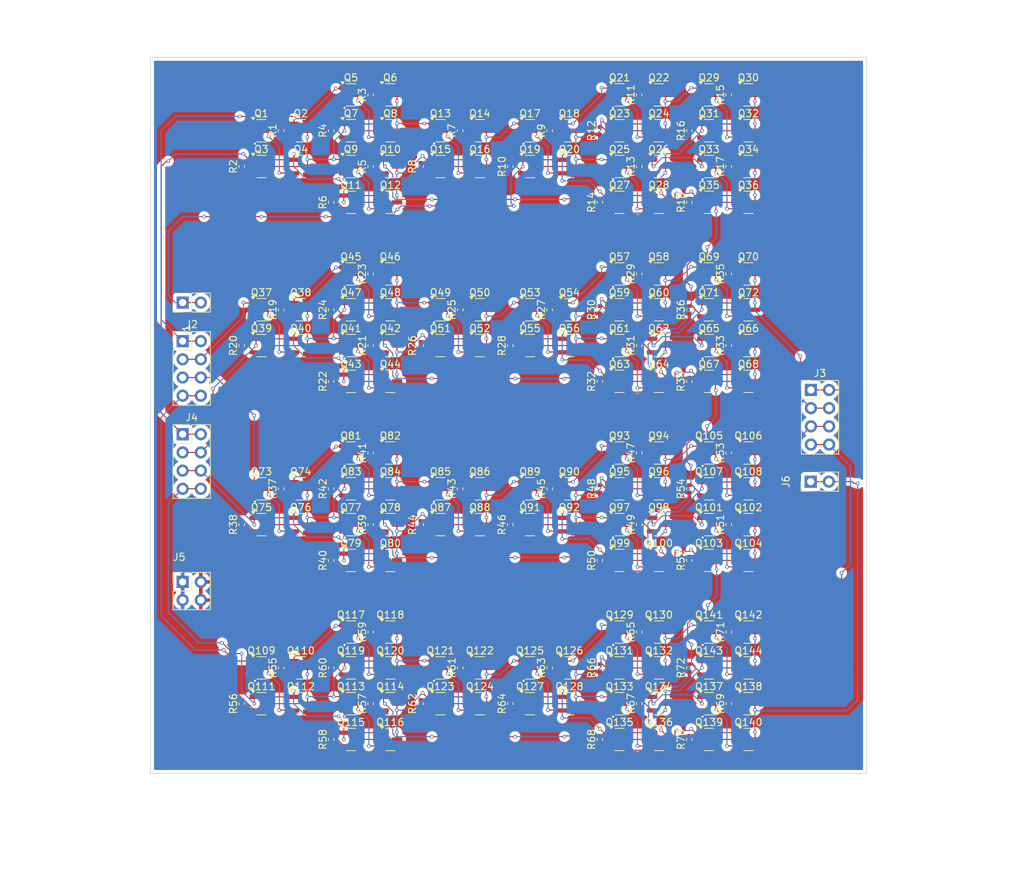
<source format=kicad_pcb>
(kicad_pcb (version 20240108) (generator "pcbnew") (generator_version "8.0")
  (layers (0 "F.Cu" signal) (31 "B.Cu" signal) (34 "B.Paste" user) (35 "F.Paste" user) (36 "B.SilkS" user "B.Silkscreen") (37 "F.SilkS" user "F.Silkscreen") (38 "B.Mask" user) (39 "F.Mask" user) (44 "Edge.Cuts" user))
  (net 0 "")
  (net 1 "VCC")
  (net 2 "GND")
  (net 3 "/CARRY_IN")
  (net 4 "/A2")
  (net 5 "/A3")
  (net 6 "/A1")
  (net 7 "/A0")
  (net 8 "/B0")
  (net 9 "/B2")
  (net 10 "/B1")
  (net 11 "/B3")
  (net 12 "/OVERFLOW")
  (net 13 "Net-(Q1-D)")
  (net 14 "/Full Adder/NAND1/OUT")
  (net 15 "Net-(Q2-S)")
  (net 16 "Net-(Q3-S)")
  (net 17 "Net-(Q5-D)")
  (net 18 "/Full Adder/NAND2/OUT")
  (net 19 "Net-(Q6-S)")
  (net 20 "Net-(Q7-S)")
  (net 21 "Net-(Q12-S)")
  (net 22 "Net-(Q10-S)")
  (net 23 "/Full Adder/NAND3/OUT")
  (net 24 "Net-(Q11-S)")
  (net 25 "Net-(Q13-D)")
  (net 26 "Net-(Q14-S)")
  (net 27 "/Full Adder/NAND4/OUT")
  (net 28 "Net-(Q15-S)")
  (net 29 "Net-(Q17-D)")
  (net 30 "Net-(Q18-S)")
  (net 31 "/Full Adder/NAND5/OUT")
  (net 32 "Net-(Q19-S)")
  (net 33 "Net-(Q21-D)")
  (net 34 "/Full Adder/NAND6/OUT")
  (net 35 "Net-(Q22-S)")
  (net 36 "Net-(Q23-S)")
  (net 37 "Net-(Q25-D)")
  (net 38 "Net-(Q26-S)")
  (net 39 "/Full Adder/NAND7/OUT")
  (net 40 "Net-(Q27-S)")
  (net 41 "Net-(Q29-D)")
  (net 42 "Net-(Q30-S)")
  (net 43 "Net-(Q31-S)")
  (net 44 "Net-(Q33-D)")
  (net 45 "Net-(Q34-S)")
  (net 46 "/Full Adder/Cout")
  (net 47 "Net-(Q35-S)")
  (net 48 "Net-(Q37-D)")
  (net 49 "Net-(Q38-S)")
  (net 50 "/Full Adder1/NAND1/OUT")
  (net 51 "Net-(Q39-S)")
  (net 52 "Net-(Q41-D)")
  (net 53 "Net-(Q42-S)")
  (net 54 "/Full Adder1/NAND3/OUT")
  (net 55 "Net-(Q43-S)")
  (net 56 "Net-(Q45-D)")
  (net 57 "Net-(Q46-S)")
  (net 58 "/Full Adder1/NAND2/OUT")
  (net 59 "Net-(Q47-S)")
  (net 60 "Net-(Q49-D)")
  (net 61 "Net-(Q50-S)")
  (net 62 "/Full Adder1/NAND4/OUT")
  (net 63 "Net-(Q51-S)")
  (net 64 "Net-(Q53-D)")
  (net 65 "Net-(Q54-S)")
  (net 66 "/Full Adder1/NAND5/OUT")
  (net 67 "Net-(Q55-S)")
  (net 68 "Net-(Q57-D)")
  (net 69 "/Full Adder1/NAND6/OUT")
  (net 70 "Net-(Q58-S)")
  (net 71 "Net-(Q59-S)")
  (net 72 "Net-(Q61-D)")
  (net 73 "/Full Adder1/NAND7/OUT")
  (net 74 "Net-(Q62-S)")
  (net 75 "Net-(Q63-S)")
  (net 76 "Net-(Q65-D)")
  (net 77 "/Full Adder1/Cout")
  (net 78 "Net-(Q66-S)")
  (net 79 "Net-(Q67-S)")
  (net 80 "Net-(Q69-D)")
  (net 81 "Net-(Q70-S)")
  (net 82 "Net-(Q71-S)")
  (net 83 "Net-(Q73-D)")
  (net 84 "Net-(Q74-S)")
  (net 85 "/Full Adder2/NAND1/OUT")
  (net 86 "Net-(Q75-S)")
  (net 87 "Net-(Q77-D)")
  (net 88 "Net-(Q78-S)")
  (net 89 "/Full Adder2/NAND3/OUT")
  (net 90 "/output0")
  (net 91 "/output1")
  (net 92 "/output2")
  (net 93 "/output3")
  (net 94 "Net-(Q79-S)")
  (net 95 "Net-(Q81-D)")
  (net 96 "/Full Adder2/NAND2/OUT")
  (net 97 "Net-(Q82-S)")
  (net 98 "Net-(Q83-S)")
  (net 99 "Net-(Q85-D)")
  (net 100 "/Full Adder2/NAND4/OUT")
  (net 101 "Net-(Q86-S)")
  (net 102 "Net-(Q87-S)")
  (net 103 "Net-(Q89-D)")
  (net 104 "Net-(Q90-S)")
  (net 105 "/Full Adder2/NAND5/OUT")
  (net 106 "Net-(Q91-S)")
  (net 107 "Net-(Q93-D)")
  (net 108 "Net-(Q94-S)")
  (net 109 "/Full Adder2/NAND6/OUT")
  (net 110 "Net-(Q95-S)")
  (net 111 "Net-(Q100-S)")
  (net 112 "Net-(Q98-S)")
  (net 113 "/Full Adder2/NAND7/OUT")
  (net 114 "Net-(Q99-S)")
  (net 115 "Net-(Q101-D)")
  (net 116 "Net-(Q102-S)")
  (net 117 "/Full Adder2/Cout")
  (net 118 "Net-(Q103-S)")
  (net 119 "Net-(Q105-D)")
  (net 120 "Net-(Q106-S)")
  (net 121 "Net-(Q107-S)")
  (net 122 "Net-(Q109-D)")
  (net 123 "Net-(Q110-S)")
  (net 124 "/Full Adder3/NAND1/OUT")
  (net 125 "Net-(Q111-S)")
  (net 126 "Net-(Q113-D)")
  (net 127 "Net-(Q114-S)")
  (net 128 "/Full Adder3/NAND3/OUT")
  (net 129 "Net-(Q115-S)")
  (net 130 "Net-(Q117-D)")
  (net 131 "Net-(Q118-S)")
  (net 132 "/Full Adder3/NAND2/OUT")
  (net 133 "Net-(Q119-S)")
  (net 134 "Net-(Q121-D)")
  (net 135 "/Full Adder3/NAND4/OUT")
  (net 136 "Net-(Q122-S)")
  (net 137 "Net-(Q123-S)")
  (net 138 "Net-(Q125-D)")
  (net 139 "Net-(Q126-S)")
  (net 140 "/Full Adder3/NAND5/OUT")
  (net 141 "Net-(Q127-S)")
  (net 142 "Net-(Q129-D)")
  (net 143 "/Full Adder3/NAND6/OUT")
  (net 144 "Net-(Q130-S)")
  (net 145 "Net-(Q131-S)")
  (net 146 "Net-(Q133-D)")
  (net 147 "/Full Adder3/NAND7/OUT")
  (net 148 "Net-(Q134-S)")
  (net 149 "Net-(Q135-S)")
  (net 150 "Net-(Q137-D)")
  (net 151 "Net-(Q138-S)")
  (net 152 "Net-(Q139-S)")
  (net 153 "Net-(Q141-D)")
  (net 154 "Net-(Q142-S)")
  (net 155 "Net-(Q143-S)")
  (footprint "Resistor_SMD:R_0402_1005Metric" (layer "F.Cu") (at 63.75 93.25 90)
    (property "Reference" "R38")
    (property "Value" "1k")
  )
  (footprint "Package_TO_SOT_SMD:SOT-23" (layer "F.Cu") (at 116.505242 113.25)
    (property "Reference" "Q131")
    (property "Value" "Q_PMOS_GSD")
  )
  (footprint "Package_TO_SOT_SMD:SOT-23" (layer "F.Cu") (at 109.5 43.25)
    (property "Reference" "Q20")
    (property "Value" "Q_NMOS_GSD")
  )
  (footprint "Package_TO_SOT_SMD:SOT-23" (layer "F.Cu") (at 122 48.25)
    (property "Reference" "Q28")
    (property "Value" "Q_NMOS_GSD")
  )
  (footprint "Package_TO_SOT_SMD:SOT-23" (layer "F.Cu") (at 134.4875 43.25)
    (property "Reference" "Q34")
    (property "Value" "Q_PMOS_GSD")
  )
  (footprint "Package_TO_SOT_SMD:SOT-23" (layer "F.Cu") (at 129 73.25)
    (property "Reference" "Q67")
    (property "Value" "Q_PMOS_GSD")
  )
  (footprint "Package_TO_SOT_SMD:SOT-23" (layer "F.Cu") (at 79 38.25)
    (property "Reference" "Q7")
    (property "Value" "Q_PMOS_GSD")
  )
  (footprint "Package_TO_SOT_SMD:SOT-23" (layer "F.Cu") (at 116.5 48.25)
    (property "Reference" "Q27")
    (property "Value" "Q_PMOS_GSD")
  )
  (footprint "Package_TO_SOT_SMD:SOT-23" (layer "F.Cu") (at 116.5 68.25)
    (property "Reference" "Q61")
    (property "Value" "Q_NMOS_GSD")
  )
  (footprint "Package_TO_SOT_SMD:SOT-23" (layer "F.Cu") (at 121.9875 68.25)
    (property "Reference" "Q62")
    (property "Value" "Q_PMOS_GSD")
  )
  (footprint "Package_TO_SOT_SMD:SOT-23" (layer "F.Cu") (at 116.5 93.25)
    (property "Reference" "Q97")
    (property "Value" "Q_NMOS_GSD")
  )
  (footprint "Package_TO_SOT_SMD:SOT-23" (layer "F.Cu") (at 84.505242 123.25)
    (property "Reference" "Q116")
    (property "Value" "Q_NMOS_GSD")
  )
  (footprint "Package_TO_SOT_SMD:SOT-23" (layer "F.Cu") (at 122 88.25)
    (property "Reference" "Q96")
    (property "Value" "Q_NMOS_GSD")
  )
  (footprint "Package_TO_SOT_SMD:SOT-23" (layer "F.Cu") (at 79 98.25)
    (property "Reference" "Q79")
    (property "Value" "Q_PMOS_GSD")
  )
  (footprint "Resistor_SMD:R_0402_1005Metric" (layer "F.Cu") (at 76.25 88.25 90)
    (property "Reference" "R42")
    (property "Value" "1k")
  )
  (footprint "Package_TO_SOT_SMD:SOT-23" (layer "F.Cu") (at 84.4875 83.25)
    (property "Reference" "Q82")
    (property "Value" "Q_PMOS_GSD")
  )
  (footprint "Package_TO_SOT_SMD:SOT-23" (layer "F.Cu") (at 116.505242 123.25)
    (property "Reference" "Q135")
    (property "Value" "Q_PMOS_GSD")
  )
  (footprint "Package_TO_SOT_SMD:SOT-23" (layer "F.Cu") (at 122 63.25)
    (property "Reference" "Q60")
    (property "Value" "Q_NMOS_GSD")
  )
  (footprint "Resistor_SMD:R_0402_1005Metric" (layer "F.Cu") (at 94.25 88.25 90)
    (property "Reference" "R43")
    (property "Value" "1k")
  )
  (footprint "Package_TO_SOT_SMD:SOT-23" (layer "F.Cu") (at 84.492742 118.25)
    (property "Reference" "Q114")
    (property "Value" "Q_PMOS_GSD")
  )
  (footprint "Package_TO_SOT_SMD:SOT-23" (layer "F.Cu") (at 134.4875 83.25)
    (property "Reference" "Q106")
    (property "Value" "Q_PMOS_GSD")
  )
  (footprint "Resistor_SMD:R_0402_1005Metric" (layer "F.Cu") (at 76.255242 123.25 90)
    (property "Reference" "R58")
    (property "Value" "1k")
  )
  (footprint "Package_TO_SOT_SMD:SOT-23" (layer "F.Cu") (at 72 43.25)
    (property "Reference" "Q4")
    (property "Value" "Q_NMOS_GSD")
  )
  (footprint "Package_TO_SOT_SMD:SOT-23" (layer "F.Cu") (at 79 83.25)
    (property "Reference" "Q81")
    (property "Value" "Q_NMOS_GSD")
  )
  (footprint "Resistor_SMD:R_0402_1005Metric" (layer "F.Cu") (at 76.255242 113.25 90)
    (property "Reference" "R60")
    (property "Value" "1k")
  )
  (footprint "Resistor_SMD:R_0402_1005Metric" (layer "F.Cu") (at 101.25 68.25 90)
    (property "Reference" "R28")
    (property "Value" "1k")
  )
  (footprint "Package_TO_SOT_SMD:SOT-23" (layer "F.Cu") (at 129 43.25)
    (property "Reference" "Q33")
    (property "Value" "Q_NMOS_GSD")
  )
  (footprint "Package_TO_SOT_SMD:SOT-23" (layer "F.Cu") (at 91.505242 113.25)
    (property "Reference" "Q121")
    (property "Value" "Q_NMOS_GSD")
  )
  (footprint "Resistor_SMD:R_0402_1005Metric" (layer "F.Cu") (at 81.75 43.25 90)
    (property "Reference" "R5")
    (property "Value" "1k")
  )
  (footprint "Connector_PinHeader_2.54mm:PinHeader_2x04_P2.54mm_Vertical" (layer "F.Cu") (at 55.5 80.63)
    (property "Reference" "J4")
    (property "Value" "Conn_02x04_Top_Bottom")
  )
  (footprint "Package_TO_SOT_SMD:SOT-23" (layer "F.Cu") (at 79.005242 118.25)
    (property "Reference" "Q113")
    (property "Value" "Q_NMOS_GSD")
  )
  (footprint "Resistor_SMD:R_0402_1005Metric" (layer "F.Cu") (at 131.755242 118.25 90)
    (property "Reference" "R69")
    (property "Value" "1k")
  )
  (footprint "Package_TO_SOT_SMD:SOT-23" (layer "F.Cu") (at 116.5 38.25)
    (property "Reference" "Q23")
    (property "Value" "Q_PMOS_GSD")
  )
  (footprint "Resistor_SMD:R_0402_1005Metric" (layer "F.Cu") (at 69.25 63.25 90)
    (property "Reference" "R19")
    (property "Value" "1k")
  )
  (footprint "Package_TO_SOT_SMD:SOT-23" (layer "F.Cu") (at 96.9875 88.25)
    (property "Reference" "Q86")
    (property "Value" "Q_PMOS_GSD")
  )
  (footprint "Resistor_SMD:R_0402_1005Metric" (layer "F.Cu") (at 113.755242 123.25 90)
    (property "Reference" "R68")
    (property "Value" "1k")
  )
  (footprint "Package_TO_SOT_SMD:SOT-23" (layer "F.Cu") (at 104.005242 118.25)
    (property "Reference" "Q127")
    (property "Value" "Q_PMOS_GSD")
  )
  (footprint "Package_TO_SOT_SMD:SOT-23" (layer "F.Cu") (at 79 88.25)
    (property "Reference" "Q83")
    (property "Value" "Q_PMOS_GSD")
  )
  (footprint "Resistor_SMD:R_0402_1005Metric" (layer "F.Cu") (at 88.75 93.25 90)
    (property "Reference" "R44")
    (property "Value" "1k")
  )
  (footprint "Package_TO_SOT_SMD:SOT-23" (layer "F.Cu") (at 84.5 38.25)
    (property "Reference" "Q8")
    (property "Value" "Q_NMOS_GSD")
  )
  (footprint "Package_TO_SOT_SMD:SOT-23" (layer "F.Cu") (at 96.992742 113.25)
    (property "Reference" "Q122")
    (property "Value" "Q_PMOS_GSD")
  )
  (footprint "Package_TO_SOT_SMD:SOT-23" (layer "F.Cu") (at 91.5 43.25)
    (property "Reference" "Q15")
    (property "Value" "Q_PMOS_GSD")
  )
  (footprint "Resistor_SMD:R_0402_1005Metric" (layer "F.Cu") (at 113.755242 113.25 90)
    (property "Reference" "R66")
    (property "Value" "1k")
  )
  (footprint "Resistor_SMD:R_0402_1005Metric" (layer "F.Cu") (at 126.25 98.25 90)
    (property "Reference" "R52")
    (property "Value" "1k")
  )
  (footprint "Package_TO_SOT_SMD:SOT-23" (layer "F.Cu") (at 109.5 93.25)
    (property "Reference" "Q92")
    (property "Value" "Q_NMOS_GSD")
  )
  (footprint "Connector_PinHeader_2.54mm:PinHeader_2x04_P2.54mm_Vertical" (layer "F.Cu") (at 55.5 67.63)
    (property "Reference" "J2")
    (property "Value" "Conn_02x04_Top_Bottom")
  )
  (footprint "Package_TO_SOT_SMD:SOT-23" (layer "F.Cu") (at 66.5 93.25)
    (property "Reference" "Q75")
    (property "Value" "Q_PMOS_GSD")
  )
  (footprint "Package_TO_SOT_SMD:SOT-23" (layer "F.Cu") (at 84.5 98.25)
    (property "Reference" "Q80")
    (property "Value" "Q_NMOS_GSD")
  )
  (footprint "Package_TO_SOT_SMD:SOT-23" (layer "F.Cu") (at 84.5 73.25)
    (property "Reference" "Q44")
    (property "Value" "Q_NMOS_GSD")
  )
  (footprint "Resistor_SMD:R_0402_1005Metric" (layer "F.Cu") (at 126.25 88.25 90)
    (property "Reference" "R54")
    (property "Value" "1k")
  )
  (footprint "Package_TO_SOT_SMD:SOT-23" (layer "F.Cu") (at 84.5 88.25)
    (property "Reference" "Q84")
    (property "Value" "Q_NMOS_GSD")
  )
  (footprint "Resistor_SMD:R_0402_1005Metric" (layer "F.Cu") (at 69.25 88.25 90)
    (property "Reference" "R37")
    (property "Value" "1k")
  )
  (footprint "Package_TO_SOT_SMD:SOT-23" (layer "F.Cu") (at 129 68.25)
    (property "Reference" "Q65")
    (property "Value" "Q_NMOS_GSD")
  )
  (footprint "Connector_PinHeader_2.54mm:PinHeader_2x02_P2.54mm_Vertical" (layer "F.Cu") (at 55.5 101.25)
    (property "Reference" "J5")
    (property "Value" "Conn_02x02_Top_Bottom")
  )
  (footprint "Resistor_SMD:R_0402_1005Metric" (layer "F.Cu") (at 131.75 58.25 90)
    (property "Reference" "R35")
    (property "Value" "1k")
  )
  (footprint "Resistor_SMD:R_0402_1005Metric" (layer "F.Cu") (at 126.255242 123.25 90)
    (property "Reference" "R70")
    (property "Value" "1k")
  )
  (footprint "Resistor_SMD:R_0402_1005Metric" (layer "F.Cu") (at 106.75 38.25 90)
    (property "Reference" "R9")
    (property "Value" "1k")
  )
  (footprint "Resistor_SMD:R_0402_1005Metric" (layer "F.Cu") (at 113.75 73.25 90)
    (property "Reference" "R32")
    (property "Value" "1k")
  )
  (footprint "Package_TO_SOT_SMD:SOT-23" (layer "F.Cu") (at 134.492742 118.25)
    (property "Reference" "Q138")
    (property "Value" "Q_PMOS_GSD")
  )
  (footprint "Package_TO_SOT_SMD:SOT-23" (layer "F.Cu") (at 79.005242 113.25)
    (property "Reference" "Q119")
    (property "Value" "Q_PMOS_GSD")
  )
  (footprint "Package_TO_SOT_SMD:SOT-23" (layer "F.Cu") (at 66.5 63.25)
    (property "Reference" "Q37")
    (property "Value" "Q_NMOS_GSD")
  )
  (footprint "Resistor_SMD:R_0402_1005Metric" (layer "F.Cu") (at 88.75 68.25 90)
    (property "Reference" "R26")
    (property "Value" "1k")
  )
  (footprint "Package_TO_SOT_SMD:SOT-23" (layer "F.Cu") (at 129.005242 123.25)
    (property "Reference" "Q139")
    (property "Value" "Q_PMOS_GSD")
  )
  (footprint "Resistor_SMD:R_0402_1005Metric" (layer "F.Cu") (at 126.25 63.25 90)
    (property "Reference" "R36")
    (property "Value" "1k")
  )
  (footprint "Package_TO_SOT_SMD:SOT-23" (layer "F.Cu") (at 129.005242 118.25)
    (property "Reference" "Q137")
    (property "Value" "Q_NMOS_GSD")
  )
  (footprint "Package_TO_SOT_SMD:SOT-23" (layer "F.Cu") (at 116.5 83.25)
    (property "Reference" "Q93")
    (property "Value" "Q_NMOS_GSD")
  )
  (footprint "Package_TO_SOT_SMD:SOT-23" (layer "F.Cu") (at 134.505242 123.25)
    (property "Reference" "Q140")
    (property "Value" "Q_NMOS_GSD")
  )
  (footprint "Resistor_SMD:R_0402_1005Metric" (layer "F.Cu") (at 94.25 63.25 90)
    (property "Reference" "R25")
    (property "Value" "1k")
  )
  (footprint "Package_TO_SOT_SMD:SOT-23" (layer "F.Cu") (at 66.505242 113.25)
    (property "Reference" "Q109")
    (property "Value" "Q_NMOS_GSD")
  )
  (footprint "Connector_PinHeader_2.54mm:PinHeader_2x04_P2.54mm_Vertical" (layer "F.Cu") (at 143.225 74.45)
    (property "Reference" "J3")
    (property "Value" "Conn_02x04_Top_Bottom")
  )
  (footprint "Resistor_SMD:R_0402_1005Metric" (layer "F.Cu") (at 94.25 38.25 90)
    (property "Reference" "R7")
    (property "Value" "1k")
  )
  (footprint "Package_TO_SOT_SMD:SOT-23" (layer "F.Cu") (at 79 93.25)
    (property "Reference" "Q77")
    (property "Value" "Q_NMOS_GSD")
  )
  (footprint "Resistor_SMD:R_0402_1005Metric" (layer "F.Cu") (at 63.75 68.25 90)
    (property "Reference" "R20")
    (property "Value" "1k")
  )
  (footprint "Resistor_SMD:R_0402_1005Metric" (layer "F.Cu") (at 113.75 38.25 90)
    (property "Reference" "R12")
    (property "Value" "1k")
  )
  (footprint "Resistor_SMD:R_0402_1005Metric" (layer "F.Cu") (at 119.25 58.25 90)
    (property "Reference" "R29")
    (property "Value" "1k")
  )
  (footprint "Connector_PinHeader_2.54mm:PinHeader_1x02_P2.54mm_Vertical" (layer "F.Cu") (at 143.192821 87.25 90)
    (property "Reference" "J6")
    (property "Value" "Conn_01x02")
  )
  (footprint "Package_TO_SOT_SMD:SOT-23" (layer "F.Cu") (at 129.005242 108.25)
    (property "Reference" "Q141")
    (property "Value" "Q_NMOS_GSD")
  )
  (footprint "Package_TO_SOT_SMD:SOT-23" (layer "F.Cu") (at 116.5 73.25)
    (property "Reference" "Q63")
    (property "Value" "Q_PMOS_GSD")
  )
  (footprint "Resistor_SMD:R_0402_1005Metric" (layer "F.Cu") (at 81.75 68.25 90)
    (property "Reference" "R21")
    (property "Value" "1k")
  )
  (footprint "Package_TO_SOT_SMD:SOT-23" (layer "F.Cu") (at 134.4875 58.25)
    (property "Reference" "Q70")
    (property "Value" "Q_PMOS_GSD")
  )
  (footprint "Resistor_SMD:R_0402_1005Metric" (layer "F.Cu") (at 131.75 68.25 90)
    (property "Reference" "R33")
    (property "Value" "1k")
  )
  (footprint "Package_TO_SOT_SMD:SOT-23" (layer "F.Cu") (at 79 48.25)
    (property "Reference" "Q11")
    (property "Value" "Q_PMOS_GSD")
  )
  (footprint "Package_TO_SOT_SMD:SOT-23" (layer "F.Cu") (at 134.5 63.25)
    (property "Reference" "Q72")
    (property "Value" "Q_NMOS_GSD")
  )
  (footprint "Package_TO_SOT_SMD:SOT-23" (layer "F.Cu") (at 97 68.25)
    (property "Reference" "Q52")
    (property "Value" "Q_NMOS_GSD")
  )
  (footprint "Resistor_SMD:R_0402_1005Metric" (layer "F.Cu") (at 76.25 98.25 90)
    (property "Reference" "R40")
    (property "Value" "1k")
  )
  (footprint "Package_TO_SOT_SMD:SOT-23" (layer "F.Cu") (at 134.5 48.25)
    (property "Reference" "Q36")
    (property "Value" "Q_NMOS_GSD")
  )
  (footprint "Package_TO_SOT_SMD:SOT-23" (layer "F.Cu") (at 129 63.25)
    (property "Reference" "Q71")
    (property "Value" "Q_PMOS_GSD")
  )
  (footprint "Package_TO_SOT_SMD:SOT-23" (layer "F.Cu") (at 84.4875 93.25)
    (property "Reference" "Q78")
    (property "Value" "Q_PMOS_GSD")
  )
  (footprint "Package_TO_SOT_SMD:SOT-23" (layer "F.Cu") (at 104 68.25)
    (property "Reference" "Q55")
    (property "Value" "Q_PMOS_GSD")
  )
  (footprint "Package_TO_SOT_SMD:SOT-23" (layer "F.Cu") (at 121.992742 108.25)
    (property "Reference" "Q130")
    (property "Value" "Q_PMOS_GSD")
  )
  (footprint "Package_TO_SOT_SMD:SOT-23" (layer "F.Cu") (at 109.4875 88.25)
    (property "Reference" "Q90")
    (property "Value" "Q_PMOS_GSD")
  )
  (footprint "Package_TO_SOT_SMD:SOT-23" (layer "F.Cu") (at 66.5 43.25)
    (property "Reference" "Q3")
    (property "Value" "Q_PMOS_GSD")
  )
  (footprint "Package_TO_SOT_SMD:SOT-23" (layer "F.Cu") (at 72 68.25)
    (property "Reference" "Q40")
    (property "Value" "Q_NMOS_GSD")
  )
  (footprint "Package_TO_SOT_SMD:SOT-23" (layer "F.Cu") (at 129 98.25)
    (property "Reference" "Q103")
    (property "Value" "Q_PMOS_GSD")
  )
  (footprint "Package_TO_SOT_SMD:SOT-23" (layer "F.Cu") (at 121.9875 93.25)
    (property "Reference" "Q98")
    (property "Value" "Q_PMOS_GSD")
  )
  (footprint "Package_TO_SOT_SMD:SOT-23" (layer "F.Cu") (at 109.5 68.25)
    (property "Reference" "Q56")
    (property "Value" "Q_NMOS_GSD")
  )
  (footprint "Package_TO_SOT_SMD:SOT-23" (layer "F.Cu") (at 104.005242 113.25)
    (property "Reference" "Q125")
    (property "Value" "Q_NMOS_GSD")
  )
  (footprint "Package_TO_SOT_SMD:SOT-23" (layer "F.Cu") (at 71.9875 38.25)
    (property "Reference" "Q2")
    (property "Value" "Q_PMOS_GSD")
  )
  (footprint "Package_TO_SOT_SMD:SOT-23" (layer "F.Cu") (at 97 93.25)
    (property "Reference" "Q88")
    (property "Value" "Q_NMOS_GSD")
  )
  (footprint "Package_TO_SOT_SMD:SOT-23" (layer "F.Cu") (at 79 68.25)
    (property "Reference" "Q41")
    (property "Value" "Q_NMOS_GSD")
  )
  (footprint "Resistor_SMD:R_0402_1005Metric" (layer "F.Cu") (at 101.255242 118.25 90)
    (property "Reference" "R64")
    (property "Value" "1k")
  )
  (footprint "Package_TO_SOT_SMD:SOT-23" (layer "F.Cu") (at 129 88.25)
    (property "Reference" "Q107")
    (property "Value" "Q_PMOS_GSD")
  )
  (footprint "Resistor_SMD:R_0402_1005Metric" (layer "F.Cu") (at 81.75 83.25 90)
    (property "Reference" "R41")
    (property "Value" "1k")
  )
  (footprint "Resistor_SMD:R_0402_1005Metric" (layer "F.Cu") (at 76.25 48.25 90)
    (property "Reference" "R6")
    (property "Value" "1k")
  )
  (footprint "Package_TO_SOT_SMD:SOT-23" (layer "F.Cu") (at 91.5 68.25)
    (property "Reference" "Q51")
    (property "Value" "Q_PMOS_GSD")
  )
  (footprint "Package_TO_SOT_SMD:SOT-23" (layer "F.Cu") (at 72.005242 118.25)
    (property "Reference" "Q112")
    (property "Value" "Q_NMOS_GSD")
  )
  (footprint "Resistor_SMD:R_0402_1005Metric" (layer "F.Cu") (at 101.25 93.25 90)
    (property "Reference" "R46")
    (property "Value" "1k")
  )
  (footprint "Package_TO_SOT_SMD:SOT-23" (layer "F.Cu") (at 109.4875 38.25)
    (property "Reference" "Q18")
    (property "Value" "Q_PMOS_GSD")
  )
  (footprint "Package_TO_SOT_SMD:SOT-23" (layer "F.Cu") (at 91.5 63.25)
    (property "Reference" "Q49")
    (property "Value" "Q_NMOS_GSD")
  )
  (footprint "Resistor_SMD:R_0402_1005Metric" (layer "F.Cu") (at 81.755242 108.25 90)
    (property "Reference" "R59")
    (property "Value" "1k")
  )
  (footprint "Package_TO_SOT_SMD:SOT-23" (layer "F.Cu") (at 116.505242 118.25)
    (property "Reference" "Q133")
    (property "Value" "Q_NMOS_GSD")
  )
  (footprint "Package_TO_SOT_SMD:SOT-23" (layer "F.Cu") (at 84.4875 58.25)
    (property "Reference" "Q46")
    (property "Value" "Q_PMOS_GSD")
  )
  (footprint "Package_TO_SOT_SMD:SOT-23" (layer "F.Cu") (at 91.505242 118.25)
    (property "Reference" "Q123")
    (property "Value" "Q_PMOS_GSD")
  )
  (footprint "Package_TO_SOT_SMD:SOT-23" (layer "F.Cu") (at 79 73.25)
    (property "Reference" "Q43")
    (property "Value" "Q_PMOS_GSD")
  )
  (footprint "Resistor_SMD:R_0402_1005Metric" (layer "F.Cu") (at 126.25 48.25 90)
    (property "Reference" "R18")
    (property "Value" "1k")
  )
  (footprint "Package_TO_SOT_SMD:SOT-23" (layer "F.Cu") (at 104 38.25)
    (property "Reference" "Q17")
    (property "Value" "Q_NMOS_GSD")
  )
  (footprint "Resistor_SMD:R_0402_1005Metric" (layer "F.Cu") (at 106.75 63.25 90)
    (property "Reference" "R27")
    (property "Value" "1k")
  )
  (footprint "Package_TO_SOT_SMD:SOT-23" (layer "F.Cu") (at 121.9875 43.25)
    (property "Reference" "Q26")
    (property "Value" "Q_PMOS_GSD")
  )
  (footprint "Package_TO_SOT_SMD:SOT-23" (layer "F.Cu") (at 129 38.25)
    (property "Reference" "Q31")
    (property "Value" "Q_PMOS_GSD")
  )
  (footprint "Package_TO_SOT_SMD:SOT-23" (layer "F.Cu") (at 79.005242 108.25)
    (property "Reference" "Q117")
    (property "Value" "Q_NMOS_GSD")
  )
  (footprint "Package_TO_SOT_SMD:SOT-23" (layer "F.Cu") (at 97 43.25)
    (property "Reference" "Q16")
    (property "Value" "Q_NMOS_GSD")
  )
  (footprint "Resistor_SMD:R_0402_1005Metric" (layer "F.Cu") (at 81.75 93.25 90)
    (property "Reference" "R39")
    (property "Value" "1k")
  )
  (footprint "Resistor_SMD:R_0402_1005Metric" (layer "F.Cu") (at 69.255242 113.25 90)
    (property "Reference" "R55")
    (property "Value" "1k")
  )
  (footprint "Package_TO_SOT_SMD:SOT-23" (layer "F.Cu") (at 134.505242 113.25)
    (property "Reference" "Q144")
    (property "Value" "Q_NMOS_GSD")
  )
  (footprint "Resistor_SMD:R_0402_1005Metric" (layer "F.Cu") (at 126.25 38.25 90)
    (property "Reference" "R16")
    (property "Value" "1k")
  )
  (footprint "Resistor_SMD:R_0402_1005Metric" (layer "F.Cu") (at 76.25 63.25 90)
    (property "Reference" "R24")
    (property "Value" "1k")
  )
  (footprint "Package_TO_SOT_SMD:SOT-23" (layer "F.Cu") (at 84.4875 43.25)
    (property "Reference" "Q10")
    (property "Value" "Q_PMOS_GSD")
  )
  (footprint "Resistor_SMD:R_0402_1005Metric" (layer "F.Cu") (at 88.755242 118.25 90)
    (property "Reference" "R62")
    (property "Value" "1k")
  )
  (footprint "Package_TO_SOT_SMD:SOT-23" (layer "F.Cu") (at 134.4875 68.25)
    (property "Reference" "Q66")
    (property "Value" "Q_PMOS_GSD")
  )
  (footprint "Package_TO_SOT_SMD:SOT-23" (layer "F.Cu") (at 129 58.25)
    (property "Reference" "Q69")
    (property "Value" "Q_NMOS_GSD")
  )
  (footprint "Package_TO_SOT_SMD:SOT-23" (layer "F.Cu") (at 96.9875 38.25)
    (property "Reference" "Q14")
    (property "Value" "Q_PMOS_GSD")
  )
  (footprint "Resistor_SMD:R_0402_1005Metric" (layer "F.Cu") (at 126.25 73.25 90)
    (property "Reference" "R34")
    (property "Value" "1k")
  )
  (footprint "Package_TO_SOT_SMD:SOT-23" (layer "F.Cu") (at 122 98.25)
    (property "Reference" "Q100")
    (property "Value" "Q_NMOS_GSD")
  )
  (footprint "Package_TO_SOT_SMD:SOT-23" (layer "F.Cu") (at 96.9875 63.25)
    (property "Reference" "Q50")
    (property "Value" "Q_PMOS_GSD")
  )
  (footprint "Package_TO_SOT_SMD:SOT-23" (layer "F.Cu") (at 91.5 38.25)
    (property "Reference" "Q13")
    (property "Value" "Q_NMOS_GSD")
  )
  (footprint "Package_TO_SOT_SMD:SOT-23" (layer "F.Cu") (at 66.505242 118.25)
    (property "Reference" "Q111")
    (property "Value" "Q_PMOS_GSD")
  )
  (footprint "Package_TO_SOT_SMD:SOT-23" (layer "F.Cu") (at 104 43.25)
    (property "Reference" "Q19")
    (property "Value" "Q_PMOS_GSD")
  )
  (footprint "Package_TO_SOT_SMD:SOT-23" (layer "F.Cu") (at 109.492742 113.25)
    (property "Reference" "Q126")
    (property "Value" "Q_PMOS_GSD")
  )
  (footprint "Package_TO_SOT_SMD:SOT-23" (layer "F.Cu") (at 129 83.25)
    (property "Reference" "Q105")
    (property "Value" "Q_NMOS_GSD")
  )
  (footprint "Package_TO_SOT_SMD:SOT-23" (layer "F.Cu") (at 79.005242 123.25)
    (property "Reference" "Q115")
    (property "Value" "Q_PMOS_GSD")
  )
  (footprint "Package_TO_SOT_SMD:SOT-23" (layer "F.Cu") (at 84.505242 113.25)
    (property "Reference" "Q120")
    (property "Value" "Q_NMOS_GSD")
  )
  (footprint "Package_TO_SOT_SMD:SOT-23" (layer "F.Cu") (at 66.5 68.25)
    (property "Reference" "Q39")
    (property "Value" "Q_PMOS_GSD")
  )
  (footprint "Package_TO_SOT_SMD:SOT-23" (layer "F.Cu") (at 71.992742 113.25)
    (property "Reference" "Q110")
    (property "Value" "Q_PMOS_GSD")
  )
  (footprint "Package_TO_SOT_SMD:SOT-23" (layer "F.Cu") (at 116.5 58.25)
    (property "Reference" "Q57")
    (property "Value" "Q_NMOS_GSD")
  )
  (footprint "Package_TO_SOT_SMD:SOT-23" (layer "F.Cu") (at 84.5 48.25)
    (property "Reference" "Q12")
    (property "Value" "Q_NMOS_GSD")
  )
  (footprint "Package_TO_SOT_SMD:SOT-23" (layer "F.Cu") (at 84.5 63.25)
    (property "Reference" "Q48")
    (property "Value" "Q_NMOS_GSD")
  )
  (footprint "Resistor_SMD:R_0402_1005Metric" (layer "F.Cu") (at 106.75 88.25 90)
    (property "Reference" "R45")
    (property "Value" "1k")
  )
  (footprint "Package_TO_SOT_SMD:SOT-23" (layer "F.Cu") (at 116.505242 108.25)
    (property "Reference" "Q129")
    (property "Value" "Q_NMOS_GSD")
  )
  (footprint "Package_TO_SOT_SMD:SOT-23" (layer "F.Cu") (at 116.5 33.25)
    (property "Reference" "Q21")
    (property "Value" "Q_NMOS_GSD")
  )
  (footprint "Resistor_SMD:R_0402_1005Metric" (layer "F.Cu") (at 131.75 43.25 90)
    (property "Reference" "R17")
    (property "Value" "1k")
  )
  (footprint "Package_TO_SOT_SMD:SOT-23" (layer "F.Cu") (at 116.5 88.25)
    (property "Reference" "Q95")
    (property "Value" "Q_PMOS_GSD")
  )
  (footprint "Resistor_SMD:R_0402_1005Metric" (layer "F.Cu") (at 119.25 68.25 90)
    (property "Reference" "R31")
    (property "Value" "1k")
  )
  (footprint "Resistor_SMD:R_0402_1005Metric" (layer "F.Cu") (at 63.75 43.25 90)
    (property "Reference" "R2")
    (property "Value" "1k")
  )
  (footprint "Package_TO_SOT_SMD:SOT-23" (layer "F.Cu") (at 134.5 73.25)
    (property "Reference" "Q68")
    (property "Value" "Q_NMOS_GSD")
  )
  (footprint "Package_TO_SOT_SMD:SOT-23" (layer "F.Cu") (at 91.5 88.25)
    (property "Reference" "Q85")
    (property "Value" "Q_NMOS_GSD")
  )
  (footprint "Resistor_SMD:R_0402_1005Metric" (layer "F.Cu") (at 76.25 73.25 90)
    (property "Reference" "R22")
    (property "Value" "1k")
  )
  (footprint "Resistor_SMD:R_0402_1005Metric" (layer "F.Cu") (at 119.255242 118.25 90)
    (property "Reference" "R67")
    (property "Value" "1k")
  )
  (footprint "Resistor_SMD:R_0402_1005Metric" (layer "F.Cu") (at 131.75 33.25 90)
    (property "Reference" "R15")
    (property "Value" "1k")
  )
  (footprint "Package_TO_SOT_SMD:SOT-23" (layer "F.Cu") (at 134.5 38.25)
    (property "Reference" "Q32")
    (property "Value" "Q_NMOS_GSD")
  )
  (footprint "Package_TO_SOT_SMD:SOT-23" (layer "F.Cu") (at 109.4875 63.25)
    (property "Reference" "Q54")
    (property "Value" "Q_PMOS_GSD")
  )
  (footprint "Resistor_SMD:R_0402_1005Metric" (layer "F.Cu") (at 119.25 43.25 90)
    (property "Reference" "R13")
    (property "Value" "1k")
  )
  (footprint "Resistor_SMD:R_0402_1005Metric" (layer "F.Cu") (at 63.755242 118.25 90)
    (property "Reference" "R56")
    (property "Value" "1k")
  )
  (footprint "Resistor_SMD:R_0402_1005Metric" (layer "F.Cu") (at 88.75 43.25 90)
    (property "Reference" "R8")
    (property "Value" "1k")
  )
  (footprint "Resistor_SMD:R_0402_1005Metric" (layer "F.Cu") (at 119.25 83.25 90)
    (property "Reference" "R47")
    (property "Value" "1k")
  )
  (footprint "Package_TO_SOT_SMD:SOT-23" (layer "F.Cu") (at 79 58.25)
    (property "Reference" "Q45")
    (property "Value" "Q_NMOS_GSD")
  )
  (footprint "Resistor_SMD:R_0402_1005Metric" (layer "F.Cu") (at 106.755242 113.25 90)
    (property "Reference" "R63")
    (property "Value" "1k")
  )
  (footprint "Resistor_SMD:R_0402_1005Metric" (layer "F.Cu") (at 113.75 98.25 90)
    (property "Reference" "R50")
    (property "Value" "1k")
  )
  (footprint "Package_TO_SOT_SMD:SOT-23" (layer "F.Cu") (at 134.492742 108.25)
    (property "Reference" "Q142")
    (property "Value" "Q_PMOS_GSD")
  )
  (footprint "Package_TO_SOT_SMD:SOT-23" (layer "F.Cu") (at 122 38.25)
    (property "Reference" "Q24")
    (property "Value" "Q_NMOS_GSD")
  )
  (footprint "Package_TO_SOT_SMD:SOT-23" (layer "F.Cu") (at 121.992742 118.25)
    (property "Reference" "Q134")
    (property "Value" "Q_PMOS_GSD")
  )
  (footprint "Package_TO_SOT_SMD:SOT-23" (layer "F.Cu") (at 129 93.25)
    (property "Reference" "Q101")
    (property "Value" "Q_NMOS_GSD")
  )
  (footprint "Package_TO_SOT_SMD:SOT-23" (layer "F.Cu") (at 121.9875 83.25)
    (property "Reference" "Q94")
    (property "Value" "Q_PMOS_GSD")
  )
  (footprint "Resistor_SMD:R_0402_1005Metric" (layer "F.Cu") (at 131.755242 108.25 90)
    (property "Reference" "R71")
    (property "Value" "1k")
  )
  (footprint "Package_TO_SOT_SMD:SOT-23" (layer "F.Cu") (at 66.5 38.25)
    (property "Reference" "Q1")
    (property "Value" "Q_NMOS_GSD")
  )
  (footprint "Resistor_SMD:R_0402_1005Metric" (layer "F.Cu") (at 126.255242 113.25 90)
    (property "Reference" "R72")
    (property "Value" "1k")
  )
  (footprint "Package_TO_SOT_SMD:SOT-23" (layer "F.Cu") (at 72 93.25)
    (property "Reference" "Q76")
    (property "Value" "Q_NMOS_GSD")
  )
  (footprint "Resistor_SMD:R_0402_1005Metric" (layer "F.Cu") (at 119.25 33.25 90)
    (property "Reference" "R11")
    (property "Value" "1k")
  )
  (footprint "Package_TO_SOT_SMD:SOT-23" (layer "F.Cu") (at 121.9875 33.25)
    (property "Reference" "Q22")
    (property "Value" "Q_PMOS_GSD")
  )
  (footprint "Package_TO_SOT_SMD:SOT-23" (layer "F.Cu") (at 122 73.25)
    (property "Reference" "Q64")
    (property "Value" "Q_NMOS_GSD")
  )
  (footprint "Package_TO_SOT_SMD:SOT-23" (layer "F.Cu") (at 79 33.25)
    (property "Reference" "Q5")
    (property "Value" "Q_NMOS_GSD")
  )
  (footprint "Resistor_SMD:R_0402_1005Metric" (layer "F.Cu") (at 131.75 83.25 90)
    (property "Reference" "R53")
    (property "Value" "1k")
  )
  (footprint "Resistor_SMD:R_0402_1005Metric" (layer "F.Cu") (at 81.75 58.25 90)
    (property "Reference" "R23")
    (property "Value" "1k")
  )
  (footprint "Package_TO_SOT_SMD:SOT-23" (layer "F.Cu") (at 104 88.25)
    (property "Reference" "Q89")
    (property "Value" "Q_NMOS_GSD")
  )
  (footprint "Package_TO_SOT_SMD:SOT-23" (layer "F.Cu") (at 91.5 93.25)
    (property "Reference" "Q87")
    (property "Value" "Q_PMOS_GSD")
  )
  (footprint "Connector_PinHeader_2.54mm:PinHeader_1x02_P2.54mm_Vertical" (layer "F.Cu") (at 55.5 62.243494 90)
    (property "Reference" "J1")
    (property "Value" "Conn_01x02")
  )
  (footprint "Package_TO_SOT_SMD:SOT-23" (layer "F.Cu") (at 84.4875 68.25)
    (property "Reference" "Q42")
    (property "Value" "Q_PMOS_GSD")
  )
  (footprint "Package_TO_SOT_SMD:SOT-23" (layer "F.Cu") (at 71.9875 88.25)
    (property "Reference" "Q74")
    (property "Value" "Q_PMOS_GSD")
  )
  (footprint "Package_TO_SOT_SMD:SOT-23" (layer "F.Cu") (at 104 63.25)
    (property "Reference" "Q53")
    (property "Value" "Q_NMOS_GSD")
  )
  (footprint "Package_TO_SOT_SMD:SOT-23" (layer "F.Cu") (at 134.4875 93.25)
    (property "Reference" "Q102")
    (property "Value" "Q_PMOS_GSD")
  )
  (footprint "Resistor_SMD:R_0402_1005Metric" (layer "F.Cu") (at 81.755242 118.25 90)
    (property "Reference" "R57")
    (property "Value" "1k")
  )
  (footprint "Resistor_SMD:R_0402_1005Metric" (layer "F.Cu") (at 113.75 63.25 90)
    (property "Reference" "R30")
    (property "Value" "1k")
  )
  (footprint "Package_TO_SOT_SMD:SOT-23" (layer "F.Cu") (at 66.5 88.25)
    (property "Reference" "Q73")
    (property "Value" "Q_NMOS_GSD")
  )
  (footprint "Resistor_SMD:R_0402_1005Metric" (layer "F.Cu") (at 81.75 33.25 90)
    (property "Reference" "R3")
    (property "Value" "1k")
  )
  (footprint "Resistor_SMD:R_0402_1005Metric" (layer "F.Cu") (at 113.75 88.25 90)
    (property "Reference" "R48")
    (property "Value" "1k")
  )
  (footprint "Resistor_SMD:R_0402_1005Metric" (layer "F.Cu") (at 101.25 43.25 90)
    (property "Reference" "R10")
    (property "Value" "1k")
  )
  (footprint "Package_TO_SOT_SMD:SOT-23" (layer "F.Cu") (at 97.005242 118.25)
    (property "Reference" "Q124")
    (property "Value" "Q_NMOS_GSD")
  )
  (footprint "Package_TO_SOT_SMD:SOT-23" (layer "F.Cu") (at 109.505242 118.25)
    (property "Reference" "Q128")
    (property "Value" "Q_NMOS_GSD")
  )
  (footprint "Resistor_SMD:R_0402_1005Metric" (layer "F.Cu") (at 76.25 38.25 90)
    (property "Reference" "R4")
    (property "Value" "1k")
  )
  (footprint "Resistor_SMD:R_0402_1005Metric" (layer "F.Cu") (at 94.255242 113.25 90)
    (property "Reference" "R61")
    (property "Value" "1k")
  )
  (footprint "Package_TO_SOT_SMD:SOT-23" (layer "F.Cu") (at 84.492742 108.25)
    (property "Reference" "Q118")
    (property "Value" "Q_PMOS_GSD")
  )
  (footprint "Resistor_SMD:R_0402_1005Metric" (layer "F.Cu") (at 113.75 48.25 90)
    (property "Reference" "R14")
    (property "Value" "1k")
  )
  (footprint "Package_TO_SOT_SMD:SOT-23" (layer "F.Cu") (at 71.9875 63.25)
    (property "Reference" "Q38")
    (property "Value" "Q_PMOS_GSD")
  )
  (footprint "Package_TO_SOT_SMD:SOT-23" (layer "F.Cu") (at 116.5 98.25)
    (property "Reference" "Q99")
    (property "Value" "Q_PMOS_GSD")
  )
  (footprint "Package_TO_SOT_SMD:SOT-23" (layer "F.Cu") (at 84.4875 33.25)
    (property "Reference" "Q6")
    (property "Value" "Q_PMOS_GSD")
  )
  (footprint "Package_TO_SOT_SMD:SOT-23" (layer "F.Cu") (at 134.5 98.25)
    (property "Reference" "Q104")
    (property "Value" "Q_NMOS_GSD")
  )
  (footprint "Resistor_SMD:R_0402_1005Metric" (layer "F.Cu") (at 69.25 38.25 90)
    (property "Reference" "R1")
    (property "Value" "1k")
  )
  (footprint "Package_TO_SOT_SMD:SOT-23" (layer "F.Cu") (at 122.005242 123.25)
    (property "Reference" "Q136")
    (property "Value" "Q_NMOS_GSD")
  )
  (footprint "Package_TO_SOT_SMD:SOT-23" (layer "F.Cu") (at 116.5 43.25)
    (property "Reference" "Q25")
    (property "Value" "Q_NMOS_GSD")
  )
  (footprint "Package_TO_SOT_SMD:SOT-23" (layer "F.Cu") (at 129 48.25)
    (property "Reference" "Q35")
    (property "Value" "Q_PMOS_GSD")
  )
  (footprint "Package_TO_SOT_SMD:SOT-23" (layer "F.Cu") (at 79 63.25)
    (property "Reference" "Q47")
    (property "Value" "Q_PMOS_GSD")
  )
  (footprint "Resistor_SMD:R_0402_1005Metric" (layer "F.Cu") (at 119.255242 108.25 90)
    (property "Reference" "R65")
    (property "Value" "1k")
  )
  (footprint "Resistor_SMD:R_0402_1005Metric" (layer "F.Cu") (at 131.75 93.25 90)
    (property "Reference" "R51")
    (property "Value" "1k")
  )
  (footprint "Package_TO_SOT_SMD:SOT-23" (layer "F.Cu") (at 134.5 88.25)
    (property "Reference" "Q108")
    (property "Value" "Q_NMOS_GSD")
  )
  (footprint "Package_TO_SOT_SMD:SOT-23" (layer "F.Cu") (at 116.5 63.25)
    (property "Reference" "Q59")
    (property "Value" "Q_PMOS_GSD")
  )
  (footprint "Package_TO_SOT_SMD:SOT-23" (layer "F.Cu") (at 129.005242 113.25)
    (property "Reference" "Q143")
    (property "Value" "Q_PMOS_GSD")
  )
  (footprint "Package_TO_SOT_SMD:SOT-23" (layer "F.Cu") (at 122.005242 113.25)
    (property "Reference" "Q132")
    (property "Value" "Q_NMOS_GSD")
  )
  (footprint "Package_TO_SOT_SMD:SOT-23" (layer "F.Cu") (at 129 33.25)
    (property "Reference" "Q29")
    (property "Value" "Q_NMOS_GSD")
  )
  (footprint "Package_TO_SOT_SMD:SOT-23" (layer "F.Cu") (at 79 43.25)
    (property "Reference" "Q9")
    (property "Value" "Q_NMOS_GSD")
  )
  (footprint "Package_TO_SOT_SMD:SOT-23" (layer "F.Cu") (at 104 93.25)
    (property "Reference" "Q91")
    (property "Value" "Q_PMOS_GSD")
  )
  (footprint "Resistor_SMD:R_0402_1005Metric" (layer "F.Cu") (at 119.25 93.25 90)
    (property "Reference" "R49")
    (property "Value" "1k")
  )
  (footprint "Package_TO_SOT_SMD:SOT-23" (layer "F.Cu") (at 121.9875 58.25)
    (property "Reference" "Q58")
    (property "Value" "Q_PMOS_GSD")
  )
  (footprint "Package_TO_SOT_SMD:SOT-23" (layer "F.Cu") (at 134.4875 33.25)
    (property "Reference" "Q30")
    (property "Value" "Q_PMOS_GSD")
  )
  (gr_rect (start 51 28) (end 151 128) (stroke (width 0.1)) (fill none) (layer "Edge.Cuts"))
  (segment (start 90.5625 40.0125) (end 90.6 40.05) (width 0.15) (layer "F.Cu") (net 2))
  (segment (start 78.0625 94.2) (end 78.0625 95.0125) (width 0.15) (layer "F.Cu") (net 2))
  (segment (start 115.567742 110.0125) (end 115.605242 110.05) (width 0.15) (layer "F.Cu") (net 2))
  (segment (start 115.5625 59.2) (end 115.5625 60.0125) (width 0.15) (layer "F.Cu") (net 2))
  (segment (start 78.0625 44.2) (end 78.0625 45.0125) (width 0.15) (layer "F.Cu") (net 2))
  (segment (start 78.067742 110.0125) (end 78.105242 110.05) (width 0.15) (layer "F.Cu") (net 2))
  (segment (start 103.0625 90.0125) (end 103.1 90.05) (width 0.15) (layer "F.Cu") (net 2))
  (segment (start 65.5625 90.0125) (end 65.6 90.05) (width 0.15) (layer "F.Cu") (net 2))
  (segment (start 115.5625 85.0125) (end 115.6 85.05) (width 0.15) (layer "F.Cu") (net 2))
  (segment (start 78.0625 85.0125) (end 78.1 85.05) (width 0.15) (layer "F.Cu") (net 2))
  (segment (start 115.567742 109.2) (end 115.567742 110.0125) (width 0.15) (layer "F.Cu") (net 2))
  (segment (start 128.0625 70.0125) (end 128.1 70.05) (width 0.15) (layer "F.Cu") (net 2))
  (segment (start 115.5625 70.0125) (end 115.6 70.05) (width 0.15) (layer "F.Cu") (net 2))
  (segment (start 103.067742 114.2) (end 103.067742 115.0125) (width 0.15) (layer "F.Cu") (net 2))
  (segment (start 128.0625 69.2) (end 128.0625 70.0125) (width 0.15) (layer "F.Cu") (net 2))
  (segment (start 90.567742 115.0125) (end 90.605242 115.05) (width 0.15) (layer "F.Cu") (net 2))
  (segment (start 78.0625 69.2) (end 78.0625 70.0125) (width 0.15) (layer "F.Cu") (net 2))
  (segment (start 128.067742 110.0125) (end 128.105242 110.05) (width 0.15) (layer "F.Cu") (net 2))
  (segment (start 78.0625 60.0125) (end 78.1 60.05) (width 0.15) (layer "F.Cu") (net 2))
  (segment (start 115.5625 45.0125) (end 115.6 45.05) (width 0.15) (layer "F.Cu") (net 2))
  (segment (start 128.0625 94.2) (end 128.0625 95.0125) (width 0.15) (layer "F.Cu") (net 2))
  (segment (start 128.067742 109.2) (end 128.067742 110.0125) (width 0.15) (layer "F.Cu") (net 2))
  (segment (start 65.5625 64.2) (end 65.5625 65.0125) (width 0.15) (layer "F.Cu") (net 2))
  (segment (start 128.0625 34.2) (end 128.0625 35.0125) (width 0.15) (layer "F.Cu") (net 2))
  (segment (start 115.567742 120.0125) (end 115.605242 120.05) (width 0.15) (layer "F.Cu") (net 2))
  (segment (start 115.5625 95.0125) (end 115.6 95.05) (width 0.15) (layer "F.Cu") (net 2))
  (segment (start 115.5625 94.2) (end 115.5625 95.0125) (width 0.15) (layer "F.Cu") (net 2))
  (segment (start 65.567742 115.0125) (end 65.605242 115.05) (width 0.15) (layer "F.Cu") (net 2))
  (segment (start 90.5625 65.0125) (end 90.6 65.05) (width 0.15) (layer "F.Cu") (net 2))
  (segment (start 78.0625 70.0125) (end 78.1 70.05) (width 0.15) (layer "F.Cu") (net 2))
  (segment (start 128.0625 44.2) (end 128.0625 45.0125) (width 0.15) (layer "F.Cu") (net 2))
  (segment (start 115.5625 60.0125) (end 115.6 60.05) (width 0.15) (layer "F.Cu") (net 2))
  (segment (start 65.5625 39.2) (end 65.5625 40.0125) (width 0.15) (layer "F.Cu") (net 2))
  (segment (start 65.5625 89.2) (end 65.5625 90.0125) (width 0.15) (layer "F.Cu") (net 2))
  (segment (start 128.0625 45.0125) (end 128.1 45.05) (width 0.15) (layer "F.Cu") (net 2))
  (segment (start 128.0625 84.2) (end 128.0625 85.0125) (width 0.15) (layer "F.Cu") (net 2))
  (segment (start 90.5625 64.2) (end 90.5625 65.0125) (width 0.15) (layer "F.Cu") (net 2))
  (segment (start 103.067742 115.0125) (end 103.105242 115.05) (width 0.15) (layer "F.Cu") (net 2))
  (segment (start 115.5625 69.2) (end 115.5625 70.0125) (width 0.15) (layer "F.Cu") (net 2))
  (segment (start 128.0625 95.0125) (end 128.1 95.05) (width 0.15) (layer "F.Cu") (net 2))
  (segment (start 78.067742 120.0125) (end 78.105242 120.05) (width 0.15) (layer "F.Cu") (net 2))
  (segment (start 78.0625 34.2) (end 78.0625 35.0125) (width 0.15) (layer "F.Cu") (net 2))
  (segment (start 90.5625 89.2) (end 90.5625 90.0125) (width 0.15) (layer "F.Cu") (net 2))
  (segment (start 90.5625 90.0125) (end 90.6 90.05) (width 0.15) (layer "F.Cu") (net 2))
  (segment (start 128.0625 59.2) (end 128.0625 60.0125) (width 0.15) (layer "F.Cu") (net 2))
  (segment (start 128.067742 120.0125) (end 128.105242 120.05) (width 0.15) (layer "F.Cu") (net 2))
  (segment (start 103.0625 89.2) (end 103.0625 90.0125) (width 0.15) (layer "F.Cu") (net 2))
  (segment (start 78.067742 119.2) (end 78.067742 120.0125) (width 0.15) (layer "F.Cu") (net 2))
  (segment (start 65.5625 40.0125) (end 65.6 40.05) (width 0.15) (layer "F.Cu") (net 2))
  (segment (start 65.567742 114.2) (end 65.567742 115.0125) (width 0.15) (layer "F.Cu") (net 2))
  (segment (start 115.5625 34.2) (end 115.5625 35.0125) (width 0.15) (layer "F.Cu") (net 2))
  (segment (start 103.0625 40.0125) (end 103.1 40.05) (width 0.15) (layer "F.Cu") (net 2))
  (segment (start 90.5625 39.2) (end 90.5625 40.0125) (width 0.15) (layer "F.Cu") (net 2))
  (segment (start 78.0625 45.0125) (end 78.1 45.05) (width 0.15) (layer "F.Cu") (net 2))
  (segment (start 128.067742 119.2) (end 128.067742 120.0125) (width 0.15) (layer "F.Cu") (net 2))
  (segment (start 78.0625 95.0125) (end 78.1 95.05) (width 0.15) (layer "F.Cu") (net 2))
  (segment (start 90.567742 114.2) (end 90.567742 115.0125) (width 0.15) (layer "F.Cu") (net 2))
  (segment (start 115.567742 119.2) (end 115.567742 120.0125) (width 0.15) (layer "F.Cu") (net 2))
  (segment (start 115.5625 84.2) (end 115.5625 85.0125) (width 0.15) (layer "F.Cu") (net 2))
  (segment (start 78.0625 84.2) (end 78.0625 85.0125) (width 0.15) (layer "F.Cu") (net 2))
  (segment (start 78.0625 35.0125) (end 78.1 35.05) (width 0.15) (layer "F.Cu") (net 2))
  (segment (start 78.0625 59.2) (end 78.0625 60.0125) (width 0.15) (layer "F.Cu") (net 2))
  (segment (start 65.5625 65.0125) (end 65.6 65.05) (width 0.15) (layer "F.Cu") (net 2))
  (segment (start 128.0625 85.0125) (end 128.1 85.05) (width 0.15) (layer "F.Cu") (net 2))
  (segment (start 115.5625 35.0125) (end 115.6 35.05) (width 0.15) (layer "F.Cu") (net 2))
  (segment (start 128.0625 35.0125) (end 128.1 35.05) (width 0.15) (layer "F.Cu") (net 2))
  (segment (start 103.0625 39.2) (end 103.0625 40.0125) (width 0.15) (layer "F.Cu") (net 2))
  (segment (start 103.0625 64.2) (end 103.0625 65.0125) (width 0.15) (layer "F.Cu") (net 2))
  (segment (start 103.0625 65.0125) (end 103.1 65.05) (width 0.15) (layer "F.Cu") (net 2))
  (segment (start 115.5625 44.2) (end 115.5625 45.0125) (width 0.15) (layer "F.Cu") (net 2))
  (segment (start 128.0625 60.0125) (end 128.1 60.05) (width 0.15) (layer "F.Cu") (net 2))
  (segment (start 78.067742 109.2) (end 78.067742 110.0125) (width 0.15) (layer "F.Cu") (net 2))
  (via (at 78.1 85.05) (size 0.5) (drill 0.3) (layers "F.Cu" "B.Cu") (net 2))
  (via (at 128.1 85.05) (size 0.5) (drill 0.3) (layers "F.Cu" "B.Cu") (net 2))
  (via (at 78.1 60.05) (size 0.5) (drill 0.3) (layers "F.Cu" "B.Cu") (net 2))
  (via (at 115.6 35.05) (size 0.5) (drill 0.3) (layers "F.Cu" "B.Cu") (net 2))
  (via (at 90.605242 115.05) (size 0.5) (drill 0.3) (layers "F.Cu" "B.Cu") (net 2))
  (via (at 115.605242 120.05) (size 0.5) (drill 0.3) (layers "F.Cu" "B.Cu") (net 2))
  (via (at 78.1 45.05) (size 0.5) (drill 0.3) (layers "F.Cu" "B.Cu") (net 2))
  (via (at 128.1 35.05) (size 0.5) (drill 0.3) (layers "F.Cu" "B.Cu") (net 2))
  (via (at 103.1 90.05) (size 0.5) (drill 0.3) (layers "F.Cu" "B.Cu") (net 2))
  (via (at 115.6 45.05) (size 0.5) (drill 0.3) (layers "F.Cu" "B.Cu") (net 2))
  (via (at 90.6 90.05) (size 0.5) (drill 0.3) (layers "F.Cu" "B.Cu") (net 2))
  (via (at 128.105242 110.05) (size 0.5) (drill 0.3) (layers "F.Cu" "B.Cu") (net 2))
  (via (at 103.105242 115.05) (size 0.5) (drill 0.3) (layers "F.Cu" "B.Cu") (net 2))
  (via (at 128.1 60.05) (size 0.5) (drill 0.3) (layers "F.Cu" "B.Cu") (net 2))
  (via (at 65.605242 115.05) (size 0.5) (drill 0.3) (layers "F.Cu" "B.Cu") (net 2))
  (via (at 115.6 60.05) (size 0.5) (drill 0.3) (layers "F.Cu" "B.Cu") (net 2))
  (via (at 115.605242 110.05) (size 0.5) (drill 0.3) (layers "F.Cu" "B.Cu") (net 2))
  (via (at 90.6 65.05) (size 0.5) (drill 0.3) (layers "F.Cu" "B.Cu") (net 2))
  (via (at 115.6 70.05) (size 0.5) (drill 0.3) (layers "F.Cu" "B.Cu") (net 2))
  (via (at 78.1 35.05) (size 0.5) (drill 0.3) (layers "F.Cu" "B.Cu") (net 2))
  (via (at 65.6 65.05) (size 0.5) (drill 0.3) (layers "F.Cu" "B.Cu") (net 2))
  (via (at 78.105242 120.05) (size 0.5) (drill 0.3) (layers "F.Cu" "B.Cu") (net 2))
  (via (at 103.1 65.05) (size 0.5) (drill 0.3) (layers "F.Cu" "B.Cu") (net 2))
  (via (at 65.6 90.05) (size 0.5) (drill 0.3) (layers "F.Cu" "B.Cu") (net 2))
  (via (at 128.1 70.05) (size 0.5) (drill 0.3) (layers "F.Cu" "B.Cu") (net 2))
  (via (at 128.1 45.05) (size 0.5) (drill 0.3) (layers "F.Cu" "B.Cu") (net 2))
  (via (at 78.1 95.05) (size 0.5) (drill 0.3) (layers "F.Cu" "B.Cu") (net 2))
  (via (at 128.105242 120.05) (size 0.5) (drill 0.3) (layers "F.Cu" "B.Cu") (net 2))
  (via (at 78.1 70.05) (size 0.5) (drill 0.3) (layers "F.Cu" "B.Cu") (net 2))
  (via (at 65.6 40.05) (size 0.5) (drill 0.3) (layers "F.Cu" "B.Cu") (net 2))
  (via (at 103.1 40.05) (size 0.5) (drill 0.3) (layers "F.Cu" "B.Cu") (net 2))
  (via (at 90.6 40.05) (size 0.5) (drill 0.3) (layers "F.Cu" "B.Cu") (net 2))
  (via (at 115.6 95.05) (size 0.5) (drill 0.3) (layers "F.Cu" "B.Cu") (net 2))
  (via (at 78.105242 110.05) (size 0.5) (drill 0.3) (layers "F.Cu" "B.Cu") (net 2))
  (via (at 115.6 85.05) (size 0.5) (drill 0.3) (layers "F.Cu" "B.Cu") (net 2))
  (via (at 128.1 95.05) (size 0.5) (drill 0.3) (layers "F.Cu" "B.Cu") (net 2))
  (segment (start 115.5625 47.3) (end 120.5625 47.3) (width 0.15) (layer "F.Cu") (net 3))
  (segment (start 108.5625 41.5625) (end 108.5 41.5) (width 0.15) (layer "F.Cu") (net 3))
  (segment (start 58.5 50.25) (end 66.5 50.25) (width 0.15) (layer "F.Cu") (net 3))
  (segment (start 103.0625 42.3) (end 108.0625 42.3) (width 0.15) (layer "F.Cu") (net 3))
  (segment (start 90 48.75) (end 101.75 48.75) (width 0.15) (layer "F.Cu") (net 3))
  (segment (start 75.5 50.25) (end 84.5 50.25) (width 0.15) (layer "F.Cu") (net 3))
  (segment (start 103 43.25) (end 103 42.3625) (width 0.15) (layer "F.Cu") (net 3))
  (segment (start 114.3 47.3) (end 115.5625 47.3) (width 0.15) (layer "F.Cu") (net 3))
  (segment (start 103 42.3625) (end 103.0625 42.3) (width 0.15) (layer "F.Cu") (net 3))
  (segment (start 84.5 50.25) (end 85.5 49.25) (width 0.15) (layer "F.Cu") (net 3))
  (segment (start 108.5625 42.3) (end 108.5625 41.5625) (width 0.15) (layer "F.Cu") (net 3))
  (segment (start 113.75 46.75) (end 114.3 47.3) (width 0.15) (layer "F.Cu") (net 3))
  (segment (start 55.5 62.243494) (end 58.04 62.243494) (width 0.15) (layer "F.Cu") (net 3))
  (via (at 108.5 41.5) (size 0.5) (drill 0.3) (layers "F.Cu" "B.Cu") (net 3))
  (via (at 103 43.25) (size 0.5) (drill 0.3) (layers "F.Cu" "B.Cu") (net 3))
  (via (at 101.75 48.75) (size 0.5) (drill 0.3) (layers "F.Cu" "B.Cu") (net 3))
  (via (at 75.5 50.25) (size 0.5) (drill 0.3) (layers "F.Cu" "B.Cu") (net 3))
  (via (at 58.5 50.25) (size 0.5) (drill 0.3) (layers "F.Cu" "B.Cu") (net 3))
  (via (at 113.75 46.75) (size 0.5) (drill 0.3) (layers "F.Cu" "B.Cu") (net 3))
  (via (at 85.5 49.25) (size 0.5) (drill 0.3) (layers "F.Cu" "B.Cu") (net 3))
  (via (at 66.5 50.25) (size 0.5) (drill 0.3) (layers "F.Cu" "B.Cu") (net 3))
  (via (at 108.5 45.25) (size 0.5) (drill 0.3) (layers "F.Cu" "B.Cu") (net 3))
  (via (at 90 48.75) (size 0.5) (drill 0.3) (layers "F.Cu" "B.Cu") (net 3))
  (segment (start 53.5 61.243494) (end 54.5 62.243494) (width 0.15) (layer "B.Cu") (net 3))
  (segment (start 101.75 48.75) (end 101.345 48.345) (width 0.15) (layer "B.Cu") (net 3))
  (segment (start 53.5 52.25) (end 53.5 61.243494) (width 0.15) (layer "B.Cu") (net 3))
  (segment (start 112.25 45.25) (end 113.75 46.75) (width 0.15) (layer "B.Cu") (net 3))
  (segment (start 85.5 49.25) (end 86 48.75) (width 0.15) (layer "B.Cu") (net 3))
  (segment (start 101.345 44.905) (end 103 43.25) (width 0.15) (layer "B.Cu") (net 3))
  (segment (start 108.5 45.25) (end 112.25 45.25) (width 0.15) (layer "B.Cu") (net 3))
  (segment (start 108.5 41.5) (end 108.5 45.25) (width 0.15) (layer "B.Cu") (net 3))
  (segment (start 86 48.75) (end 89.155 48.75) (width 0.15) (layer "B.Cu") (net 3))
  (segment (start 89.155 48.75) (end 90 48.75) (width 0.15) (layer "B.Cu") (net 3))
  (segment (start 101.345 48.345) (end 101.345 44.905) (width 0.15) (layer "B.Cu") (net 3))
  (segment (start 58.5 50.25) (end 55.5 50.25) (width 0.15) (layer "B.Cu") (net 3))
  (segment (start 55.5 50.25) (end 53.5 52.25) (width 0.15) (layer "B.Cu") (net 3))
  (segment (start 54.5 62.243494) (end 55.5 62.243494) (width 0.15) (layer "B.Cu") (net 3))
  (segment (start 66.5 50.25) (end 75.5 50.25) (width 0.15) (layer "B.Cu") (net 3))
  (segment (start 78.3625 82) (end 82.75 82) (width 0.15) (layer "F.Cu") (net 4))
  (segment (start 76.9 82.35) (end 78.0125 82.35) (width 0.15) (layer "F.Cu") (net 4))
  (segment (start 78.0125 82.35) (end 78.0625 82.3) (width 0.15) (layer "F.Cu") (net 4))
  (segment (start 58.04 72.71) (end 60.21 72.71) (width 0.15) (layer "F.Cu") (net 4))
  (segment (start 65.5 87.2375) (end 65.5625 87.3) (width 0.15) (layer "F.Cu") (net 4))
  (segment (start 71.05 86.6) (end 71.1 86.55) (width 0.15) (layer "F.Cu") (net 4))
  (segment (start 71.05 87.3) (end 71.05 86.6) (width 0.15) (layer "F.Cu") (net 4))
  (segment (start 65.5625 87.3) (end 65.8625 87) (width 0.15) (layer "F.Cu") (net 4))
  (segment (start 60.21 72.71) (end 65.5 78) (width 0.15) (layer "F.Cu") (net 4))
  (segment (start 70.25 87) (end 70.55 87.3) (width 0.15) (layer "F.Cu") (net 4))
  (segment (start 65.5 86.25) (end 65.5 87.2375) (width 0.15) (layer "F.Cu") (net 4))
  (segment (start 82.75 82) (end 83.05 82.3) (width 0.15) (layer "F.Cu") (net 4))
  (segment (start 65.8625 87) (end 70.25 87) (width 0.15) (layer "F.Cu") (net 4))
  (segment (start 78.0625 82.3) (end 78.3625 82) (width 0.15) (layer "F.Cu") (net 4))
  (segment (start 55.5 72.71) (end 58.04 72.71) (width 0.15) (layer "F.Cu") (net 4))
  (via (at 65.5 86.25) (size 0.5) (drill 0.3) (layers "F.Cu" "B.Cu") (net 4))
  (via (at 65.5 78) (size 0.5) (drill 0.3) (layers "F.Cu" "B.Cu") (net 4))
  (via (at 71.1 86.55) (size 0.5) (drill 0.3) (layers "F.Cu" "B.Cu") (net 4))
  (via (at 76.9 82.35) (size 0.5) (drill 0.3) (layers "F.Cu" "B.Cu") (net 4))
  (segment (start 72.7 86.55) (end 76.9 82.35) (width 0.15) (layer "B.Cu") (net 4))
  (segment (start 65.5 78) (end 65.5 86.25) (width 0.15) (layer "B.Cu") (net 4))
  (segment (start 71.1 86.55) (end 72.7 86.55) (width 0.15) (layer "B.Cu") (net 4))
  (segment (start 71.055242 111.6) (end 71.105242 111.55) (width 0.15) (layer "F.Cu") (net 5))
  (segment (start 76.905242 107.35) (end 78.017742 107.35) (width 0.15) (layer "F.Cu") (net 5))
  (segment (start 78.067742 107.3) (end 78.367742 107) (width 0.15) (layer "F.Cu") (net 5))
  (segment (start 78.367742 107) (end 82.755242 107) (width 0.15) (layer "F.Cu") (net 5))
  (segment (start 70.255242 112) (end 70.555242 112.3) (width 0.15) (layer "F.Cu") (net 5))
  (segment (start 65.567742 112.3) (end 65.867742 112) (width 0.15) (layer "F.Cu") (net 5))
  (segment (start 61.25 110.75) (end 62.8 112.3) (width 0.15) (layer "F.Cu") (net 5))
  (segment (start 65.867742 112) (end 70.255242 112) (width 0.15) (layer "F.Cu") (net 5))
  (segment (start 62.8 112.3) (end 65.567742 112.3) (width 0.15) (layer "F.Cu") (net 5))
  (segment (start 78.017742 107.35) (end 78.067742 107.3) (width 0.15) (layer "F.Cu") (net 5))
  (segment (start 55.5 75.25) (end 58.04 75.25) (width 0.15) (layer "F.Cu") (net 5))
  (segment (start 82.755242 107) (end 83.055242 107.3) (width 0.15) (layer "F.Cu") (net 5))
  (segment (start 71.055242 112.3) (end 71.055242 111.6) (width 0.15) (layer "F.Cu") (net 5))
  (via (at 71.105242 111.55) (size 0.5) (drill 0.3) (layers "F.Cu" "B.Cu") (net 5))
  (via (at 76.905242 107.35) (size 0.5) (drill 0.3) (layers "F.Cu" "B.Cu") (net 5))
  (via (at 61.25 110.75) (size 0.5) (drill 0.3) (layers "F.Cu" "B.Cu") (net 5))
  (segment (start 55.5 75.25) (end 52.5 78.25) (width 0.15) (layer "B.Cu") (net 5))
  (segment (start 52.5 78.25) (end 52.5 106) (width 0.15) (layer "B.Cu") (net 5))
  (segment (start 72.705242 111.55) (end 76.905242 107.35) (width 0.15) (layer "B.Cu") (net 5))
  (segment (start 71.105242 111.55) (end 72.705242 111.55) (width 0.15) (layer "B.Cu") (net 5))
  (segment (start 52.5 106) (end 57.25 110.75) (width 0.15) (layer "B.Cu") (net 5))
  (segment (start 57.25 110.75) (end 61.25 110.75) (width 0.15) (layer "B.Cu") (net 5))
  (segment (start 71.05 62.3) (end 71.05 61.6) (width 0.15) (layer "F.Cu") (net 6))
  (segment (start 70.25 62) (end 70.55 62.3) (width 0.15) (layer "F.Cu") (net 6))
  (segment (start 76.9 57.35) (end 78.0125 57.35) (width 0.15) (layer "F.Cu") (net 6))
  (segment (start 64 62.25) (end 64.05 62.3) (width 0.15) (layer "F.Cu") (net 6))
  (segment (start 65.8625 62) (end 70.25 62) (width 0.15) (layer "F.Cu") (net 6))
  (segment (start 71.05 61.6) (end 71.1 61.55) (width 0.15) (layer "F.Cu") (net 6))
  (segment (start 65.5625 62.3) (end 65.8625 62) (width 0.15) (layer "F.Cu") (net 6))
  (segment (start 78.0625 57.3) (end 78.3625 57) (width 0.15) (layer "F.Cu") (net 6))
  (segment (start 78.0125 57.35) (end 78.0625 57.3) (width 0.15) (layer "F.Cu") (net 6))
  (segment (start 55.5 70.17) (end 58.04 70.17) (width 0.15) (layer "F.Cu") (net 6))
  (segment (start 64.05 62.3) (end 65.5625 62.3) (width 0.15) (layer "F.Cu") (net 6))
  (segment (start 82.75 57) (end 83.05 57.3) (width 0.15) (layer "F.Cu") (net 6))
  (segment (start 78.3625 57) (end 82.75 57) (width 0.15) (layer "F.Cu") (net 6))
  (via (at 71.1 61.55) (size 0.5) (drill 0.3) (layers "F.Cu" "B.Cu") (net 6))
  (via (at 76.9 57.35) (size 0.5) (drill 0.3) (layers "F.Cu" "B.Cu") (net 6))
  (via (at 64 62.25) (size 0.5) (drill 0.3) (layers "F.Cu" "B.Cu") (net 6))
  (segment (start 64 64.21) (end 64 62.5) (width 0.15) (layer "B.Cu") (net 6))
  (segment (start 64 62.5) (end 64 62.25) (width 0.15) (layer "B.Cu") (net 6))
  (segment (start 71.1 61.55) (end 72.7 61.55) (width 0.15) (layer "B.Cu") (net 6))
  (segment (start 72.7 61.55) (end 76.9 57.35) (width 0.15) (layer "B.Cu") (net 6))
  (segment (start 58.04 70.17) (end 64 64.21) (width 0.15) (layer "B.Cu") (net 6))
  (segment (start 78.0625 32.3) (end 78.3625 32) (width 0.15) (layer "F.Cu") (net 7))
  (segment (start 65.8625 37) (end 70.25 37) (width 0.15) (layer "F.Cu") (net 7))
  (segment (start 78.0125 32.35) (end 78.0625 32.3) (width 0.15) (layer "F.Cu") (net 7))
  (segment (start 55.5 67.63) (end 58.04 67.63) (width 0.15) (layer "F.Cu") (net 7))
  (segment (start 70.25 37) (end 70.55 37.3) (width 0.15) (layer "F.Cu") (net 7))
  (segment (start 65.5625 37.3) (end 65.8625 37) (width 0.15) (layer "F.Cu") (net 7))
  (segment (start 78.3625 32) (end 82.75 32) (width 0.15) (layer "F.Cu") (net 7))
  (segment (start 76.9 32.35) (end 78.0125 32.35) (width 0.15) (layer "F.Cu") (net 7))
  (segment (start 70.8 36.25) (end 71.1 36.55) (width 0.15) (layer "F.Cu") (net 7))
  (segment (start 71.05 37.3) (end 71.05 36.6) (width 0.15) (layer "F.Cu") (net 7))
  (segment (start 63.5 36.25) (end 70.8 36.25) (width 0.15) (layer "F.Cu") (net 7))
  (segment (start 71.05 36.6) (end 71.1 36.55) (width 0.15) (layer "F.Cu") (net 7))
  (segment (start 82.75 32) (end 83.05 32.3) (width 0.15) (layer "F.Cu") (net 7))
  (via (at 71.1 36.55) (size 0.5) (drill 0.3) (layers "F.Cu" "B.Cu") (net 7))
  (via (at 63.5 36.25) (size 0.5) (drill 0.3) (layers "F.Cu" "B.Cu") (net 7))
  (via (at 76.9 32.35) (size 0.5) (drill 0.3) (layers "F.Cu" "B.Cu") (net 7))
  (segment (start 72.7 36.55) (end 76.9 32.35) (width 0.15) (layer "B.Cu") (net 7))
  (segment (start 52.5 64.63) (end 52.5 38.25) (width 0.15) (layer "B.Cu") (net 7))
  (segment (start 62.5 36.25) (end 63.5 36.25) (width 0.15) (layer "B.Cu") (net 7))
  (segment (start 54.5 36.25) (end 62.5 36.25) (width 0.15) (layer "B.Cu") (net 7))
  (segment (start 55.5 67.63) (end 52.5 64.63) (width 0.15) (layer "B.Cu") (net 7))
  (segment (start 71.1 36.55) (end 72.7 36.55) (width 0.15) (layer "B.Cu") (net 7))
  (segment (start 52.5 38.25) (end 54.5 36.25) (width 0.15) (layer "B.Cu") (net 7))
  (segment (start 53.25 42.5) (end 53.5 42.5) (width 0.15) (layer "F.Cu") (net 8))
  (segment (start 78 47.3625) (end 78.0625 47.3) (width 0.15) (layer "F.Cu") (net 8))
  (segment (start 52.5 43.25) (end 53.25 42.5) (width 0.15) (layer "F.Cu") (net 8))
  (segment (start 64 41.5) (end 64.8 42.3) (width 0.15) (layer "F.Cu") (net 8))
  (segment (start 65.5625 42.3) (end 70.5625 42.3) (width 0.15) (layer "F.Cu") (net 8))
  (segment (start 71 41.5) (end 71.0625 41.5625) (width 0.15) (layer "F.Cu") (net 8))
  (segment (start 55.5 80.63) (end 58.04 80.63) (width 0.15) (layer "F.Cu") (net 8))
  (segment (start 64.8 42.3) (end 65.5625 42.3) (width 0.15) (layer "F.Cu") (net 8))
  (segment (start 52.5 77.63) (end 52.5 43.25) (width 0.15) (layer "F.Cu") (net 8))
  (segment (start 78 48.25) (end 78 47.3625) (width 0.15) (layer "F.Cu") (net 8))
  (segment (start 55.5 80.63) (end 52.5 77.63) (width 0.15) (layer "F.Cu") (net 8))
  (segment (start 78.0625 47.3) (end 83.0625 47.3) (width 0.15) (layer "F.Cu") (net 8))
  (segment (start 71.0625 41.5625) (end 71.0625 42.3) (width 0.15) (layer "F.Cu") (net 8))
  (via (at 71 41.5) (size 0.5) (drill 0.3) (layers "F.Cu" "B.Cu") (net 8))
  (via (at 64 41.5) (size 0.5) (drill 0.3) (layers "F.Cu" "B.Cu") (net 8))
  (via (at 53.5 42.5) (size 0.5) (drill 0.3) (layers "F.Cu" "B.Cu") (net 8))
  (via (at 78 48.25) (size 0.5) (drill 0.3) (layers "F.Cu" "B.Cu") (net 8))
  (via (at 77.25 45) (size 0.5) (drill 0.3) (layers "F.Cu" "B.Cu") (net 8))
  (segment (start 78 45.75) (end 78 48) (width 0.15) (layer "B.Cu") (net 8))
  (segment (start 71 43.25) (end 72.75 45) (width 0.15) (layer "B.Cu") (net 8))
  (segment (start 71 41.5) (end 71 43.25) (width 0.15) (layer "B.Cu") (net 8))
  (segment (start 54.5 41.5) (end 64 41.5) (width 0.15) (layer "B.Cu") (net 8))
  (segment (start 77.25 45) (end 78 45.75) (width 0.15) (layer "B.Cu") (net 8))
  (segment (start 78 48) (end 78 48.25) (width 0.15) (layer "B.Cu") (net 8))
  (segment (start 72.75 45) (end 77.25 45) (width 0.15) (layer "B.Cu") (net 8))
  (segment (start 53.5 42.5) (end 54.5 41.5) (width 0.15) (layer "B.Cu") (net 8))
  (segment (start 65.5625 92.3) (end 70.5625 92.3) (width 0.15) (layer "F.Cu") (net 9))
  (segment (start 78.0625 97.3) (end 83.0625 97.3) (width 0.15) (layer "F.Cu") (net 9))
  (segment (start 65.5 93.25) (end 65.5 92.3625) (width 0.15) (layer "F.Cu") (net 9))
  (segment (start 78 97.3625) (end 78.0625 97.3) (width 0.15) (layer "F.Cu") (net 9))
  (segment (start 65.5 92.3625) (end 65.5625 92.3) (width 0.15) (layer "F.Cu") (net 9))
  (segment (start 55.5 85.71) (end 58.04 85.71) (width 0.15) (layer "F.Cu") (net 9))
  (segment (start 71.0625 91.5625) (end 71.0625 92.3) (width 0.15) (layer "F.Cu") (net 9))
  (segment (start 71 91.5) (end 71.0625 91.5625) (width 0.15) (layer "F.Cu") (net 9))
  (segment (start 78 98.25) (end 78 97.3625) (width 0.15) (layer "F.Cu") (net 9))
  (via (at 77.25 95) (size 0.5) (drill 0.3) (layers "F.Cu" "B.Cu") (net 9))
  (via (at 78 98.25) (size 0.5) (drill 0.3) (layers "F.Cu" "B.Cu") (net 9))
  (via (at 65.5 93.25) (size 0.5) (drill 0.3) (layers "F.Cu" "B.Cu") (net 9))
  (via (at 71 91.5) (size 0.5) (drill 0.3) (layers "F.Cu" "B.Cu") (net 9))
  (segment (start 72.75 95) (end 77.25 95) (width 0.15) (layer "B.Cu") (net 9))
  (segment (start 71 91.5) (end 71 93.25) (width 0.15) (layer "B.Cu") (net 9))
  (segment (start 58.04 85.71) (end 65.5 93.17) (width 0.15) (layer "B.Cu") (net 9))
  (segment (start 78 98) (end 78 98.25) (width 0.15) (layer "B.Cu") (net 9))
  (segment (start 65.5 93.17) (end 65.5 93.25) (width 0.15) (layer "B.Cu") (net 9))
  (segment (start 78 95.75) (end 78 98) (width 0.15) (layer "B.Cu") (net 9))
  (segment (start 77.25 95) (end 78 95.75) (width 0.15) (layer "B.Cu") (net 9))
  (segment (start 71 93.25) (end 72.75 95) (width 0.15) (layer "B.Cu") (net 9))
  (segment (start 65.5625 67.3) (end 70.5625 67.3) (width 0.15) (layer "F.Cu") (net 10))
  (segment (start 55.5 83.17) (end 58.04 83.17) (width 0.15) (layer "F.Cu") (net 10))
  (segment (start 65.75 68.25) (end 65.75 67.4875) (width 0.15) (layer "F.Cu") (net 10))
  (segment (start 65.75 67.4875) (end 65.5625 67.3) (width 0.15) (layer "F.Cu") (net 10))
  (segment (start 78 73.25) (end 78 72.3625) (width 0.15) (layer "F.Cu") (net 10))
  (segment (start 59.75 81.46) (end 59.75 74.25) (width 0.15) (layer "F.Cu") (net 10))
  (segment (start 71.0625 66.5625) (end 71.0625 67.3) (width 0.15) (layer "F.Cu") (net 10))
  (segment (start 78 72.3625) (end 78.0625 72.3) (width 0.15) (layer "F.Cu") (net 10))
  (segment (start 58.04 83.17) (end 59.75 81.46) (width 0.15) (layer "F.Cu") (net 10))
  (segment (start 78.0625 72.3) (end 83.0625 72.3) (width 0.15) (layer "F.Cu") (net 10))
  (segment (start 71 66.5) (end 71.0625 66.5625) (width 0.15) (layer "F.Cu") (net 10))
  (via (at 77.25 70) (size 0.5) (drill 0.3) (layers "F.Cu" "B.Cu") (net 10))
  (via (at 71 66.5) (size 0.5) (drill 0.3) (layers "F.Cu" "B.Cu") (net 10))
  (via (at 78 73.25) (size 0.5) (drill 0.3) (layers "F.Cu" "B.Cu") (net 10))
  (via (at 65.75 68.25) (size 0.5) (drill 0.3) (layers "F.Cu" "B.Cu") (net 10))
  (via (at 59.75 74.25) (size 0.5) (drill 0.3) (layers "F.Cu" "B.Cu") (net 10))
  (segment (start 59.75 74.25) (end 65.5 68.5) (width 0.15) (layer "B.Cu") (net 10))
  (segment (start 65.5 68.5) (end 65.75 68.25) (width 0.15) (layer "B.Cu") (net 10))
  (segment (start 71 66.5) (end 71 68.25) (width 0.15) (layer "B.Cu") (net 10))
  (segment (start 78 73) (end 78 73.25) (width 0.15) (layer "B.Cu") (net 10))
  (segment (start 77.25 70) (end 78 70.75) (width 0.15) (layer "B.Cu") (net 10))
  (segment (start 71 68.25) (end 72.75 70) (width 0.15) (layer "B.Cu") (net 10))
  (segment (start 72.75 70) (end 77.25 70) (width 0.15) (layer "B.Cu") (net 10))
  (segment (start 78 70.75) (end 78 73) (width 0.15) (layer "B.Cu") (net 10))
  (segment (start 61 109.75) (end 61.034889 109.75) (width 0.15) (layer "F.Cu") (net 11))
  (segment (start 78.067742 122.3) (end 83.067742 122.3) (width 0.15) (layer "F.Cu") (net 11))
  (segment (start 65.5 118.25) (end 65.5 117.367742) (width 0.15) (layer "F.Cu") (net 11))
  (segment (start 58.04 88.25) (end 55.5 88.25) (width 0.15) (layer "F.Cu") (net 11))
  (segment (start 62.534889 111.25) (end 63.75 111.25) (width 0.15) (layer "F.Cu") (net 11))
  (segment (start 65.5 117.367742) (end 65.567742 117.3) (width 0.15) (layer "F.Cu") (net 11))
  (segment (start 71.067742 116.5625) (end 71.067742 117.3) (width 0.15) (layer "F.Cu") (net 11))
  (segment (start 61.034889 109.75) (end 62.534889 111.25) (width 0.15) (layer "F.Cu") (net 11))
  (segment (start 78.005242 122.3625) (end 78.067742 122.3) (width 0.15) (layer "F.Cu") (net 11))
  (segment (start 78.005242 123.25) (end 78.005242 122.3625) (width 0.15) (layer "F.Cu") (net 11))
  (segment (start 71.005242 116.5) (end 71.067742 116.5625) (width 0.15) (layer "F.Cu") (net 11))
  (segment (start 65.567742 117.3) (end 70.567742 117.3) (width 0.15) (layer "F.Cu") (net 11))
  (via (at 61 109.75) (size 0.5) (drill 0.3) (layers "F.Cu" "B.Cu") (net 11))
  (via (at 77.255242 120) (size 0.5) (drill 0.3) (layers "F.Cu" "B.Cu") (net 11))
  (via (at 78.005242 123.25) (size 0.5) (drill 0.3) (layers "F.Cu" "B.Cu") (net 11))
  (via (at 63.75 111.25) (size 0.5) (drill 0.3) (layers "F.Cu" "B.Cu") (net 11))
  (via (at 71.005242 116.5) (size 0.5) (drill 0.3) (layers "F.Cu" "B.Cu") (net 11))
  (via (at 65.5 118.25) (size 0.5) (drill 0.3) (layers "F.Cu" "B.Cu") (net 11))
  (segment (start 78.005242 123) (end 78.005242 123.25) (width 0.15) (layer "B.Cu") (net 11))
  (segment (start 63.75 116.5) (end 65.5 118.25) (width 0.15) (layer "B.Cu") (net 11))
  (segment (start 71.005242 118.25) (end 72.755242 120) (width 0.15) (layer "B.Cu") (net 11))
  (segment (start 57.75 109.75) (end 61 109.75) (width 0.15) (layer "B.Cu") (net 11))
  (segment (start 63.75 111.25) (end 63.75 116.5) (width 0.15) (layer "B.Cu") (net 11))
  (segment (start 72.755242 120) (end 77.255242 120) (width 0.15) (layer "B.Cu") (net 11))
  (segment (start 77.255242 120) (end 78.005242 120.75) (width 0.15) (layer "B.Cu") (net 11))
  (segment (start 55.5 88.25) (end 53.5 90.25) (width 0.15) (layer "B.Cu") (net 11))
  (segment (start 53.5 105.5) (end 57.75 109.75) (width 0.15) (layer "B.Cu") (net 11))
  (segment (start 71.005242 116.5) (end 71.005242 118.25) (width 0.15) (layer "B.Cu") (net 11))
  (segment (start 78.005242 120.75) (end 78.005242 123) (width 0.15) (layer "B.Cu") (net 11))
  (segment (start 53.5 90.25) (end 53.5 105.5) (width 0.15) (layer "B.Cu") (net 11))
  (segment (start 149.75 87.5) (end 149.25 87.5) (width 0.15) (layer "F.Cu") (net 12))
  (segment (start 149 87.25) (end 145.732821 87.25) (width 0.15) (layer "F.Cu") (net 12))
  (segment (start 149.25 87.5) (end 149 87.25) (width 0.15) (layer "F.Cu") (net 12))
  (segment (start 135.442742 123.25) (end 135.442742 122.2875) (width 0.15) (layer "F.Cu") (net 12))
  (segment (start 135.430242 118.25) (end 135.430242 119.125) (width 0.15) (layer "F.Cu") (net 12))
  (segment (start 135.430242 123.2375) (end 135.442742 123.25) (width 0.15) (layer "F.Cu") (net 12))
  (segment (start 135.430242 119.125) (end 135.405242 119.15) (width 0.15) (layer "F.Cu") (net 12))
  (segment (start 129.942742 123.25) (end 134.942742 123.25) (width 0.15) (layer "F.Cu") (net 12))
  (segment (start 135.442742 122.2875) (end 135.405242 122.25) (width 0.15) (layer "F.Cu") (net 12))
  (segment (start 143.192821 87.25) (end 145.732821 87.25) (width 0.15) (layer "F.Cu") (net 12))
  (via (at 135.405242 119.15) (size 0.5) (drill 0.3) (layers "F.Cu" "B.Cu") (net 12))
  (via (at 149.75 87.5) (size 0.5) (drill 0.3) (layers "F.Cu" "B.Cu") (net 12))
  (via (at 135.405242 122.25) (size 0.5) (drill 0.3) (layers "F.Cu" "B.Cu") (net 12))
  (segment (start 135.405242 119.15) (end 135.505242 119.25) (width 0.15) (layer "B.Cu") (net 12))
  (segment (start 148.25 119.25) (end 149.75 117.75) (width 0.15) (layer "B.Cu") (net 12))
  (segment (start 149.75 117.75) (end 149.75 113) (width 0.15) (layer "B.Cu") (net 12))
  (segment (start 135.505242 119.25) (end 148.25 119.25) (width 0.15) (layer "B.Cu") (net 12))
  (segment (start 149.75 113) (end 149.75 87.5) (width 0.15) (layer "B.Cu") (net 12))
  (segment (start 135.405242 122.25) (end 135.405242 119.15) (width 0.15) (layer "B.Cu") (net 12))
  (segment (start 71.0125 44.15) (end 71.0625 44.2) (width 0.15) (layer "F.Cu") (net 13))
  (segment (start 67.4375 38.25) (end 67.4375 38.9875) (width 0.15) (layer "F.Cu") (net 13))
  (segment (start 67.4375 38.9875) (end 67.5 39.05) (width 0.15) (layer "F.Cu") (net 13))
  (segment (start 69 44.15) (end 70.5125 44.15) (width 0.15) (layer "F.Cu") (net 13))
  (via (at 69 44.15) (size 0.5) (drill 0.3) (layers "F.Cu" "B.Cu") (net 13))
  (via (at 67.5 39.05) (size 0.5) (drill 0.3) (layers "F.Cu" "B.Cu") (net 13))
  (segment (start 69 44.15) (end 69 40.55) (width 0.15) (layer "B.Cu") (net 13))
  (segment (start 69 40.55) (end 67.5 39.05) (width 0.15) (layer "B.Cu") (net 13))
  (segment (start 72.925 43.2375) (end 72.9375 43.25) (width 0.15) (layer "F.Cu") (net 14))
  (segment (start 112.997852 47.75) (end 113.432852 48.185) (width 0.15) (layer "F.Cu") (net 14))
  (segment (start 124.25 48.138776) (end 124.25 47) (width 0.15) (layer "F.Cu") (net 14))
  (segment (start 122.638776 49.75) (end 124.25 48.138776) (width 0.15) (layer "F.Cu") (net 14))
  (segment (start 114.911224 49.75) (end 122.638776 49.75) (width 0.15) (layer "F.Cu") (net 14))
  (segment (start 113.432852 48.185) (end 113.937148 48.185) (width 0.15) (layer "F.Cu") (net 14))
  (segment (start 124.25 47) (end 124.5 47) (width 0.15) (layer "F.Cu") (net 14))
  (segment (start 72.9375 42.2875) (end 72.9 42.25) (width 0.15) (layer "F.Cu") (net 14))
  (segment (start 108.8 47.85) (end 108.9 47.75) (width 0.15) (layer "F.Cu") (net 14))
  (segment (start 76.6 42.25) (end 78.0125 42.25) (width 0.15) (layer "F.Cu") (net 14))
  (segment (start 72.9375 43.25) (end 72.9375 42.2875) (width 0.15) (layer "F.Cu") (net 14))
  (segment (start 113.937148 48.185) (end 114.5 48.747852) (width 0.15) (layer "F.Cu") (net 14))
  (segment (start 127.05 47.3) (end 128.0625 47.3) (width 0.15) (layer "F.Cu") (net 14))
  (segment (start 83.55 43.05) (end 83.75 43.25) (width 0.15) (layer "F.Cu") (net 14))
  (segment (start 78.0625 42.3) (end 78.3625 42) (width 0.15) (layer "F.Cu") (net 14))
  (segment (start 67.4375 43.25) (end 72.4375 43.25) (width 0.15) (layer "F.Cu") (net 14))
  (segment (start 72.925 38.25) (end 72.925 39.125) (width 0.15) (layer "F.Cu") (net 14))
  (segment (start 114.5 49.338776) (end 114.911224 49.75) (width 0.15) (layer "F.Cu") (net 14))
  (segment (start 72.925 39.125) (end 72.9 39.15) (width 0.15) (layer "F.Cu") (net 14))
  (segment (start 128.0625 47.3) (end 133.0625 47.3) (width 0.15) (layer "F.Cu") (net 14))
  (segment (start 90.3 47.85) (end 98.5 47.85) (width 0.15) (layer "F.Cu") (net 14))
  (segment (start 126.5 46.75) (end 127.05 47.3) (width 0.15) (layer "F.Cu") (net 14))
  (segment (start 78.0125 42.25) (end 78.0625 42.3) (width 0.15) (layer "F.Cu") (net 14))
  (segment (start 114.5 48.747852) (end 114.5 49.338776) (width 0.15) (layer "F.Cu") (net 14))
  (segment (start 78.1 37.3375) (end 78.0625 37.3) (width 0.15) (layer "F.Cu") (net 14))
  (segment (start 108.9 47.75) (end 112.997852 47.75) (width 0.15) (layer "F.Cu") (net 14))
  (segment (start 78.1 38.25) (end 78.1 37.3375) (width 0.15) (layer "F.Cu") (net 14))
  (segment (start 78.0625 37.3) (end 83.0625 37.3) (width 0.15) (layer "F.Cu") (net 14))
  (segment (start 83.55 42.3) (end 83.55 43.05) (width 0.15) (layer "F.Cu") (net 14))
  (segment (start 98.5 47.85) (end 101.9 47.85) (width 0.15) (layer "F.Cu") (net 14))
  (segment (start 82.75 42) (end 83.05 42.3) (width 0.15) (layer "F.Cu") (net 14))
  (segment (start 78.3625 42) (end 82.75 42) (width 0.15) (layer "F.Cu") (net 14))
  (via (at 101.9 47.85) (size 0.5) (drill 0.3) (layers "F.Cu" "B.Cu") (net 14))
  (via (at 90.3 47.85) (size 0.5) (drill 0.3) (layers "F.Cu" "B.Cu") (net 14))
  (via (at 76.6 42.25) (size 0.5) (drill 0.3) (layers "F.Cu" "B.Cu") (net 14))
  (via (at 124.5 47) (size 0.5) (drill 0.3) (layers "F.Cu" "B.Cu") (net 14))
  (via (at 78.1 38.25) (size 0.5) (drill 0.3) (layers "F.Cu" "B.Cu") (net 14))
  (via (at 108.8 47.85) (size 0.5) (drill 0.3) (layers "F.Cu" "B.Cu") (net 14))
  (via (at 72.9 42.25) (size 0.5) (drill 0.3) (layers "F.Cu" "B.Cu") (net 14))
  (via (at 126.5 46.75) (size 0.5) (drill 0.3) (layers "F.Cu" "B.Cu") (net 14))
  (via (at 72.9 39.15) (size 0.5) (drill 0.3) (layers "F.Cu" "B.Cu") (net 14))
  (via (at 83.75 43.25) (size 0.5) (drill 0.3) (layers "F.Cu" "B.Cu") (net 14))
  (segment (start 83.75 43.25) (end 84.845 44.345) (width 0.15) (layer "B.Cu") (net 14))
  (segment (start 89.9 47.85) (end 90.3 47.85) (width 0.15) (layer "B.Cu") (net 14))
  (segment (start 124.5 47) (end 126.25 47) (width 0.15) (layer "B.Cu") (net 14))
  (segment (start 76.6 42.25) (end 76.6 39.75) (width 0.15) (layer "B.Cu") (net 14))
  (segment (start 84.845 44.345) (end 84.845 47.45) (width 0.15) (layer "B.Cu") (net 14))
  (segment (start 76.6 39.75) (end 78.1 38.25) (width 0.15) (layer "B.Cu") (net 14))
  (segment (start 84.845 47.45) (end 84.845 47.479889) (width 0.15) (layer "B.Cu") (net 14))
  (segment (start 72.9 42.25) (end 72.9 39.15) (width 0.15) (layer "B.Cu") (net 14))
  (segment (start 84.845 47.479889) (end 85.215111 47.85) (width 0.15) (layer "B.Cu") (net 14))
  (segment (start 72.9 42.25) (end 76.6 42.25) (width 0.15) (layer "B.Cu") (net 14))
  (segment (start 126.25 47) (end 126.5 46.75) (width 0.15) (layer "B.Cu") (net 14))
  (segment (start 85.215111 47.85) (end 89.9 47.85) (width 0.15) (layer "B.Cu") (net 14))
  (segment (start 108.8 47.85) (end 101.9 47.85) (width 0.15) (layer "B.Cu") (net 14))
  (segment (start 71.05 39.2) (end 69.59 37.74) (width 0.15) (layer "F.Cu") (net 15))
  (segment (start 69.59 37.74) (end 69.25 37.74) (width 0.15) (layer "F.Cu") (net 15))
  (segment (start 64.1025 42.74) (end 63.75 42.74) (width 0.15) (layer "F.Cu") (net 16))
  (segment (start 65.5625 44.2) (end 64.1025 42.74) (width 0.15) (layer "F.Cu") (net 16))
  (segment (start 79.9375 33.25) (end 79.9375 33.9875) (width 0.15) (layer "F.Cu") (net 17))
  (segment (start 83.5125 39.15) (end 83.5625 39.2) (width 0.15) (layer "F.Cu") (net 17))
  (segment (start 79.9375 33.9875) (end 80 34.05) (width 0.15) (layer "F.Cu") (net 17))
  (segment (start 81.5 39.15) (end 83.0125 39.15) (width 0.15) (layer "F.Cu") (net 17))
  (via (at 81.5 39.15) (size 0.5) (drill 0.3) (layers "F.Cu" "B.Cu") (net 17))
  (via (at 80 34.05) (size 0.5) (drill 0.3) (layers "F.Cu" "B.Cu") (net 17))
  (segment (start 81.5 39.15) (end 81.5 35.55) (width 0.15) (layer "B.Cu") (net 17))
  (segment (start 81.5 35.55) (end 80 34.05) (width 0.15) (layer "B.Cu") (net 17))
  (segment (start 85.4375 37.2875) (end 85.4 37.25) (width 0.15) (layer "F.Cu") (net 18))
  (segment (start 90.8625 37) (end 95.25 37) (width 0.15) (layer "F.Cu") (net 18))
  (segment (start 89.25 37.25) (end 90.5125 37.25) (width 0.15) (layer "F.Cu") (net 18))
  (segment (start 90.5625 37.3) (end 90.8625 37) (width 0.15) (layer "F.Cu") (net 18))
  (segment (start 95.25 37) (end 95.55 37.3) (width 0.15) (layer "F.Cu") (net 18))
  (segment (start 85.4375 38.25) (end 85.4375 37.2875) (width 0.15) (layer "F.Cu") (net 18))
  (segment (start 79.9375 38.25) (end 84.9375 38.25) (width 0.15) (layer "F.Cu") (net 18))
  (segment (start 85.425 38.2375) (end 85.4375 38.25) (width 0.15) (layer "F.Cu") (net 18))
  (segment (start 85.425 34.125) (end 85.4 34.15) (width 0.15) (layer "F.Cu") (net 18))
  (segment (start 85.425 33.25) (end 85.425 34.125) (width 0.15) (layer "F.Cu") (net 18))
  (segment (start 90.5125 37.25) (end 90.5625 37.3) (width 0.15) (layer "F.Cu") (net 18))
  (via (at 89.25 37.25) (size 0.5) (drill 0.3) (layers "F.Cu" "B.Cu") (net 18))
  (via (at 85.4 34.15) (size 0.5) (drill 0.3) (layers "F.Cu" "B.Cu") (net 18))
  (via (at 85.4 37.25) (size 0.5) (drill 0.3) (layers "F.Cu" "B.Cu") (net 18))
  (segment (start 85.4 37.25) (end 85.4 34.15) (width 0.15) (layer "B.Cu") (net 18))
  (segment (start 85.4 37.25) (end 89.25 37.25) (width 0.15) (layer "B.Cu") (net 18))
  (segment (start 83.55 34.2) (end 82.09 32.74) (width 0.15) (layer "F.Cu") (net 19))
  (segment (start 82.09 32.74) (end 81.75 32.74) (width 0.15) (layer "F.Cu") (net 19))
  (segment (start 78.0625 39.2) (end 76.6025 37.74) (width 0.15) (layer "F.Cu") (net 20))
  (segment (start 76.6025 37.74) (end 76.25 37.74) (width 0.15) (layer "F.Cu") (net 20))
  (segment (start 79.9375 43.9875) (end 80 44.05) (width 0.15) (layer "F.Cu") (net 21))
  (segment (start 79.9375 43.25) (end 79.9375 43.9875) (width 0.15) (layer "F.Cu") (net 21))
  (segment (start 81.5 49.15) (end 83.0125 49.15) (width 0.15) (layer "F.Cu") (net 21))
  (segment (start 83.5125 49.15) (end 83.5625 49.2) (width 0.15) (layer "F.Cu") (net 21))
  (via (at 80 44.05) (size 0.5) (drill 0.3) (layers "F.Cu" "B.Cu") (net 21))
  (via (at 81.5 49.15) (size 0.5) (drill 0.3) (layers "F.Cu" "B.Cu") (net 21))
  (segment (start 81.5 49.15) (end 81.5 45.55) (width 0.15) (layer "B.Cu") (net 21))
  (segment (start 81.5 45.55) (end 80 44.05) (width 0.15) (layer "B.Cu") (net 21))
  (segment (start 82.09 42.74) (end 81.75 42.74) (width 0.15) (layer "F.Cu") (net 22))
  (segment (start 83.55 44.2) (end 82.09 42.74) (width 0.15) (layer "F.Cu") (net 22))
  (segment (start 85.425 43.25) (end 85.425 44.125) (width 0.15) (layer "F.Cu") (net 23))
  (segment (start 85.425 44.125) (end 85.4 44.15) (width 0.15) (layer "F.Cu") (net 23))
  (segment (start 89.55 42.3) (end 90.5625 42.3) (width 0.15) (layer "F.Cu") (net 23))
  (segment (start 85.4375 47.2875) (end 85.4 47.25) (width 0.15) (layer "F.Cu") (net 23))
  (segment (start 89 41.75) (end 89.55 42.3) (width 0.15) (layer "F.Cu") (net 23))
  (segment (start 85.4375 48.25) (end 85.4375 47.2875) (width 0.15) (layer "F.Cu") (net 23))
  (segment (start 85.425 48.2375) (end 85.4375 48.25) (width 0.15) (layer "F.Cu") (net 23))
  (segment (start 90.5625 42.3) (end 95.5625 42.3) (width 0.15) (layer "F.Cu") (net 23))
  (segment (start 79.9375 48.25) (end 84.9375 48.25) (width 0.15) (layer "F.Cu") (net 23))
  (via (at 85.4 44.15) (size 0.5) (drill 0.3) (layers "F.Cu" "B.Cu") (net 23))
  (via (at 85.4 47.25) (size 0.5) (drill 0.3) (layers "F.Cu" "B.Cu") (net 23))
  (via (at 89 41.75) (size 0.5) (drill 0.3) (layers "F.Cu" "B.Cu") (net 23))
  (segment (start 85.4 44.15) (end 86.6 44.15) (width 0.15) (layer "B.Cu") (net 23))
  (segment (start 85.4 47.25) (end 85.4 44.15) (width 0.15) (layer "B.Cu") (net 23))
  (segment (start 86.6 44.15) (end 89 41.75) (width 0.15) (layer "B.Cu") (net 23))
  (segment (start 85.4 44.15) (end 85.4 44.1) (width 0.15) (layer "B.Cu") (net 23))
  (segment (start 76.6025 47.74) (end 76.25 47.74) (width 0.15) (layer "F.Cu") (net 24))
  (segment (start 78.0625 49.2) (end 76.6025 47.74) (width 0.15) (layer "F.Cu") (net 24))
  (segment (start 92.4375 38.25) (end 92.4375 38.9875) (width 0.15) (layer "F.Cu") (net 25))
  (segment (start 96.0125 44.15) (end 96.0625 44.2) (width 0.15) (layer "F.Cu") (net 25))
  (segment (start 94 44.15) (end 95.5125 44.15) (width 0.15) (layer "F.Cu") (net 25))
  (segment (start 92.4375 38.9875) (end 92.5 39.05) (width 0.15) (layer "F.Cu") (net 25))
  (via (at 92.5 39.05) (size 0.5) (drill 0.3) (layers "F.Cu" "B.Cu") (net 25))
  (via (at 94 44.15) (size 0.5) (drill 0.3) (layers "F.Cu" "B.Cu") (net 25))
  (segment (start 94 40.55) (end 92.5 39.05) (width 0.15) (layer "B.Cu") (net 25))
  (segment (start 94 44.15) (end 94 40.55) (width 0.15) (layer "B.Cu") (net 25))
  (segment (start 94.59 37.74) (end 94.25 37.74) (width 0.15) (layer "F.Cu") (net 26))
  (segment (start 96.05 39.2) (end 94.59 37.74) (width 0.15) (layer "F.Cu") (net 26))
  (segment (start 115.8625 32) (end 120.25 32) (width 0.15) (layer "F.Cu") (net 27))
  (segment (start 97.925 38.25) (end 97.925 39.125) (width 0.15) (layer "F.Cu") (net 27))
  (segment (start 114.05 32.3) (end 115.5625 32.3) (width 0.15) (layer "F.Cu") (net 27))
  (segment (start 92.4375 43.25) (end 97.4375 43.25) (width 0.15) (layer "F.Cu") (net 27))
  (segment (start 109.95 37.3) (end 110 37.25) (width 0.15) (layer "F.Cu") (net 27))
  (segment (start 97.9375 43.25) (end 97.9375 42.2875) (width 0.15) (layer "F.Cu") (net 27))
  (segment (start 108.55 37.3) (end 109.95 37.3) (width 0.15) (layer "F.Cu") (net 27))
  (segment (start 97.925 39.125) (end 97.9 39.15) (width 0.15) (layer "F.Cu") (net 27))
  (segment (start 114 32.25) (end 114.05 32.3) (width 0.15) (layer "F.Cu") (net 27))
  (segment (start 103.0125 37.25) (end 103.0625 37.3) (width 0.15) (layer "F.Cu") (net 27))
  (segment (start 97.9375 42.2875) (end 97.9 42.25) (width 0.15) (layer "F.Cu") (net 27))
  (segment (start 97.925 43.2375) (end 97.9375 43.25) (width 0.15) (layer "F.Cu") (net 27))
  (segment (start 101.75 37.25) (end 103.0125 37.25) (width 0.15) (layer "F.Cu") (net 27))
  (segment (start 103.3625 37) (end 107.75 37) (width 0.15) (layer "F.Cu") (net 27))
  (segment (start 107.75 37) (end 108.05 37.3) (width 0.15) (layer "F.Cu") (net 27))
  (segment (start 115.5625 32.3) (end 115.8625 32) (width 0.15) (layer "F.Cu") (net 27))
  (segment (start 103.0625 37.3) (end 103.3625 37) (width 0.15) (layer "F.Cu") (net 27))
  (segment (start 120.25 32) (end 120.55 32.3) (width 0.15) (layer "F.Cu") (net 27))
  (via (at 97.9 39.15) (size 0.5) (drill 0.3) (layers "F.Cu" "B.Cu") (net 27))
  (via (at 114 32.25) (size 0.5) (drill 0.3) (layers "F.Cu" "B.Cu") (net 27))
  (via (at 110 37.25) (size 0.5) (drill 0.3) (layers "F.Cu" "B.Cu") (net 27))
  (via (at 101.75 37.25) (size 0.5) (drill 0.3) (layers "F.Cu" "B.Cu") (net 27))
  (via (at 97.9 42.25) (size 0.5) (drill 0.3) (layers "F.Cu" "B.Cu") (net 27))
  (segment (start 97.9 42.25) (end 97.9 39.15) (width 0.15) (layer "B.Cu") (net 27))
  (segment (start 99.85 39.15) (end 101.75 37.25) (width 0.15) (layer "B.Cu") (net 27))
  (segment (start 110 37.25) (end 114 33.25) (width 0.15) (layer "B.Cu") (net 27))
  (segment (start 97.9 39.15) (end 99.85 39.15) (width 0.15) (layer "B.Cu") (net 27))
  (segment (start 114 33.25) (end 114 32.25) (width 0.15) (layer "B.Cu") (net 27))
  (segment (start 90.5625 44.2) (end 89.1025 42.74) (width 0.15) (layer "F.Cu") (net 28))
  (segment (start 89.1025 42.74) (end 88.75 42.74) (width 0.15) (layer "F.Cu") (net 28))
  (segment (start 89.925 43.75) (end 90 43.75) (width 0.15) (layer "F.Cu") (net 28))
  (segment (start 108.5125 44.15) (end 108.5625 44.2) (width 0.15) (layer "F.Cu") (net 29))
  (segment (start 104.9375 38.25) (end 104.9375 38.9875) (width 0.15) (layer "F.Cu") (net 29))
  (segment (start 106.5 44.15) (end 108.0125 44.15) (width 0.15) (layer "F.Cu") (net 29))
  (segment (start 104.9375 38.9875) (end 105 39.05) (width 0.15) (layer "F.Cu") (net 29))
  (via (at 105 39.05) (size 0.5) (drill 0.3) (layers "F.Cu" "B.Cu") (net 29))
  (via (at 106.5 44.15) (size 0.5) (drill 0.3) (layers "F.Cu" "B.Cu") (net 29))
  (segment (start 106.5 44.15) (end 106.5 40.55) (width 0.15) (layer "B.Cu") (net 29))
  (segment (start 106.5 40.55) (end 105 39.05) (width 0.15) (layer "B.Cu") (net 29))
  (segment (start 107.09 37.74) (end 106.75 37.74) (width 0.15) (layer "F.Cu") (net 30))
  (segment (start 108.55 39.2) (end 107.09 37.74) (width 0.15) (layer "F.Cu") (net 30))
  (segment (start 128.3625 42) (end 132.75 42) (width 0.15) (layer "F.Cu") (net 31))
  (segment (start 121.05 42.3) (end 121.05 43.05) (width 0.15) (layer "F.Cu") (net 31))
  (segment (start 115.5625 42.3) (end 115.8625 42) (width 0.15) (layer "F.Cu") (net 31))
  (segment (start 110.4375 43.25) (end 110.4375 42.2875) (width 0.15) (layer "F.Cu") (net 31))
  (segment (start 121.05 43.05) (end 121.25 43.25) (width 0.15) (layer "F.Cu") (net 31))
  (segment (start 115.5625 37.3) (end 120.5625 37.3) (width 0.15) (layer "F.Cu") (net 31))
  (segment (start 114.05 42.3) (end 115.5625 42.3) (width 0.15) (layer "F.Cu") (net 31))
  (segment (start 115.8625 42) (end 120.25 42) (width 0.15) (layer "F.Cu") (net 31))
  (segment (start 110.425 43.2375) (end 110.4375 43.25) (width 0.15) (layer "F.Cu") (net 31))
  (segment (start 114.55 37.3) (end 115.5625 37.3) (width 0.15) (layer "F.Cu") (net 31))
  (segment (start 110.425 39.125) (end 110.4 39.15) (width 0.15) (layer "F.Cu") (net 31))
  (segment (start 114 36.75) (end 114.55 37.3) (width 0.15) (layer "F.Cu") (net 31))
  (segment (start 114 42.25) (end 114.05 42.3) (width 0.15) (layer "F.Cu") (net 31))
  (segment (start 128 42.3625) (end 128.0625 42.3) (width 0.15) (layer "F.Cu") (net 31))
  (segment (start 110.4375 42.2875) (end 110.4 42.25) (width 0.15) (layer "F.Cu") (net 31))
  (segment (start 104.9375 43.25) (end 109.9375 43.25) (width 0.15) (layer "F.Cu") (net 31))
  (segment (start 110.425 38.25) (end 110.425 39.125) (width 0.15) (layer "F.Cu") (net 31))
  (segment (start 132.75 42) (end 133.05 42.3) (width 0.15) (layer "F.Cu") (net 31))
  (segment (start 120.25 42) (end 120.55 42.3) (width 0.15) (layer "F.Cu") (net 31))
  (segment (start 128.0625 42.3) (end 128.3625 42) (width 0.15) (layer "F.Cu") (net 31))
  (segment (start 128 43.25) (end 128 42.3625) (width 0.15) (layer "F.Cu") (net 31))
  (via (at 110.4 42.25) (size 0.5) (drill 0.3) (layers "F.Cu" "B.Cu") (net 31))
  (via (at 110.4 39.15) (size 0.5) (drill 0.3) (layers "F.Cu" "B.Cu") (net 31))
  (via (at 114 36.75) (size 0.5) (drill 0.3) (layers "F.Cu" "B.Cu") (net 31))
  (via (at 121.25 43.25) (size 0.5) (drill 0.3) (layers "F.Cu" "B.Cu") (net 31))
  (via (at 128 43.25) (size 0.5) (drill 0.3) (layers "F.Cu" "B.Cu") (net 31))
  (via (at 114 42.25) (size 0.5) (drill 0.3) (layers "F.Cu" "B.Cu") (net 31))
  (segment (start 122.495 42.005) (end 126.755 42.005) (width 0.15) (layer "B.Cu") (net 31))
  (segment (start 113.9 36.85) (end 114 36.75) (width 0.15) (layer "B.Cu") (net 31))
  (segment (start 113.9 38.15) (end 113.9 36.85) (width 0.15) (layer "B.Cu") (net 31))
  (segment (start 127.75 43.25) (end 128 43.25) (width 0.15) (layer "B.Cu") (net 31))
  (segment (start 110.4 42.25) (end 110.4 39.15) (width 0.15) (layer "B.Cu") (net 31))
  (segment (start 110.4 42.25) (end 114 42.25) (width 0.15) (layer "B.Cu") (net 31))
  (segment (start 110.4 39.15) (end 112.9 39.15) (width 0.15) (layer "B.Cu") (net 31))
  (segment (start 121.25 43.25) (end 122.495 42.005) (width 0.15) (layer "B.Cu") (net 31))
  (segment (start 126.755 42.005) (end 128 43.25) (width 0.15) (layer "B.Cu") (net 31))
  (segment (start 112.9 39.15) (end 113.9 38.15) (width 0.15) (layer "B.Cu") (net 31))
  (segment (start 103.0625 44.2) (end 101.6025 42.74) (width 0.15) (layer "F.Cu") (net 32))
  (segment (start 101.6025 42.74) (end 101.25 42.74) (width 0.15) (layer "F.Cu") (net 32))
  (segment (start 117.4375 33.25) (end 117.4375 33.9875) (width 0.15) (layer "F.Cu") (net 33))
  (segment (start 119 39.15) (end 120.5125 39.15) (width 0.15) (layer "F.Cu") (net 33))
  (segment (start 117.4375 33.9875) (end 117.5 34.05) (width 0.15) (layer "F.Cu") (net 33))
  (segment (start 121.0125 39.15) (end 121.0625 39.2) (width 0.15) (layer "F.Cu") (net 33))
  (via (at 117.5 34.05) (size 0.5) (drill 0.3) (layers "F.Cu" "B.Cu") (net 33))
  (via (at 119 39.15) (size 0.5) (drill 0.3) (layers "F.Cu" "B.Cu") (net 33))
  (segment (start 119 39.15) (end 119 35.55) (width 0.15) (layer "B.Cu") (net 33))
  (segment (start 119 35.55) (end 117.5 34.05) (width 0.15) (layer "B.Cu") (net 33))
  (segment (start 122.9375 38.25) (end 122.9375 37.2875) (width 0.15) (layer "F.Cu") (net 34))
  (segment (start 126.5 32.25) (end 126.55 32.3) (width 0.15) (layer "F.Cu") (net 34))
  (segment (start 128.0625 32.3) (end 128.3625 32) (width 0.15) (layer "F.Cu") (net 34))
  (segment (start 122.9375 37.2875) (end 122.9 37.25) (width 0.15) (layer "F.Cu") (net 34))
  (segment (start 126.55 32.3) (end 128.0625 32.3) (width 0.15) (layer "F.Cu") (net 34))
  (segment (start 122.925 38.2375) (end 122.9375 38.25) (width 0.15) (layer "F.Cu") (net 34))
  (segment (start 117.4375 38.25) (end 122.4375 38.25) (width 0.15) (layer "F.Cu") (net 34))
  (segment (start 132.75 32) (end 133.05 32.3) (width 0.15) (layer "F.Cu") (net 34))
  (segment (start 122.925 33.25) (end 122.925 34.125) (width 0.15) (layer "F.Cu") (net 34))
  (segment (start 122.925 34.125) (end 122.9 34.15) (width 0.15) (layer "F.Cu") (net 34))
  (segment (start 128.3625 32) (end 132.75 32) (width 0.15) (layer "F.Cu") (net 34))
  (via (at 126.5 32.25) (size 0.5) (drill 0.3) (layers "F.Cu" "B.Cu") (net 34))
  (via (at 122.9 34.15) (size 0.5) (drill 0.3) (layers "F.Cu" "B.Cu") (net 34))
  (via (at 122.9 37.25) (size 0.5) (drill 0.3) (layers "F.Cu" "B.Cu") (net 34))
  (segment (start 122.9 34.15) (end 124.6 34.15) (width 0.15) (layer "B.Cu") (net 34))
  (segment (start 124.6 34.15) (end 126.5 32.25) (width 0.15) (layer "B.Cu") (net 34))
  (segment (start 122.9 37.25) (end 122.9 34.15) (width 0.15) (layer "B.Cu") (net 34))
  (segment (start 119.59 32.74) (end 119.25 32.74) (width 0.15) (layer "F.Cu") (net 35))
  (segment (start 121.05 34.2) (end 119.59 32.74) (width 0.15) (layer "F.Cu") (net 35))
  (segment (start 115.5625 39.2) (end 114.1025 37.74) (width 0.15) (layer "F.Cu") (net 36))
  (segment (start 114.1025 37.74) (end 113.75 37.74) (width 0.15) (layer "F.Cu") (net 36))
  (segment (start 117.4375 43.25) (end 117.4375 43.9875) (width 0.15) (layer "F.Cu") (net 37))
  (segment (start 117.4375 43.9875) (end 117.5 44.05) (width 0.15) (layer "F.Cu") (net 37))
  (segment (start 119 49.15) (end 120.5125 49.15) (width 0.15) (layer "F.Cu") (net 37))
  (segment (start 121.0125 49.15) (end 121.0625 49.2) (width 0.15) (layer "F.Cu") (net 37))
  (via (at 117.5 44.05) (size 0.5) (drill 0.3) (layers "F.Cu" "B.Cu") (net 37))
  (via (at 119 49.15) (size 0.5) (drill 0.3) (layers "F.Cu" "B.Cu") (net 37))
  (segment (start 119 45.55) (end 117.5 44.05) (width 0.15) (layer "B.Cu") (net 37))
  (segment (start 119 49.15) (end 119 45.55) (width 0.15) (layer "B.Cu") (net 37))
  (segment (start 119.59 42.74) (end 119.25 42.74) (width 0.15) (layer "F.Cu") (net 38))
  (segment (start 121.05 44.2) (end 119.59 42.74) (width 0.15) (layer "F.Cu") (net 38))
  (segment (start 122.3 46.95) (end 122.9375 47.5875) (width 0.15) (layer "F.Cu") (net 39))
  (segment (start 128 38.25) (end 128 37.3625) (width 0.15) (layer "F.Cu") (net 39))
  (segment (start 122.925 44.125) (end 122.9 44.15) (width 0.15) (layer "F.Cu") (net 39))
  (segment (start 122.925 43.25) (end 122.925 44.125) (width 0.15) (layer "F.Cu") (net 39))
  (segment (start 128 37.3625) (end 128.0625 37.3) (width 0.15) (layer "F.Cu") (net 39))
  (segment (start 122.925 48.2375) (end 122.9375 48.25) (width 0.15) (layer "F.Cu") (net 39))
  (segment (start 128.0625 37.3) (end 133.0625 37.3) (width 0.15) (layer "F.Cu") (net 39))
  (segment (start 122.9375 47.5875) (end 122.9375 48.25) (width 0.15) (layer "F.Cu") (net 39))
  (segment (start 122.925 41.475) (end 122.925 43.25) (width 0.15) (layer "F.Cu") (net 39))
  (segment (start 117.4375 48.25) (end 122.4375 48.25) (width 0.15) (layer "F.Cu") (net 39))
  (segment (start 122.9 41.45) (end 122.925 41.475) (width 0.15) (layer "F.Cu") (net 39))
  (via (at 128 38.25) (size 0.5) (drill 0.3) (layers "F.Cu" "B.Cu") (net 39))
  (via (at 122.3 46.95) (size 0.5) (drill 0.3) (layers "F.Cu" "B.Cu") (net 39))
  (via (at 122.9 41.45) (size 0.5) (drill 0.3) (layers "F.Cu" "B.Cu") (net 39))
  (via (at 122.9 44.15) (size 0.5) (drill 0.3) (layers "F.Cu" "B.Cu") (net 39))
  (segment (start 124.8 41.45) (end 128 38.25) (width 0.15) (layer "B.Cu") (net 39))
  (segment (start 122.3 44.75) (end 122.9 44.15) (width 0.15) (layer "B.Cu") (net 39))
  (segment (start 122.9 41.45) (end 124.8 41.45) (width 0.15) (layer "B.Cu") (net 39))
  (segment (start 122.3 46.95) (end 122.3 44.75) (width 0.15) (layer "B.Cu") (net 39))
  (segment (start 115.5625 49.2) (end 114.1025 47.74) (width 0.15) (layer "F.Cu") (net 40))
  (segment (start 114.1025 47.74) (end 113.75 47.74) (width 0.15) (layer "F.Cu") (net 40))
  (segment (start 133.5125 39.15) (end 133.5625 39.2) (width 0.15) (layer "F.Cu") (net 41))
  (segment (start 131.5 39.15) (end 133.0125 39.15) (width 0.15) (layer "F.Cu") (net 41))
  (segment (start 129.9375 33.25) (end 129.9375 33.9875) (width 0.15) (layer "F.Cu") (net 41))
  (segment (start 129.9375 33.9875) (end 130 34.05) (width 0.15) (layer "F.Cu") (net 41))
  (via (at 131.5 39.15) (size 0.5) (drill 0.3) (layers "F.Cu" "B.Cu") (net 41))
  (via (at 130 34.05) (size 0.5) (drill 0.3) (layers "F.Cu" "B.Cu") (net 41))
  (segment (start 131.5 35.55) (end 130 34.05) (width 0.15) (layer "B.Cu") (net 41))
  (segment (start 131.5 39.15) (end 131.5 35.55) (width 0.15) (layer "B.Cu") (net 41))
  (segment (start 132.09 32.74) (end 131.75 32.74) (width 0.15) (layer "F.Cu") (net 42))
  (segment (start 133.55 34.2) (end 132.09 32.74) (width 0.15) (layer "F.Cu") (net 42))
  (segment (start 128.0625 39.2) (end 126.6025 37.74) (width 0.15) (layer "F.Cu") (net 43))
  (segment (start 126.6025 37.74) (end 126.25 37.74) (width 0.15) (layer "F.Cu") (net 43))
  (segment (start 133.5125 49.15) (end 133.5625 49.2) (width 0.15) (layer "F.Cu") (net 44))
  (segment (start 129.9375 43.25) (end 129.9375 43.9875) (width 0.15) (layer "F.Cu") (net 44))
  (segment (start 131.5 49.15) (end 133.0125 49.15) (width 0.15) (layer "F.Cu") (net 44))
  (segment (start 129.9375 43.9875) (end 130 44.05) (width 0.15) (layer "F.Cu") (net 44))
  (via (at 131.5 49.15) (size 0.5) (drill 0.3) (layers "F.Cu" "B.Cu") (net 44))
  (via (at 130 44.05) (size 0.5) (drill 0.3) (layers "F.Cu" "B.Cu") (net 44))
  (segment (start 131.5 49.15) (end 131.5 45.55) (width 0.15) (layer "B.Cu") (net 44))
  (segment (start 131.5 45.55) (end 130 44.05) (width 0.15) (layer "B.Cu") (net 44))
  (segment (start 133.55 44.2) (end 132.09 42.74) (width 0.15) (layer "F.Cu") (net 45))
  (segment (start 132.09 42.74) (end 131.75 42.74) (width 0.15) (layer "F.Cu") (net 45))
  (segment (start 128.75 54.5) (end 128.75 55.5) (width 0.15) (layer "F.Cu") (net 46))
  (segment (start 128.75 55.5) (end 128 56.25) (width 0.15) (layer "F.Cu") (net 46))
  (segment (start 129.9375 49.4375) (end 130 49.5) (width 0.15) (layer "F.Cu") (net 46))
  (segment (start 114.3 72.3) (end 115.5625 72.3) (width 0.15) (layer "F.Cu") (net 46))
  (segment (start 115.5625 72.3) (end 120.5625 72.3) (width 0.15) (layer "F.Cu") (net 46))
  (segment (start 135.425 44.125) (end 135.4 44.15) (width 0.15) (layer "F.Cu") (net 46))
  (segment (start 135.4375 48.25) (end 135.4375 47.2875) (width 0.15) (layer "F.Cu") (net 46))
  (segment (start 135.4375 47.2875) (end 135.4 47.25) (width 0.15) (layer "F.Cu") (net 46))
  (segment (start 108.5625 67.3) (end 108.5625 66.5625) (width 0.15) (layer "F.Cu") (net 46))
  (segment (start 108.5625 66.5625) (end 108.5 66.5) (width 0.15) (layer "F.Cu") (net 46))
  (segment (start 129.9375 48.25) (end 134.9375 48.25) (width 0.15) (layer "F.Cu") (net 46))
  (segment (start 120.7 71.9375) (end 121.0625 72.3) (width 0.15) (layer "F.Cu") (net 46))
  (segment (start 126.715111 56.25) (end 125.945 57.020111) (width 0.15) (layer "F.Cu") (net 46))
  (segment (start 135.425 43.25) (end 135.425 44.125) (width 0.15) (layer "F.Cu") (net 46))
  (segment (start 113.75 71.75) (end 114.3 72.3) (width 0.15) (layer "F.Cu") (net 46))
  (segment (start 120.7 70.85) (end 120.7 71.9375) (width 0.15) (layer "F.Cu") (net 46))
  (segment (start 128 56.25) (end 126.715111 56.25) (width 0.15) (layer "F.Cu") (net 46))
  (segment (start 135.425 48.2375) (end 135.4375 48.25) (width 0.15) (layer "F.Cu") (net 46))
  (segment (start 129.9375 48.25) (end 129.9375 49.4375) (width 0.15) (layer "F.Cu") (net 46))
  (segment (start 125.945 57.020111) (end 125.945 59.445) (width 0.15) (layer "F.Cu") (net 46))
  (segment (start 103.0625 67.3) (end 108.0625 67.3) (width 0.15) (layer "F.Cu") (net 46))
  (segment (start 125.945 59.445) (end 126.5 60) (width 0.15) (layer "F.Cu") (net 46))
  (via (at 128.75 54.5) (size 0.5) (drill 0.3) (layers "F.Cu" "B.Cu") (net 46))
  (via (at 120.7 70.85) (size 0.5) (drill 0.3) (layers "F.Cu" "B.Cu") (net 46))
  (via (at 108.5 70.25) (size 0.5) (drill 0.3) (layers "F.Cu" "B.Cu") (net 46))
  (via (at 108.5 66.5) (size 0.5) (drill 0.3) (layers "F.Cu" "B.Cu") (net 46))
  (via (at 113.75 71.75) (size 0.5) (drill 0.3) (layers "F.Cu" "B.Cu") (net 46))
  (via (at 130 49.5) (size 0.5) (drill 0.3) (layers "F.Cu" "B.Cu") (net 46))
  (via (at 135.4 44.15) (size 0.5) (drill 0.3) (layers "F.Cu" "B.Cu") (net 46))
  (via (at 126.5 60) (size 0.5) (drill 0.3) (layers "F.Cu" "B.Cu") (net 46))
  (via (at 135.4 47.25) (size 0.5) (drill 0.3) (layers "F.Cu" "B.Cu") (net 46))
  (segment (start 124.605 65.895) (end 127 63.5) (width 0.15) (layer "B.Cu") (net 46))
  (segment (start 127 63) (end 126.5 62.5) (width 0.15) (layer "B.Cu") (net 46))
  (segment (start 112.25 70.25) (end 113.75 71.75) (width 0.15) (layer "B.Cu") (net 46))
  (segment (start 130 49.5) (end 130 53.25) (width 0.15) (layer "B.Cu") (net 46))
  (segment (start 108.5 66.5) (end 108.5 70.25) (width 0.15) (layer "B.Cu") (net 46))
  (segment (start 130 53.25) (end 128.75 54.5) (width 0.15) (layer "B.Cu") (net 46))
  (segment (start 120.5 68.065111) (end 122.670111 65.895) (width 0.15) (layer "B.Cu") (net 46))
  (segment (start 108.5 70.25) (end 112.25 70.25) (width 0.15) (layer "B.Cu") (net 46))
  (segment (start 127 63.5) (end 127 63) (width 0.15) (layer "B.Cu") (net 46))
  (segment (start 126.5 62.5) (end 126.5 60) (width 0.15) (layer "B.Cu") (net 46))
  (segment (start 120.7 70.85) (end 120.5 70.65) (width 0.15) (layer "B.Cu") (net 46))
  (segment (start 122.670111 65.895) (end 124.605 65.895) (width 0.15) (layer "B.Cu") (net 46))
  (segment (start 120.5 70.65) (end 120.5 68.065111) (width 0.15) (layer "B.Cu") (net 46))
  (segment (start 135.4 47.25) (end 135.4 44.15) (width 0.15) (layer "B.Cu") (net 46))
  (segment (start 126.6025 47.74) (end 126.25 47.74) (width 0.15) (layer "F.Cu") (net 47))
  (segment (start 128.0625 49.2) (end 126.6025 47.74) (width 0.15) (layer "F.Cu") (net 47))
  (segment (start 67.4375 63.9875) (end 67.5 64.05) (width 0.15) (layer "F.Cu") (net 48))
  (segment (start 67.4375 63.25) (end 67.4375 63.9875) (width 0.15) (layer "F.Cu") (net 48))
  (segment (start 69 69.15) (end 70.5125 69.15) (width 0.15) (layer "F.Cu") (net 48))
  (segment (start 71.0125 69.15) (end 71.0625 69.2) (width 0.15) (layer "F.Cu") (net 48))
  (via (at 67.5 64.05) (size 0.5) (drill 0.3) (layers "F.Cu" "B.Cu") (net 48))
  (via (at 69 69.15) (size 0.5) (drill 0.3) (layers "F.Cu" "B.Cu") (net 48))
  (segment (start 69 69.15) (end 69 65.55) (width 0.15) (layer "B.Cu") (net 48))
  (segment (start 69 65.55) (end 67.5 64.05) (width 0.15) (layer "B.Cu") (net 48))
  (segment (start 71.05 64.2) (end 69.59 62.74) (width 0.15) (layer "F.Cu") (net 49))
  (segment (start 69.59 62.74) (end 69.25 62.74) (width 0.15) (layer "F.Cu") (net 49))
  (segment (start 112.997852 72.75) (end 113.432852 73.185) (width 0.15) (layer "F.Cu") (net 50))
  (segment (start 90.3 72.85) (end 98.5 72.85) (width 0.15) (layer "F.Cu") (net 50))
  (segment (start 124.25 72) (end 124.5 72) (width 0.15) (layer "F.Cu") (net 50))
  (segment (start 128.0625 72.3) (end 133.0625 72.3) (width 0.15) (layer "F.Cu") (net 50))
  (segment (start 98.5 72.85) (end 101.9 72.85) (width 0.15) (layer "F.Cu") (net 50))
  (segment (start 72.925 64.125) (end 72.9 64.15) (width 0.15) (layer "F.Cu") (net 50))
  (segment (start 83.55 68.05) (end 83.75 68.25) (width 0.15) (layer "F.Cu") (net 50))
  (segment (start 83.55 67.3) (end 83.55 68.05) (width 0.15) (layer "F.Cu") (net 50))
  (segment (start 78.1 63.25) (end 78.1 62.3375) (width 0.15) (layer "F.Cu") (net 50))
  (segment (start 126.5 71.75) (end 127.05 72.3) (width 0.15) (layer "F.Cu") (net 50))
  (segment (start 127.05 72.3) (end 128.0625 72.3) (width 0.15) (layer "F.Cu") (net 50))
  (segment (start 113.937148 73.185) (end 114.5 73.747852) (width 0.15) (layer "F.Cu") (net 50))
  (segment (start 78.0125 67.25) (end 78.0625 67.3) (width 0.15) (layer "F.Cu") (net 50))
  (segment (start 113.432852 73.185) (end 113.937148 73.185) (width 0.15) (layer "F.Cu") (net 50))
  (segment (start 108.8 72.85) (end 108.9 72.75) (width 0.15) (layer "F.Cu") (net 50))
  (segment (start 82.75 67) (end 83.05 67.3) (width 0.15) (layer "F.Cu") (net 50))
  (segment (start 78.3625 67) (end 82.75 67) (width 0.15) (layer "F.Cu") (net 50))
  (segment (start 122.638776 74.75) (end 124.25 73.138776) (width 0.15) (layer "F.Cu") (net 50))
  (segment (start 78.0625 62.3) (end 83.0625 62.3) (width 0.15) (layer "F.Cu") (net 50))
  (segment (start 108.9 72.75) (end 112.997852 72.75) (width 0.15) (layer "F.Cu") (net 50))
  (segment (start 72.925 68.2375) (end 72.9375 68.25) (width 0.15) (layer "F.Cu") (net 50))
  (segment (start 78.0625 67.3) (end 78.3625 67) (width 0.15) (layer "F.Cu") (net 50))
  (segment (start 124.25 73.138776) (end 124.25 72) (width 0.15) (layer "F.Cu") (net 50))
  (segment (start 114.5 74.338776) (end 114.911224 74.75) (width 0.15) (layer "F.Cu") (net 50))
  (segment (start 67.4375 68.25) (end 72.4375 68.25) (width 0.15) (layer "F.Cu") (net 50))
  (segment (start 72.9375 68.25) (end 72.9375 67.2875) (width 0.15) (layer "F.Cu") (net 50))
  (segment (start 114.5 73.747852) (end 114.5 74.338776) (width 0.15) (layer "F.Cu") (net 50))
  (segment (start 72.9375 67.2875) (end 72.9 67.25) (width 0.15) (layer "F.Cu") (net 50))
  (segment (start 114.911224 74.75) (end 122.638776 74.75) (width 0.15) (layer "F.Cu") (net 50))
  (segment (start 76.6 67.25) (end 78.0125 67.25) (width 0.15) (layer "F.Cu") (net 50))
  (segment (start 72.925 63.25) (end 72.925 64.125) (width 0.15) (layer "F.Cu") (net 50))
  (segment (start 78.1 62.3375) (end 78.0625 62.3) (width 0.15) (layer "F.Cu") (net 50))
  (via (at 78.1 63.25) (size 0.5) (drill 0.3) (layers "F.Cu" "B.Cu") (net 50))
  (via (at 83.75 68.25) (size 0.5) (drill 0.3) (layers "F.Cu" "B.Cu") (net 50))
  (via (at 124.5 72) (size 0.5) (drill 0.3) (layers "F.Cu" "B.Cu") (net 50))
  (via (at 108.8 72.85) (size 0.5) (drill 0.3) (layers "F.Cu" "B.Cu") (net 50))
  (via (at 126.5 71.75) (size 0.5) (drill 0.3) (layers "F.Cu" "B.Cu") (net 50))
  (via (at 72.9 67.25) (size 0.5) (drill 0.3) (layers "F.Cu" "B.Cu") (net 50))
  (via (at 76.6 67.25) (size 0.5) (drill 0.3) (layers "F.Cu" "B.Cu") (net 50))
  (via (at 72.9 64.15) (size 0.5) (drill 0.3) (layers "F.Cu" "B.Cu") (net 50))
  (via (at 101.9 72.85) (size 0.5) (drill 0.3) (layers "F.Cu" "B.Cu") (net 50))
  (via (at 90.3 72.85) (size 0.5) (drill 0.3) (layers "F.Cu" "B.Cu") (net 50))
  (segment (start 72.9 67.25) (end 76.6 67.25) (width 0.15) (layer "B.Cu") (net 50))
  (segment (start 85.215111 72.85) (end 89.9 72.85) (width 0.15) (layer "B.Cu") (net 50))
  (segment (start 83.75 68.25) (end 84.845 69.345) (width 0.15) (layer "B.Cu") (net 50))
  (segment (start 72.9 67.25) (end 72.9 64.15) (width 0.15) (layer "B.Cu") (net 50))
  (segment (start 76.6 67.25) (end 76.6 64.75) (width 0.15) (layer "B.Cu") (net 50))
  (segment (start 108.8 72.85) (end 101.9 72.85) (width 0.15) (layer "B.Cu") (net 50))
  (segment (start 76.6 64.75) (end 78.1 63.25) (width 0.15) (layer "B.Cu") (net 50))
  (segment (start 89.9 72.85) (end 90.3 72.85) (width 0.15) (layer "B.Cu") (net 50))
  (segment (start 126.25 72) (end 126.5 71.75) (width 0.15) (layer "B.Cu") (net 50))
  (segment (start 84.845 72.479889) (end 85.215111 72.85) (width 0.15) (layer "B.Cu") (net 50))
  (segment (start 84.845 69.345) (end 84.845 72.45) (width 0.15) (layer "B.Cu") (net 50))
  (segment (start 84.845 72.45) (end 84.845 72.479889) (width 0.15) (layer "B.Cu") (net 50))
  (segment (start 124.5 72) (end 126.25 72) (width 0.15) (layer "B.Cu") (net 50))
  (segment (start 65.5625 69.2) (end 64.1025 67.74) (width 0.15) (layer "F.Cu") (net 51))
  (segment (start 64.1025 67.74) (end 63.75 67.74) (width 0.15) (layer "F.Cu") (net 51))
  (segment (start 81.5 74.15) (end 83.0125 74.15) (width 0.15) (layer "F.Cu") (net 52))
  (segment (start 83.5125 74.15) (end 83.5625 74.2) (width 0.15) (layer "F.Cu") (net 52))
  (segment (start 79.9375 68.25) (end 79.9375 68.9875) (width 0.15) (layer "F.Cu") (net 52))
  (segment (start 79.9375 68.9875) (end 80 69.05) (width 0.15) (layer "F.Cu") (net 52))
  (via (at 80 69.05) (size 0.5) (drill 0.3) (layers "F.Cu" "B.Cu") (net 52))
  (via (at 81.5 74.15) (size 0.5) (drill 0.3) (layers "F.Cu" "B.Cu") (net 52))
  (segment (start 81.5 70.55) (end 80 69.05) (width 0.15) (layer "B.Cu") (net 52))
  (segment (start 81.5 74.15) (end 81.5 70.55) (width 0.15) (layer "B.Cu") (net 52))
  (segment (start 82.09 67.74) (end 81.75 67.74) (width 0.15) (layer "F.Cu") (net 53))
  (segment (start 83.55 69.2) (end 82.09 67.74) (width 0.15) (layer "F.Cu") (net 53))
  (segment (start 89.55 67.3) (end 90.5625 67.3) (width 0.15) (layer "F.Cu") (net 54))
  (segment (start 90.5625 67.3) (end 95.5625 67.3) (width 0.15) (layer "F.Cu") (net 54))
  (segment (start 85.425 73.2375) (end 85.4375 73.25) (width 0.15) (layer "F.Cu") (net 54))
  (segment (start 79.9375 73.25) (end 84.9375 73.25) (width 0.15) (layer "F.Cu") (net 54))
  (segment (start 85.425 68.25) (end 85.425 69.125) (width 0.15) (layer "F.Cu") (net 54))
  (segment (start 85.4375 72.2875) (end 85.4 72.25) (width 0.15) (layer "F.Cu") (net 54))
  (segment (start 85.4375 73.25) (end 85.4375 72.2875) (width 0.15) (layer "F.Cu") (net 54))
  (segment (start 89 66.75) (end 89.55 67.3) (width 0.15) (layer "F.Cu") (net 54))
  (segment (start 85.425 69.125) (end 85.4 69.15) (width 0.15) (layer "F.Cu") (net 54))
  (via (at 85.4 69.15) (size 0.5) (drill 0.3) (layers "F.Cu" "B.Cu") (net 54))
  (via (at 89 66.75) (size 0.5) (drill 0.3) (layers "F.Cu" "B.Cu") (net 54))
  (via (at 85.4 72.25) (size 0.5) (drill 0.3) (layers "F.Cu" "B.Cu") (net 54))
  (segment (start 85.4 72.25) (end 85.4 69.15) (width 0.15) (layer "B.Cu") (net 54))
  (segment (start 85.4 69.15) (end 85.4 69.1) (width 0.15) (layer "B.Cu") (net 54))
  (segment (start 85.4 69.15) (end 86.6 69.15) (width 0.15) (layer "B.Cu") (net 54))
  (segment (start 86.6 69.15) (end 89 66.75) (width 0.15) (layer "B.Cu") (net 54))
  (segment (start 76.6025 72.74) (end 76.25 72.74) (width 0.15) (layer "F.Cu") (net 55))
  (segment (start 78.0625 74.2) (end 76.6025 72.74) (width 0.15) (layer "F.Cu") (net 55))
  (segment (start 81.5 64.15) (end 83.0125 64.15) (width 0.15) (layer "F.Cu") (net 56))
  (segment (start 79.9375 58.25) (end 79.9375 58.9875) (width 0.15) (layer "F.Cu") (net 56))
  (segment (start 83.5125 64.15) (end 83.5625 64.2) (width 0.15) (layer "F.Cu") (net 56))
  (segment (start 79.9375 58.9875) (end 80 59.05) (width 0.15) (layer "F.Cu") (net 56))
  (via (at 81.5 64.15) (size 0.5) (drill 0.3) (layers "F.Cu" "B.Cu") (net 56))
  (via (at 80 59.05) (size 0.5) (drill 0.3) (layers "F.Cu" "B.Cu") (net 56))
  (segment (start 81.5 60.55) (end 80 59.05) (width 0.15) (layer "B.Cu") (net 56))
  (segment (start 81.5 64.15) (end 81.5 60.55) (width 0.15) (layer "B.Cu") (net 56))
  (segment (start 82.09 57.74) (end 81.75 57.74) (width 0.15) (layer "F.Cu") (net 57))
  (segment (start 83.55 59.2) (end 82.09 57.74) (width 0.15) (layer "F.Cu") (net 57))
  (segment (start 85.425 63.2375) (end 85.4375 63.25) (width 0.15) (layer "F.Cu") (net 58))
  (segment (start 90.5625 62.3) (end 90.8625 62) (width 0.15) (layer "F.Cu") (net 58))
  (segment (start 95.25 62) (end 95.55 62.3) (width 0.15) (layer "F.Cu") (net 58))
  (segment (start 85.4375 63.25) (end 85.4375 62.2875) (width 0.15) (layer "F.Cu") (net 58))
  (segment (start 85.425 59.125) (end 85.4 59.15) (width 0.15) (layer "F.Cu") (net 58))
  (segment (start 79.9375 63.25) (end 84.9375 63.25) (width 0.15) (layer "F.Cu") (net 58))
  (segment (start 85.425 58.25) (end 85.425 59.125) (width 0.15) (layer "F.Cu") (net 58))
  (segment (start 85.4375 62.2875) (end 85.4 62.25) (width 0.15) (layer "F.Cu") (net 58))
  (segment (start 90.5125 62.25) (end 90.5625 62.3) (width 0.15) (layer "F.Cu") (net 58))
  (segment (start 90.8625 62) (end 95.25 62) (width 0.15) (layer "F.Cu") (net 58))
  (segment (start 89.25 62.25) (end 90.5125 62.25) (width 0.15) (layer "F.Cu") (net 58))
  (via (at 85.4 59.15) (size 0.5) (drill 0.3) (layers "F.Cu" "B.Cu") (net 58))
  (via (at 89.25 62.25) (size 0.5) (drill 0.3) (layers "F.Cu" "B.Cu") (net 58))
  (via (at 85.4 62.25) (size 0.5) (drill 0.3) (layers "F.Cu" "B.Cu") (net 58))
  (segment (start 85.4 62.25) (end 89.25 62.25) (width 0.15) (layer "B.Cu") (net 58))
  (segment (start 85.4 62.25) (end 85.4 59.15) (width 0.15) (layer "B.Cu") (net 58))
  (segment (start 78.0625 64.2) (end 76.6025 62.74) (width 0.15) (layer "F.Cu") (net 59))
  (segment (start 76.6025 62.74) (end 76.25 62.74) (width 0.15) (layer "F.Cu") (net 59))
  (segment (start 92.4375 63.9875) (end 92.5 64.05) (width 0.15) (layer "F.Cu") (net 60))
  (segment (start 94 69.15) (end 95.5125 69.15) (width 0.15) (layer "F.Cu") (net 60))
  (segment (start 92.4375 63.25) (end 92.4375 63.9875) (width 0.15) (layer "F.Cu") (net 60))
  (segment (start 96.0125 69.15) (end 96.0625 69.2) (width 0.15) (layer "F.Cu") (net 60))
  (via (at 92.5 64.05) (size 0.5) (drill 0.3) (layers "F.Cu" "B.Cu") (net 60))
  (via (at 94 69.15) (size 0.5) (drill 0.3) (layers "F.Cu" "B.Cu") (net 60))
  (segment (start 94 65.55) (end 92.5 64.05) (width 0.15) (layer "B.Cu") (net 60))
  (segment (start 94 69.15) (end 94 65.55) (width 0.15) (layer "B.Cu") (net 60))
  (segment (start 96.05 64.2) (end 94.59 62.74) (width 0.15) (layer "F.Cu") (net 61))
  (segment (start 94.59 62.74) (end 94.25 62.74) (width 0.15) (layer "F.Cu") (net 61))
  (segment (start 115.8625 57) (end 120.25 57) (width 0.15) (layer "F.Cu") (net 62))
  (segment (start 115.5625 57.3) (end 115.8625 57) (width 0.15) (layer "F.Cu") (net 62))
  (segment (start 108.55 62.3) (end 109.95 62.3) (width 0.15) (layer "F.Cu") (net 62))
  (segment (start 101.75 62.25) (end 103.0125 62.25) (width 0.15) (layer "F.Cu") (net 62))
  (segment (start 97.925 63.25) (end 97.925 64.125) (width 0.15) (layer "F.Cu") (net 62))
  (segment (start 97.925 68.2375) (end 97.9375 68.25) (width 0.15) (layer "F.Cu") (net 62))
  (segment (start 103.3625 62) (end 107.75 62) (width 0.15) (layer "F.Cu") (net 62))
  (segment (start 107.75 62) (end 108.05 62.3) (width 0.15) (layer "F.Cu") (net 62))
  (segment (start 97.9375 67.2875) (end 97.9 67.25) (width 0.15) (layer "F.Cu") (net 62))
  (segment (start 97.925 64.125) (end 97.9 64.15) (width 0.15) (layer "F.Cu") (net 62))
  (segment (start 97.9375 68.25) (end 97.9375 67.2875) (width 0.15) (layer "F.Cu") (net 62))
  (segment (start 109.95 62.3) (end 110 62.25) (width 0.15) (layer "F.Cu") (net 62))
  (segment (start 92.4375 68.25) (end 97.4375 68.25) (width 0.15) (layer "F.Cu") (net 62))
  (segment (start 114.05 57.3) (end 115.5625 57.3) (width 0.15) (layer "F.Cu") (net 62))
  (segment (start 103.0625 62.3) (end 103.3625 62) (width 0.15) (layer "F.Cu") (net 62))
  (segment (start 103.0125 62.25) (end 103.0625 62.3) (width 0.15) (layer "F.Cu") (net 62))
  (segment (start 114 57.25) (end 114.05 57.3) (width 0.15) (layer "F.Cu") (net 62))
  (segment (start 120.25 57) (end 120.55 57.3) (width 0.15) (layer "F.Cu") (net 62))
  (via (at 114 57.25) (size 0.5) (drill 0.3) (layers "F.Cu" "B.Cu") (net 62))
  (via (at 110 62.25) (size 0.5) (drill 0.3) (layers "F.Cu" "B.Cu") (net 62))
  (via (at 97.9 67.25) (size 0.5) (drill 0.3) (layers "F.Cu" "B.Cu") (net 62))
  (via (at 97.9 64.15) (size 0.5) (drill 0.3) (layers "F.Cu" "B.Cu") (net 62))
  (via (at 101.75 62.25) (size 0.5) (drill 0.3) (layers "F.Cu" "B.Cu") (net 62))
  (segment (start 97.9 67.25) (end 97.9 64.15) (width 0.15) (layer "B.Cu") (net 62))
  (segment (start 110 62.25) (end 114 58.25) (width 0.15) (layer "B.Cu") (net 62))
  (segment (start 99.85 64.15) (end 101.75 62.25) (width 0.15) (layer "B.Cu") (net 62))
  (segment (start 97.9 64.15) (end 99.85 64.15) (width 0.15) (layer "B.Cu") (net 62))
  (segment (start 114 58.25) (end 114 57.25) (width 0.15) (layer "B.Cu") (net 62))
  (segment (start 89.925 68.75) (end 90 68.75) (width 0.15) (layer "F.Cu") (net 63))
  (segment (start 90.5625 69.2) (end 89.1025 67.74) (width 0.15) (layer "F.Cu") (net 63))
  (segment (start 89.1025 67.74) (end 88.75 67.74) (width 0.15) (layer "F.Cu") (net 63))
  (segment (start 104.9375 63.9875) (end 105 64.05) (width 0.15) (layer "F.Cu") (net 64))
  (segment (start 106.5 69.15) (end 108.0125 69.15) (width 0.15) (layer "F.Cu") (net 64))
  (segment (start 108.5125 69.15) (end 108.5625 69.2) (width 0.15) (layer "F.Cu") (net 64))
  (segment (start 104.9375 63.25) (end 104.9375 63.9875) (width 0.15) (layer "F.Cu") (net 64))
  (via (at 106.5 69.15) (size 0.5) (drill 0.3) (layers "F.Cu" "B.Cu") (net 64))
  (via (at 105 64.05) (size 0.5) (drill 0.3) (layers "F.Cu" "B.Cu") (net 64))
  (segment (start 106.5 65.55) (end 105 64.05) (width 0.15) (layer "B.Cu") (net 64))
  (segment (start 106.5 69.15) (end 106.5 65.55) (width 0.15) (layer "B.Cu") (net 64))
  (segment (start 107.09 62.74) (end 106.75 62.74) (width 0.15) (layer "F.Cu") (net 65))
  (segment (start 108.55 64.2) (end 107.09 62.74) (width 0.15) (layer "F.Cu") (net 65))
  (segment (start 110.425 64.125) (end 110.4 64.15) (width 0.15) (layer "F.Cu") (net 66))
  (segment (start 114.05 67.3) (end 115.5625 67.3) (width 0.15) (layer "F.Cu") (net 66))
  (segment (start 128 68.25) (end 128 67.3625) (width 0.15) (layer "F.Cu") (net 66))
  (segment (start 115.5625 62.3) (end 120.5625 62.3) (width 0.15) (layer "F.Cu") (net 66))
  (segment (start 104.9375 68.25) (end 109.9375 68.25) (width 0.15) (layer "F.Cu") (net 66))
  (segment (start 121.05 67.3) (end 121.05 68.05) (width 0.15) (layer "F.Cu") (net 66))
  (segment (start 110.4375 67.2875) (end 110.4 67.25) (width 0.15) (layer "F.Cu") (net 66))
  (segment (start 115.5625 67.3) (end 115.8625 67) (width 0.15) (layer "F.Cu") (net 66))
  (segment (start 128.3625 67) (end 132.75 67) (width 0.15) (layer "F.Cu") (net 66))
  (segment (start 121.05 68.05) (end 121.25 68.25) (width 0.15) (layer "F.Cu") (net 66))
  (segment (start 114 61.75) (end 114.55 62.3) (width 0.15) (layer "F.Cu") (net 66))
  (segment (start 128.0625 67.3) (end 128.3625 67) (width 0.15) (layer "F.Cu") (net 66))
  (segment (start 110.4375 68.25) (end 110.4375 67.2875) (width 0.15) (layer "F.Cu") (net 66))
  (segment (start 132.75 67) (end 133.05 67.3) (width 0.15) (layer "F.Cu") (net 66))
  (segment (start 110.425 63.25) (end 110.425 64.125) (width 0.15) (layer "F.Cu") (net 66))
  (segment (start 110.425 68.2375) (end 110.4375 68.25) (width 0.15) (layer "F.Cu") (net 66))
  (segment (start 120.25 67) (end 120.55 67.3) (width 0.15) (layer "F.Cu") (net 66))
  (segment (start 128 67.3625) (end 128.0625 67.3) (width 0.15) (layer "F.Cu") (net 66))
  (segment (start 115.8625 67) (end 120.25 67) (width 0.15) (layer "F.Cu") (net 66))
  (segment (start 114 67.25) (end 114.05 67.3) (width 0.15) (layer "F.Cu") (net 66))
  (segment (start 114.55 62.3) (end 115.5625 62.3) (width 0.15) (layer "F.Cu") (net 66))
  (via (at 110.4 64.15) (size 0.5) (drill 0.3) (layers "F.Cu" "B.Cu") (net 66))
  (via (at 110.4 67.25) (size 0.5) (drill 0.3) (layers "F.Cu" "B.Cu") (net 66))
  (via (at 114 67.25) (size 0.5) (drill 0.3) (layers "F.Cu" "B.Cu") (net 66))
  (via (at 114 61.75) (size 0.5) (drill 0.3) (layers "F.Cu" "B.Cu") (net 66))
  (via (at 128 68.25) (size 0.5) (drill 0.3) (layers "F.Cu" "B.Cu") (net 66))
  (via (at 121.25 68.25) (size 0.5) (drill 0.3) (layers "F.Cu" "B.Cu") (net 66))
  (segment (start 110.4 67.25) (end 110.4 64.15) (width 0.15) (layer "B.Cu") (net 66))
  (segment (start 110.4 64.15) (end 112.9 64.15) (width 0.15) (layer "B.Cu") (net 66))
  (segment (start 121.25 68.25) (end 122.495 67.005) (width 0.15) (layer "B.Cu") (net 66))
  (segment (start 110.4 67.25) (end 114 67.25) (width 0.15) (layer "B.Cu") (net 66))
  (segment (start 113.9 61.85) (end 114 61.75) (width 0.15) (layer "B.Cu") (net 66))
  (segment (start 127.75 68.25) (end 128 68.25) (width 0.15) (layer "B.Cu") (net 66))
  (segment (start 122.495 67.005) (end 126.755 67.005) (width 0.15) (layer "B.Cu") (net 66))
  (segment (start 112.9 64.15) (end 113.9 63.15) (width 0.15) (layer "B.Cu") (net 66))
  (segment (start 113.9 63.15) (end 113.9 61.85) (width 0.15) (layer "B.Cu") (net 66))
  (segment (start 126.755 67.005) (end 128 68.25) (width 0.15) (layer "B.Cu") (net 66))
  (segment (start 101.6025 67.74) (end 101.25 67.74) (width 0.15) (layer "F.Cu") (net 67))
  (segment (start 103.0625 69.2) (end 101.6025 67.74) (width 0.15) (layer "F.Cu") (net 67))
  (segment (start 117.4375 58.9875) (end 117.5 59.05) (width 0.15) (layer "F.Cu") (net 68))
  (segment (start 121.0125 64.15) (end 121.0625 64.2) (width 0.15) (layer "F.Cu") (net 68))
  (segment (start 119 64.15) (end 120.5125 64.15) (width 0.15) (layer "F.Cu") (net 68))
  (segment (start 117.4375 58.25) (end 117.4375 58.9875) (width 0.15) (layer "F.Cu") (net 68))
  (via (at 119 64.15) (size 0.5) (drill 0.3) (layers "F.Cu" "B.Cu") (net 68))
  (via (at 117.5 59.05) (size 0.5) (drill 0.3) (layers "F.Cu" "B.Cu") (net 68))
  (segment (start 119 60.55) (end 117.5 59.05) (width 0.15) (layer "B.Cu") (net 68))
  (segment (start 119 64.15) (end 119 60.55) (width 0.15) (layer "B.Cu") (net 68))
  (segment (start 128.3625 57) (end 132.75 57) (width 0.15) (layer "F.Cu") (net 69))
  (segment (start 126.55 57.3) (end 128.0625 57.3) (width 0.15) (layer "F.Cu") (net 69))
  (segment (start 122.9375 63.25) (end 122.9375 62.2875) (width 0.15) (layer "F.Cu") (net 69))
  (segment (start 117.4375 63.25) (end 122.4375 63.25) (width 0.15) (layer "F.Cu") (net 69))
  (segment (start 122.925 63.2375) (end 122.9375 63.25) (width 0.15) (layer "F.Cu") (net 69))
  (segment (start 126.5 57.25) (end 126.55 57.3) (width 0.15) (layer "F.Cu") (net 69))
  (segment (start 122.9375 62.2875) (end 122.9 62.25) (width 0.15) (layer "F.Cu") (net 69))
  (segment (start 132.75 57) (end 133.05 57.3) (width 0.15) (layer "F.Cu") (net 69))
  (segment (start 128.0625 57.3) (end 128.3625 57) (width 0.15) (layer "F.Cu") (net 69))
  (segment (start 122.925 59.125) (end 122.9 59.15) (width 0.15) (layer "F.Cu") (net 69))
  (segment (start 122.925 58.25) (end 122.925 59.125) (width 0.15) (layer "F.Cu") (net 69))
  (via (at 126.5 57.25) (size 0.5) (drill 0.3) (layers "F.Cu" "B.Cu") (net 69))
  (via (at 122.9 62.25) (size 0.5) (drill 0.3) (layers "F.Cu" "B.Cu") (net 69))
  (via (at 122.9 59.15) (size 0.5) (drill 0.3) (layers "F.Cu" "B.Cu") (net 69))
  (segment (start 122.9 59.15) (end 124.6 59.15) (width 0.15) (layer "B.Cu") (net 69))
  (segment (start 124.6 59.15) (end 126.5 57.25) (width 0.15) (layer "B.Cu") (net 69))
  (segment (start 122.9 62.25) (end 122.9 59.15) (width 0.15) (layer "B.Cu") (net 69))
  (segment (start 121.05 59.2) (end 119.59 57.74) (width 0.15) (layer "F.Cu") (net 70))
  (segment (start 119.59 57.74) (end 119.25 57.74) (width 0.15) (layer "F.Cu") (net 70))
  (segment (start 115.5625 64.2) (end 114.1025 62.74) (width 0.15) (layer "F.Cu") (net 71))
  (segment (start 114.1025 62.74) (end 113.75 62.74) (width 0.15) (layer "F.Cu") (net 71))
  (segment (start 119 74.15) (end 120.5125 74.15) (width 0.15) (layer "F.Cu") (net 72))
  (segment (start 121.0125 74.15) (end 121.0625 74.2) (width 0.15) (layer "F.Cu") (net 72))
  (segment (start 117.4375 68.25) (end 117.4375 68.9875) (width 0.15) (layer "F.Cu") (net 72))
  (segment (start 117.4375 68.9875) (end 117.5 69.05) (width 0.15) (layer "F.Cu") (net 72))
  (via (at 119 74.15) (size 0.5) (drill 0.3) (layers "F.Cu" "B.Cu") (net 72))
  (via (at 117.5 69.05) (size 0.5) (drill 0.3) (layers "F.Cu" "B.Cu") (net 72))
  (segment (start 119 74.15) (end 119 70.55) (width 0.15) (layer "B.Cu") (net 72))
  (segment (start 119 70.55) (end 117.5 69.05) (width 0.15) (layer "B.Cu") (net 72))
  (segment (start 122.925 69.125) (end 122.9 69.15) (width 0.15) (layer "F.Cu") (net 73))
  (segment (start 128 62.3625) (end 128.0625 62.3) (width 0.15) (layer "F.Cu") (net 73))
  (segment (start 122.925 73.2375) (end 122.9375 73.25) (width 0.15) (layer "F.Cu") (net 73))
  (segment (start 122.9 66.45) (end 122.925 66.475) (width 0.15) (layer "F.Cu") (net 73))
  (segment (start 122.3 71.95) (end 122.9375 72.5875) (width 0.15) (layer "F.Cu") (net 73))
  (segment (start 122.925 66.475) (end 122.925 68.25) (width 0.15) (layer "F.Cu") (net 73))
  (segment (start 128.0625 62.3) (end 133.0625 62.3) (width 0.15) (layer "F.Cu") (net 73))
  (segment (start 128 63.25) (end 128 62.3625) (width 0.15) (layer "F.Cu") (net 73))
  (segment (start 117.4375 73.25) (end 122.4375 73.25) (width 0.15) (layer "F.Cu") (net 73))
  (segment (start 122.925 68.25) (end 122.925 69.125) (width 0.15) (layer "F.Cu") (net 73))
  (segment (start 122.9375 72.5875) (end 122.9375 73.25) (width 0.15) (layer "F.Cu") (net 73))
  (via (at 122.9 66.45) (size 0.5) (drill 0.3) (layers "F.Cu" "B.Cu") (net 73))
  (via (at 128 63.25) (size 0.5) (drill 0.3) (layers "F.Cu" "B.Cu") (net 73))
  (via (at 122.9 69.15) (size 0.5) (drill 0.3) (layers "F.Cu" "B.Cu") (net 73))
  (via (at 122.3 71.95) (size 0.5) (drill 0.3) (layers "F.Cu" "B.Cu") (net 73))
  (segment (start 122.3 71.95) (end 122.3 69.75) (width 0.15) (layer "B.Cu") (net 73))
  (segment (start 122.3 69.75) (end 122.9 69.15) (width 0.15) (layer "B.Cu") (net 73))
  (segment (start 124.8 66.45) (end 128 63.25) (width 0.15) (layer "B.Cu") (net 73))
  (segment (start 122.9 66.45) (end 124.8 66.45) (width 0.15) (layer "B.Cu") (net 73))
  (segment (start 121.05 69.2) (end 119.59 67.74) (width 0.15) (layer "F.Cu") (net 74))
  (segment (start 119.59 67.74) (end 119.25 67.74) (width 0.15) (layer "F.Cu") (net 74))
  (segment (start 115.5625 74.2) (end 114.1025 72.74) (width 0.15) (layer "F.Cu") (net 75))
  (segment (start 114.1025 72.74) (end 113.75 72.74) (width 0.15) (layer "F.Cu") (net 75))
  (segment (start 133.5125 74.15) (end 133.5625 74.2) (width 0.15) (layer "F.Cu") (net 76))
  (segment (start 131.5 74.15) (end 133.0125 74.15) (width 0.15) (layer "F.Cu") (net 76))
  (segment (start 129.9375 68.25) (end 129.9375 68.9875) (width 0.15) (layer "F.Cu") (net 76))
  (segment (start 129.9375 68.9875) (end 130 69.05) (width 0.15) (layer "F.Cu") (net 76))
  (via (at 131.5 74.15) (size 0.5) (drill 0.3) (layers "F.Cu" "B.Cu") (net 76))
  (via (at 130 69.05) (size 0.5) (drill 0.3) (layers "F.Cu" "B.Cu") (net 76))
  (segment (start 131.5 74.15) (end 131.5 70.55) (width 0.15) (layer "B.Cu") (net 76))
  (segment (start 131.5 70.55) (end 130 69.05) (width 0.15) (layer "B.Cu") (net 76))
  (segment (start 125.9075 84.445) (end 126.4625 85) (width 0.15) (layer "F.Cu") (net 77))
  (segment (start 108.5625 92.3) (end 108.5625 91.5625) (width 0.15) (layer "F.Cu") (net 77))
  (segment (start 126.677611 81.25) (end 125.9075 82.020111) (width 0.15) (layer "F.Cu") (net 77))
  (segment (start 103.0625 92.3) (end 108.0625 92.3) (width 0.15) (layer "F.Cu") (net 77))
  (segment (start 113.75 96.75) (end 114.3 97.3) (width 0.15) (layer "F.Cu") (net 77))
  (segment (start 108.5625 91.5625) (end 108.5 91.5) (width 0.15) (layer "F.Cu") (net 77))
  (segment (start 129.9 73.25) (end 129.9 74.4375) (width 0.15) (layer "F.Cu") (net 77))
  (segment (start 135.425 69.125) (end 135.4 69.15) (width 0.15) (layer "F.Cu") (net 77))
  (segment (start 135.4375 72.2875) (end 135.4 72.25) (width 0.15) (layer "F.Cu") (net 77))
  (segment (start 125.9075 82.020111) (end 125.9075 84.445) (width 0.15) (layer "F.Cu") (net 77))
  (segment (start 120.6625 96.9375) (end 121.025 97.3) (width 0.15) (layer "F.Cu") (net 77))
  (segment (start 129.9375 73.25) (end 134.9375 73.25) (width 0.15) (layer "F.Cu") (net 77))
  (segment (start 128.7125 80.5) (end 127.9625 81.25) (width 0.15) (layer "F.Cu") (net 77))
  (segment (start 135.4375 73.25) (end 135.4375 72.2875) (width 0.15) (layer "F.Cu") (net 77))
  (segment (start 120.6625 95.85) (end 120.6625 96.9375) (width 0.15) (layer "F.Cu") (net 77))
  (segment (start 135.425 73.2375) (end 135.4375 73.25) (width 0.15) (layer "F.Cu") (net 77))
  (segment (start 114.3 97.3) (end 115.5625 97.3) (width 0.15) (layer "F.Cu") (net 77))
  (segment (start 127.9625 81.25) (end 126.677611 81.25) (width 0.15) (layer "F.Cu") (net 77))
  (segment (start 115.5625 97.3) (end 120.5625 97.3) (width 0.15) (layer "F.Cu") (net 77))
  (segment (start 135.425 68.25) (end 135.425 69.125) (width 0.15) (layer "F.Cu") (net 77))
  (segment (start 128.7125 79.5) (end 128.7125 80.5) (width 0.15) (layer "F.Cu") (net 77))
  (via (at 113.75 96.75) (size 0.5) (drill 0.3) (layers "F.Cu" "B.Cu") (net 77))
  (via (at 120.6625 95.85) (size 0.5) (drill 0.3) (layers "F.Cu" "B.Cu") (net 77))
  (via (at 135.4 69.15) (size 0.5) (drill 0.3) (layers "F.Cu" "B.Cu") (net 77))
  (via (at 128.7125 79.5) (size 0.5) (drill 0.3) (layers "F.Cu" "B.Cu") (net 77))
  (via (at 108.5 95.25) (size 0.5) (drill 0.3) (layers "F.Cu" "B.Cu") (net 77))
  (via (at 126.4625 85) (size 0.5) (drill 0.3) (layers "F.Cu" "B.Cu") (net 77))
  (via (at 135.4 72.25) (size 0.5) (drill 0.3) (layers "F.Cu" "B.Cu") (net 77))
  (via (at 129.9625 74.5) (size 0.5) (drill 0.3) (layers "F.Cu" "B.Cu") (net 77))
  (via (at 108.5 91.5) (size 0.5) (drill 0.3) (layers "F.Cu" "B.Cu") (net 77))
  (segment (start 112.25 95.25) (end 113.75 96.75) (width 0.15) (layer "B.Cu") (net 77))
  (segment (start 129.9625 74.5) (end 129.9625 78.25) (width 0.15) (layer "B.Cu") (net 77))
  (segment (start 122.632611 90.895) (end 124.5675 90.895) (width 0.15) (layer "B.Cu") (net 77))
  (segment (start 129.9625 78.25) (end 128.7125 79.5) (width 0.15) (layer "B.Cu") (net 77))
  (segment (start 108.5 95.25) (end 112.25 95.25) (width 0.15) (layer "B.Cu") (net 77))
  (segment (start 126.9625 88.5) (end 126.9625 88) (width 0.15) (layer "B.Cu") (net 77))
  (segment (start 120.4625 93.065111) (end 122.632611 90.895) (width 0.15) (layer "B.Cu") (net 77))
  (segment (start 126.9625 88) (end 126.4625 87.5) (width 0.15) (layer "B.Cu") (net 77))
  (segment (start 120.4625 95.65) (end 120.4625 93.065111) (width 0.15) (layer "B.Cu") (net 77))
  (segment (start 126.4625 87.5) (end 126.4625 85) (width 0.15) (layer "B.Cu") (net 77))
  (segment (start 135.4 72.25) (end 135.4 69.15) (width 0.15) (layer "B.Cu") (net 77))
  (segment (start 108.5 91.5) (end 108.5 95.25) (width 0.15) (layer "B.Cu") (net 77))
  (segment (start 124.5675 90.895) (end 126.9625 88.5) (width 0.15) (layer "B.Cu") (net 77))
  (segment (start 133.55 69.2) (end 132.09 67.74) (width 0.15) (layer "F.Cu") (net 78))
  (segment (start 132.09 67.74) (end 131.75 67.74) (width 0.15) (layer "F.Cu") (net 78))
  (segment (start 126.6025 72.74) (end 126.25 72.74) (width 0.15) (layer "F.Cu") (net 79))
  (segment (start 128.0625 74.2) (end 126.6025 72.74) (width 0.15) (layer "F.Cu") (net 79))
  (segment (start 133.5125 64.15) (end 133.5625 64.2) (width 0.15) (layer "F.Cu") (net 80))
  (segment (start 131.5 64.15) (end 133.0125 64.15) (width 0.15) (layer "F.Cu") (net 80))
  (segment (start 129.9375 58.25) (end 129.9375 58.9875) (width 0.15) (layer "F.Cu") (net 80))
  (segment (start 129.9375 58.9875) (end 130 59.05) (width 0.15) (layer "F.Cu") (net 80))
  (via (at 131.5 64.15) (size 0.5) (drill 0.3) (layers "F.Cu" "B.Cu") (net 80))
  (via (at 130 59.05) (size 0.5) (drill 0.3) (layers "F.Cu" "B.Cu") (net 80))
  (segment (start 131.5 60.55) (end 130 59.05) (width 0.15) (layer "B.Cu") (net 80))
  (segment (start 131.5 64.15) (end 131.5 60.55) (width 0.15) (layer "B.Cu") (net 80))
  (segment (start 132.09 57.74) (end 131.75 57.74) (width 0.15) (layer "F.Cu") (net 81))
  (segment (start 133.55 59.2) (end 132.09 57.74) (width 0.15) (layer "F.Cu") (net 81))
  (segment (start 128.0625 64.2) (end 126.6025 62.74) (width 0.15) (layer "F.Cu") (net 82))
  (segment (start 126.6025 62.74) (end 126.25 62.74) (width 0.15) (layer "F.Cu") (net 82))
  (segment (start 69 94.15) (end 70.5125 94.15) (width 0.15) (layer "F.Cu") (net 83))
  (segment (start 71.0125 94.15) (end 71.0625 94.2) (width 0.15) (layer "F.Cu") (net 83))
  (segment (start 67.4375 88.9875) (end 67.5 89.05) (width 0.15) (layer "F.Cu") (net 83))
  (segment (start 67.4375 88.25) (end 67.4375 88.9875) (width 0.15) (layer "F.Cu") (net 83))
  (via (at 69 94.15) (size 0.5) (drill 0.3) (layers "F.Cu" "B.Cu") (net 83))
  (via (at 67.5 89.05) (size 0.5) (drill 0.3) (layers "F.Cu" "B.Cu") (net 83))
  (segment (start 69 94.15) (end 69 90.55) (width 0.15) (layer "B.Cu") (net 83))
  (segment (start 69 90.55) (end 67.5 89.05) (width 0.15) (layer "B.Cu") (net 83))
  (segment (start 71.05 89.2) (end 69.59 87.74) (width 0.15) (layer "F.Cu") (net 84))
  (segment (start 69.59 87.74) (end 69.25 87.74) (width 0.15) (layer "F.Cu") (net 84))
  (segment (start 78.1 88.25) (end 78.1 87.3375) (width 0.15) (layer "F.Cu") (net 85))
  (segment (start 82.75 92) (end 83.05 92.3) (width 0.15) (layer "F.Cu") (net 85))
  (segment (start 78.0625 87.3) (end 83.0625 87.3) (width 0.15) (layer "F.Cu") (net 85))
  (segment (start 72.9375 92.2875) (end 72.9 92.25) (width 0.15) (layer "F.Cu") (net 85))
  (segment (start 72.925 93.2375) (end 72.9375 93.25) (width 0.15) (layer "F.Cu") (net 85))
  (segment (start 83.55 92.3) (end 83.55 93.05) (width 0.15) (layer "F.Cu") (net 85))
  (segment (start 78.1 87.3375) (end 78.0625 87.3) (width 0.15) (layer "F.Cu") (net 85))
  (segment (start 76.6 92.25) (end 78.0125 92.25) (width 0.15) (layer "F.Cu") (net 85))
  (segment (start 78.0125 92.25) (end 78.0625 92.3) (width 0.15) (layer "F.Cu") (net 85))
  (segment (start 113.937148 98.185) (end 114.5 98.747852) (width 0.15) (layer "F.Cu") (net 85))
  (segment (start 114.5 98.747852) (end 114.5 99.338776) (width 0.15) (layer "F.Cu") (net 85))
  (segment (start 83.55 93.05) (end 83.75 93.25) (width 0.15) (layer "F.Cu") (net 85))
  (segment (start 124.25 97) (end 124.5 97) (width 0.15) (layer "F.Cu") (net 85))
  (segment (start 114.911224 99.75) (end 122.638776 99.75) (width 0.15) (layer "F.Cu") (net 85))
  (segment (start 113.432852 98.185) (end 113.937148 98.185) (width 0.15) (layer "F.Cu") (net 85))
  (segment (start 78.3625 92) (end 82.75 92) (width 0.15) (layer "F.Cu") (net 85))
  (segment (start 98.5 97.85) (end 101.9 97.85) (width 0.15) (layer "F.Cu") (net 85))
  (segment (start 67.4375 93.25) (end 72.4375 93.25) (width 0.15) (layer "F.Cu") (net 85))
  (segment (start 72.9375 93.25) (end 72.9375 92.2875) (width 0.15) (layer "F.Cu") (net 85))
  (segment (start 114.5 99.338776) (end 114.911224 99.75) (width 0.15) (layer "F.Cu") (net 85))
  (segment (start 108.8 97.85) (end 108.9 97.75) (width 0.15) (layer "F.Cu") (net 85))
  (segment (start 78.0625 92.3) (end 78.3625 92) (width 0.15) (layer "F.Cu") (net 85))
  (segment (start 128.0625 97.3) (end 133.0625 97.3) (width 0.15) (layer "F.Cu") (net 85))
  (segment (start 72.925 89.125) (end 72.9 89.15) (width 0.15) (layer "F.Cu") (net 85))
  (segment (start 112.997852 97.75) (end 113.432852 98.185) (width 0.15) (layer "F.Cu") (net 85))
  (segment (start 126.5 96.75) (end 127.05 97.3) (width 0.15) (layer "F.Cu") (net 85))
  (segment (start 108.9 97.75) (end 112.997852 97.75) (width 0.15) (layer "F.Cu") (net 85))
  (segment (start 90.3 97.85) (end 98.5 97.85) (width 0.15) (layer "F.Cu") (net 85))
  (segment (start 127.05 97.3) (end 128.0625 97.3) (width 0.15) (layer "F.Cu") (net 85))
  (segment (start 124.25 98.138776) (end 124.25 97) (width 0.15) (layer "F.Cu") (net 85))
  (segment (start 122.638776 99.75) (end 124.25 98.138776) (width 0.15) (layer "F.Cu") (net 85))
  (segment (start 72.925 88.25) (end 72.925 89.125) (width 0.15) (layer "F.Cu") (net 85))
  (via (at 108.8 97.85) (size 0.5) (drill 0.3) (layers "F.Cu" "B.Cu") (net 85))
  (via (at 83.75 93.25) (size 0.5) (drill 0.3) (layers "F.Cu" "B.Cu") (net 85))
  (via (at 78.1 88.25) (size 0.5) (drill 0.3) (layers "F.Cu" "B.Cu") (net 85))
  (via (at 72.9 92.25) (size 0.5) (drill 0.3) (layers "F.Cu" "B.Cu") (net 85))
  (via (at 124.5 97) (size 0.5) (drill 0.3) (layers "F.Cu" "B.Cu") (net 85))
  (via (at 72.9 89.15) (size 0.5) (drill 0.3) (layers "F.Cu" "B.Cu") (net 85))
  (via (at 126.5 96.75) (size 0.5) (drill 0.3) (layers "F.Cu" "B.Cu") (net 85))
  (via (at 76.6 92.25) (size 0.5) (drill 0.3) (layers "F.Cu" "B.Cu") (net 85))
  (via (at 101.9 97.85) (size 0.5) (drill 0.3) (layers "F.Cu" "B.Cu") (net 85))
  (via (at 90.3 97.85) (size 0.5) (drill 0.3) (layers "F.Cu" "B.Cu") (net 85))
  (segment (start 72.9 92.25) (end 76.6 92.25) (width 0.15) (layer "B.Cu") (net 85))
  (segment (start 108.8 97.85) (end 101.9 97.85) (width 0.15) (layer "B.Cu") (net 85))
  (segment (start 83.75 93.25) (end 84.845 94.345) (width 0.15) (layer "B.Cu") (net 85))
  (segment (start 126.25 97) (end 126.5 96.75) (width 0.15) (layer "B.Cu") (net 85))
  (segment (start 84.845 94.345) (end 84.845 97.45) (width 0.15) (layer "B.Cu") (net 85))
  (segment (start 84.845 97.479889) (end 85.215111 97.85) (width 0.15) (layer "B.Cu") (net 85))
  (segment (start 76.6 89.75) (end 78.1 88.25) (width 0.15) (layer "B.Cu") (net 85))
  (segment (start 89.9 97.85) (end 90.3 97.85) (width 0.15) (layer "B.Cu") (net 85))
  (segment (start 124.5 97) (end 126.25 97) (width 0.15) (layer "B.Cu") (net 85))
  (segment (start 85.215111 97.85) (end 89.9 97.85) (width 0.15) (layer "B.Cu") (net 85))
  (segment (start 72.9 92.25) (end 72.9 89.15) (width 0.15) (layer "B.Cu") (net 85))
  (segment (start 84.845 97.45) (end 84.845 97.479889) (width 0.15) (layer "B.Cu") (net 85))
  (segment (start 76.6 92.25) (end 76.6 89.75) (width 0.15) (layer "B.Cu") (net 85))
  (segment (start 64.1025 92.74) (end 63.75 92.74) (width 0.15) (layer "F.Cu") (net 86))
  (segment (start 65.5625 94.2) (end 64.1025 92.74) (width 0.15) (layer "F.Cu") (net 86))
  (segment (start 79.9375 93.9875) (end 80 94.05) (width 0.15) (layer "F.Cu") (net 87))
  (segment (start 79.9375 93.25) (end 79.9375 93.9875) (width 0.15) (layer "F.Cu") (net 87))
  (segment (start 83.5125 99.15) (end 83.5625 99.2) (width 0.15) (layer "F.Cu") (net 87))
  (segment (start 81.5 99.15) (end 83.0125 99.15) (width 0.15) (layer "F.Cu") (net 87))
  (via (at 81.5 99.15) (size 0.5) (drill 0.3) (layers "F.Cu" "B.Cu") (net 87))
  (via (at 80 94.05) (size 0.5) (drill 0.3) (layers "F.Cu" "B.Cu") (net 87))
  (segment (start 81.5 99.15) (end 81.5 95.55) (width 0.15) (layer "B.Cu") (net 87))
  (segment (start 81.5 95.55) (end 80 94.05) (width 0.15) (layer "B.Cu") (net 87))
  (segment (start 82.09 92.74) (end 81.75 92.74) (width 0.15) (layer "F.Cu") (net 88))
  (segment (start 83.55 94.2) (end 82.09 92.74) (width 0.15) (layer "F.Cu") (net 88))
  (segment (start 85.425 94.125) (end 85.4 94.15) (width 0.15) (layer "F.Cu") (net 89))
  (segment (start 90.5625 92.3) (end 95.5625 92.3) (width 0.15) (layer "F.Cu") (net 89))
  (segment (start 79.9375 98.25) (end 84.9375 98.25) (width 0.15) (layer "F.Cu") (net 89))
  (segment (start 85.4375 98.25) (end 85.4375 97.2875) (width 0.15) (layer "F.Cu") (net 89))
  (segment (start 85.4375 97.2875) (end 85.4 97.25) (width 0.15) (layer "F.Cu") (net 89))
  (segment (start 85.425 98.2375) (end 85.4375 98.25) (width 0.15) (layer "F.Cu") (net 89))
  (segment (start 89.55 92.3) (end 90.5625 92.3) (width 0.15) (layer "F.Cu") (net 89))
  (segment (start 89 91.75) (end 89.55 92.3) (width 0.15) (layer "F.Cu") (net 89))
  (segment (start 85.425 93.25) (end 85.425 94.125) (width 0.15) (layer "F.Cu") (net 89))
  (via (at 85.4 97.25) (size 0.5) (drill 0.3) (layers "F.Cu" "B.Cu") (net 89))
  (via (at 89 91.75) (size 0.5) (drill 0.3) (layers "F.Cu" "B.Cu") (net 89))
  (via (at 85.4 94.15) (size 0.5) (drill 0.3) (layers "F.Cu" "B.Cu") (net 89))
  (segment (start 85.4 94.15) (end 86.6 94.15) (width 0.15) (layer "B.Cu") (net 89))
  (segment (start 85.4 97.25) (end 85.4 94.15) (width 0.15) (layer "B.Cu") (net 89))
  (segment (start 86.6 94.15) (end 89 91.75) (width 0.15) (layer "B.Cu") (net 89))
  (segment (start 85.4 94.15) (end 85.4 94.1) (width 0.15) (layer "B.Cu") (net 89))
  (segment (start 135.4375 38.25) (end 146 38.25) (width 0.15) (layer "F.Cu") (net 90))
  (segment (start 135.4375 38.25) (end 135.4375 37.2875) (width 0.15) (layer "F.Cu") (net 90))
  (segment (start 135.4375 37.2875) (end 135.4 37.25) (width 0.15) (layer "F.Cu") (net 90))
  (segment (start 148.3 74.45) (end 145.765 74.45) (width 0.15) (layer "F.Cu") (net 90))
  (segment (start 143.225 74.45) (end 145.765 74.45) (width 0.15) (layer "F.Cu") (net 90))
  (segment (start 150 72.75) (end 148.3 74.45) (width 0.15) (layer "F.Cu") (net 90))
  (segment (start 146 38.25) (end 150 42.25) (width 0.15) (layer "F.Cu") (net 90))
  (segment (start 129.9375 38.25) (end 134.9375 38.25) (width 0.15) (layer "F.Cu") (net 90))
  (segment (start 135.425 38.2375) (end 135.4375 38.25) (width 0.15) (layer "F.Cu") (net 90))
  (segment (start 135.425 33.25) (end 135.425 34.125) (width 0.15) (layer "F.Cu") (net 90))
  (segment (start 150 42.25) (end 150 72.75) (width 0.15) (layer "F.Cu") (net 90))
  (segment (start 135.425 34.125) (end 135.4 34.15) (width 0.15) (layer "F.Cu") (net 90))
  (via (at 135.4 37.25) (size 0.5) (drill 0.3) (layers "F.Cu" "B.Cu") (net 90))
  (via (at 135.4 34.15) (size 0.5) (drill 0.3) (layers "F.Cu" "B.Cu") (net 90))
  (segment (start 135.4 37.25) (end 135.4 34.15) (width 0.15) (layer "B.Cu") (net 90))
  (segment (start 135.4375 63.25) (end 135.4375 62.2875) (width 0.15) (layer "F.Cu") (net 91))
  (segment (start 141.75 69.75) (end 141.75 75.515) (width 0.15) (layer "F.Cu") (net 91))
  (segment (start 129.9375 63.25) (end 134.9375 63.25) (width 0.15) (layer "F.Cu") (net 91))
  (segment (start 143.225 76.99) (end 145.765 76.99) (width 0.15) (layer "F.Cu") (net 91))
  (segment (start 135.4375 62.2875) (end 135.4 62.25) (width 0.15) (layer "F.Cu") (net 91))
  (segment (start 135.425 63.2375) (end 135.4375 63.25) (width 0.15) (layer "F.Cu") (net 91))
  (segment (start 135.425 59.125) (end 135.4 59.15) (width 0.15) (layer "F.Cu") (net 91))
  (segment (start 135.425 58.25) (end 135.425 59.125) (width 0.15) (layer "F.Cu") (net 91))
  (segment (start 141.75 75.515) (end 143.225 76.99) (width 0.15) (layer "F.Cu") (net 91))
  (via (at 135.4 59.15) (size 0.5) (drill 0.3) (layers "F.Cu" "B.Cu") (net 91))
  (via (at 135.4 62.25) (size 0.5) (drill 0.3) (layers "F.Cu" "B.Cu") (net 91))
  (via (at 141.75 69.75) (size 0.5) (drill 0.3) (layers "F.Cu" "B.Cu") (net 91))
  (segment (start 135.4 62.25) (end 135.4 63.4) (width 0.15) (layer "B.Cu") (net 91))
  (segment (start 135.4 62.25) (end 135.4 59.15) (width 0.15) (layer "B.Cu") (net 91))
  (segment (start 135.4 63.4) (end 141.75 69.75) (width 0.15) (layer "B.Cu") (net 91))
  (segment (start 129.9375 88.25) (end 134.9375 88.25) (width 0.15) (layer "F.Cu") (net 92))
  (segment (start 135.425 83.25) (end 139.505 83.25) (width 0.15) (layer "F.Cu") (net 92))
  (segment (start 135.425 88.2375) (end 135.4375 88.25) (width 0.15) (layer "F.Cu") (net 92))
  (segment (start 143.225 79.53) (end 145.765 79.53) (width 0.15) (layer "F.Cu") (net 92))
  (segment (start 135.425 84.125) (end 135.4 84.15) (width 0.15) (layer "F.Cu") (net 92))
  (segment (start 135.4375 88.25) (end 135.4375 87.2875) (width 0.15) (layer "F.Cu") (net 92))
  (segment (start 135.4375 87.2875) (end 135.4 87.25) (width 0.15) (layer "F.Cu") (net 92))
  (segment (start 135.425 83.25) (end 135.425 84.125) (width 0.15) (layer "F.Cu") (net 92))
  (segment (start 139.505 83.25) (end 143.225 79.53) (width 0.15) (layer "F.Cu") (net 92))
  (via (at 135.4 87.25) (size 0.5) (drill 0.3) (layers "F.Cu" "B.Cu") (net 92))
  (via (at 135.4 84.15) (size 0.5) (drill 0.3) (layers "F.Cu" "B.Cu") (net 92))
  (segment (start 135.4 87.25) (end 135.4 84.15) (width 0.15) (layer "B.Cu") (net 92))
  (segment (start 135.442742 113.25) (end 135.442742 112.2875) (width 0.15) (layer "F.Cu") (net 93))
  (segment (start 140.75 108.25) (end 135.430242 108.25) (width 0.15) (layer "F.Cu") (net 93))
  (segment (start 143.225 82.07) (end 145.765 82.07) (width 0.15) (layer "F.Cu") (net 93))
  (segment (start 135.430242 109.125) (end 135.405242 109.15) (width 0.15) (layer "F.Cu") (net 93))
  (segment (start 147.5 101.5) (end 140.75 108.25) (width 0.15) (layer "F.Cu") (net 93))
  (segment (start 129.942742 113.25) (end 134.942742 113.25) (width 0.15) (layer "F.Cu") (net 93))
  (segment (start 135.430242 113.2375) (end 135.442742 113.25) (width 0.15) (layer "F.Cu") (net 93))
  (segment (start 147.5 100) (end 147.5 101.5) (width 0.15) (layer "F.Cu") (net 93))
  (segment (start 135.442742 112.2875) (end 135.405242 112.25) (width 0.15) (layer "F.Cu") (net 93))
  (segment (start 135.430242 108.25) (end 135.430242 109.125) (width 0.15) (layer "F.Cu") (net 93))
  (via (at 147.5 100) (size 0.5) (drill 0.3) (layers "F.Cu" "B.Cu") (net 93))
  (via (at 135.405242 109.15) (size 0.5) (drill 0.3) (layers "F.Cu" "B.Cu") (net 93))
  (via (at 135.405242 112.25) (size 0.5) (drill 0.3) (layers "F.Cu" "B.Cu") (net 93))
  (segment (start 148.75 98.75) (end 148.75 85.055) (width 0.15) (layer "B.Cu") (net 93))
  (segment (start 135.405242 112.25) (end 135.405242 109.15) (width 0.15) (layer "B.Cu") (net 93))
  (segment (start 148.75 85.055) (end 145.765 82.07) (width 0.15) (layer "B.Cu") (net 93))
  (segment (start 147.5 100) (end 148.75 98.75) (width 0.15) (layer "B.Cu") (net 93))
  (segment (start 78.0625 99.2) (end 76.6025 97.74) (width 0.15) (layer "F.Cu") (net 94))
  (segment (start 76.6025 97.74) (end 76.25 97.74) (width 0.15) (layer "F.Cu") (net 94))
  (segment (start 83.5125 89.15) (end 83.5625 89.2) (width 0.15) (layer "F.Cu") (net 95))
  (segment (start 79.9375 83.9875) (end 80 84.05) (width 0.15) (layer "F.Cu") (net 95))
  (segment (start 81.5 89.15) (end 83.0125 89.15) (width 0.15) (layer "F.Cu") (net 95))
  (segment (start 79.9375 83.25) (end 79.9375 83.9875) (width 0.15) (layer "F.Cu") (net 95))
  (via (at 80 84.05) (size 0.5) (drill 0.3) (layers "F.Cu" "B.Cu") (net 95))
  (via (at 81.5 89.15) (size 0.5) (drill 0.3) (layers "F.Cu" "B.Cu") (net 95))
  (segment (start 81.5 85.55) (end 80 84.05) (width 0.15) (layer "B.Cu") (net 95))
  (segment (start 81.5 89.15) (end 81.5 85.55) (width 0.15) (layer "B.Cu") (net 95))
  (segment (start 90.5625 87.3) (end 90.8625 87) (width 0.15) (layer "F.Cu") (net 96))
  (segment (start 90.5125 87.25) (end 90.5625 87.3) (width 0.15) (layer "F.Cu") (net 96))
  (segment (start 90.8625 87) (end 95.25 87) (width 0.15) (layer "F.Cu") (net 96))
  (segment (start 85.425 84.125) (end 85.4 84.15) (width 0.15) (layer "F.Cu") (net 96))
  (segment (start 85.4375 88.25) (end 85.4375 87.2875) (width 0.15) (layer "F.Cu") (net 96))
  (segment (start 85.4375 87.2875) (end 85.4 87.25) (width 0.15) (layer "F.Cu") (net 96))
  (segment (start 85.425 83.25) (end 85.425 84.125) (width 0.15) (layer "F.Cu") (net 96))
  (segment (start 85.425 88.2375) (end 85.4375 88.25) (width 0.15) (layer "F.Cu") (net 96))
  (segment (start 79.9375 88.25) (end 84.9375 88.25) (width 0.15) (layer "F.Cu") (net 96))
  (segment (start 95.25 87) (end 95.55 87.3) (width 0.15) (layer "F.Cu") (net 96))
  (segment (start 89.25 87.25) (end 90.5125 87.25) (width 0.15) (layer "F.Cu") (net 96))
  (via (at 89.25 87.25) (size 0.5) (drill 0.3) (layers "F.Cu" "B.Cu") (net 96))
  (via (at 85.4 87.25) (size 0.5) (drill 0.3) (layers "F.Cu" "B.Cu") (net 96))
  (via (at 85.4 84.15) (size 0.5) (drill 0.3) (layers "F.Cu" "B.Cu") (net 96))
  (segment (start 85.4 87.25) (end 85.4 84.15) (width 0.15) (layer "B.Cu") (net 96))
  (segment (start 85.4 87.25) (end 89.25 87.25) (width 0.15) (layer "B.Cu") (net 96))
  (segment (start 83.55 84.2) (end 82.09 82.74) (width 0.15) (layer "F.Cu") (net 97))
  (segment (start 82.09 82.74) (end 81.75 82.74) (width 0.15) (layer "F.Cu") (net 97))
  (segment (start 78.0625 89.2) (end 76.6025 87.74) (width 0.15) (layer "F.Cu") (net 98))
  (segment (start 76.6025 87.74) (end 76.25 87.74) (width 0.15) (layer "F.Cu") (net 98))
  (segment (start 94 94.15) (end 95.5125 94.15) (width 0.15) (layer "F.Cu") (net 99))
  (segment (start 96.0125 94.15) (end 96.0625 94.2) (width 0.15) (layer "F.Cu") (net 99))
  (segment (start 92.4375 88.25) (end 92.4375 88.9875) (width 0.15) (layer "F.Cu") (net 99))
  (segment (start 92.4375 88.9875) (end 92.5 89.05) (width 0.15) (layer "F.Cu") (net 99))
  (via (at 94 94.15) (size 0.5) (drill 0.3) (layers "F.Cu" "B.Cu") (net 99))
  (via (at 92.5 89.05) (size 0.5) (drill 0.3) (layers "F.Cu" "B.Cu") (net 99))
  (segment (start 94 90.55) (end 92.5 89.05) (width 0.15) (layer "B.Cu") (net 99))
  (segment (start 94 94.15) (end 94 90.55) (width 0.15) (layer "B.Cu") (net 99))
  (segment (start 103.3625 87) (end 107.75 87) (width 0.15) (layer "F.Cu") (net 100))
  (segment (start 103.0625 87.3) (end 103.3625 87) (width 0.15) (layer "F.Cu") (net 100))
  (segment (start 92.4375 93.25) (end 97.4375 93.25) (width 0.15) (layer "F.Cu") (net 100))
  (segment (start 109.95 87.3) (end 110 87.25) (width 0.15) (layer "F.Cu") (net 100))
  (segment (start 114 82.25) (end 114.05 82.3) (width 0.15) (layer "F.Cu") (net 100))
  (segment (start 107.75 87) (end 108.05 87.3) (width 0.15) (layer "F.Cu") (net 100))
  (segment (start 97.925 93.2375) (end 97.9375 93.25) (width 0.15) (layer "F.Cu") (net 100))
  (segment (start 108.55 87.3) (end 109.95 87.3) (width 0.15) (layer "F.Cu") (net 100))
  (segment (start 115.5625 82.3) (end 115.8625 82) (width 0.15) (layer "F.Cu") (net 100))
  (segment (start 115.8625 82) (end 120.25 82) (width 0.15) (layer "F.Cu") (net 100))
  (segment (start 101.75 87.25) (end 103.0125 87.25) (width 0.15) (layer "F.Cu") (net 100))
  (segment (start 114.05 82.3) (end 115.5625 82.3) (width 0.15) (layer "F.Cu") (net 100))
  (segment (start 120.25 82) (end 120.55 82.3) (width 0.15) (layer "F.Cu") (net 100))
  (segment (start 97.925 89.125) (end 97.9 89.15) (width 0.15) (layer "F.Cu") (net 100))
  (segment (start 97.925 88.25) (end 97.925 89.125) (width 0.15) (layer "F.Cu") (net 100))
  (segment (start 97.9375 93.25) (end 97.9375 92.2875) (width 0.15) (layer "F.Cu") (net 100))
  (segment (start 97.9375 92.2875) (end 97.9 92.25) (width 0.15) (layer "F.Cu") (net 100))
  (segment (start 103.0125 87.25) (end 103.0625 87.3) (width 0.15) (layer "F.Cu") (net 100))
  (via (at 110 87.25) (size 0.5) (drill 0.3) (layers "F.Cu" "B.Cu") (net 100))
  (via (at 101.75 87.25) (size 0.5) (drill 0.3) (layers "F.Cu" "B.Cu") (net 100))
  (via (at 114 82.25) (size 0.5) (drill 0.3) (layers "F.Cu" "B.Cu") (net 100))
  (via (at 97.9 92.25) (size 0.5) (drill 0.3) (layers "F.Cu" "B.Cu") (net 100))
  (via (at 97.9 89.15) (size 0.5) (drill 0.3) (layers "F.Cu" "B.Cu") (net 100))
  (segment (start 110 87.25) (end 114 83.25) (width 0.15) (layer "B.Cu") (net 100))
  (segment (start 97.9 89.15) (end 99.85 89.15) (width 0.15) (layer "B.Cu") (net 100))
  (segment (start 97.9 92.25) (end 97.9 89.15) (width 0.15) (layer "B.Cu") (net 100))
  (segment (start 114 83.25) (end 114 82.25) (width 0.15) (layer "B.Cu") (net 100))
  (segment (start 99.85 89.15) (end 101.75 87.25) (width 0.15) (layer "B.Cu") (net 100))
  (segment (start 94.59 87.74) (end 94.25 87.74) (width 0.15) (layer "F.Cu") (net 101))
  (segment (start 96.05 89.2) (end 94.59 87.74) (width 0.15) (layer "F.Cu") (net 101))
  (segment (start 89.1025 92.74) (end 88.75 92.74) (width 0.15) (layer "F.Cu") (net 102))
  (segment (start 90.5625 94.2) (end 89.1025 92.74) (width 0.15) (layer "F.Cu") (net 102))
  (segment (start 89.925 93.75) (end 90 93.75) (width 0.15) (layer "F.Cu") (net 102))
  (segment (start 104.9375 88.9875) (end 105 89.05) (width 0.15) (layer "F.Cu") (net 103))
  (segment (start 108.5125 94.15) (end 108.5625 94.2) (width 0.15) (layer "F.Cu") (net 103))
  (segment (start 104.9375 88.25) (end 104.9375 88.9875) (width 0.15) (layer "F.Cu") (net 103))
  (segment (start 106.5 94.15) (end 108.0125 94.15) (width 0.15) (layer "F.Cu") (net 103))
  (via (at 106.5 94.15) (size 0.5) (drill 0.3) (layers "F.Cu" "B.Cu") (net 103))
  (via (at 105 89.05) (size 0.5) (drill 0.3) (layers "F.Cu" "B.Cu") (net 103))
  (segment (start 106.5 90.55) (end 105 89.05) (width 0.15) (layer "B.Cu") (net 103))
  (segment (start 106.5 94.15) (end 106.5 90.55) (width 0.15) (layer "B.Cu") (net 103))
  (segment (start 107.09 87.74) (end 106.75 87.74) (width 0.15) (layer "F.Cu") (net 104))
  (segment (start 108.55 89.2) (end 107.09 87.74) (width 0.15) (layer "F.Cu") (net 104))
  (segment (start 128 92.3625) (end 128.0625 92.3) (width 0.15) (layer "F.Cu") (net 105))
  (segment (start 104.9375 93.25) (end 109.9375 93.25) (width 0.15) (layer "F.Cu") (net 105))
  (segment (start 121.05 92.3) (end 121.05 93.05) (width 0.15) (layer "F.Cu") (net 105))
  (segment (start 132.75 92) (end 133.05 92.3) (width 0.15) (layer "F.Cu") (net 105))
  (segment (start 114.05 92.3) (end 115.5625 92.3) (width 0.15) (layer "F.Cu") (net 105))
  (segment (start 114.55 87.3) (end 115.5625 87.3) (width 0.15) (layer "F.Cu") (net 105))
  (segment (start 115.8625 92) (end 120.25 92) (width 0.15) (layer "F.Cu") (net 105))
  (segment (start 128 93.25) (end 128 92.3625) (width 0.15) (layer "F.Cu") (net 105))
  (segment (start 115.5625 92.3) (end 115.8625 92) (width 0.15) (layer "F.Cu") (net 105))
  (segment (start 121.05 93.05) (end 121.25 93.25) (width 0.15) (layer "F.Cu") (net 105))
  (segment (start 120.25 92) (end 120.55 92.3) (width 0.15) (layer "F.Cu") (net 105))
  (segment (start 128.3625 92) (end 132.75 92) (width 0.15) (layer "F.Cu") (net 105))
  (segment (start 114 92.25) (end 114.05 92.3) (width 0.15) (layer "F.Cu") (net 105))
  (segment (start 110.4375 93.25) (end 110.4375 92.2875) (width 0.15) (layer "F.Cu") (net 105))
  (segment (start 115.5625 87.3) (end 120.5625 87.3) (width 0.15) (layer "F.Cu") (net 105))
  (segment (start 110.425 89.125) (end 110.4 89.15) (width 0.15) (layer "F.Cu") (net 105))
  (segment (start 128.0625 92.3) (end 128.3625 92) (width 0.15) (layer "F.Cu") (net 105))
  (segment (start 110.425 88.25) (end 110.425 89.125) (width 0.15) (layer "F.Cu") (net 105))
  (segment (start 114 86.75) (end 114.55 87.3) (width 0.15) (layer "F.Cu") (net 105))
  (segment (start 110.4375 92.2875) (end 110.4 92.25) (width 0.15) (layer "F.Cu") (net 105))
  (segment (start 110.425 93.2375) (end 110.4375 93.25) (width 0.15) (layer "F.Cu") (net 105))
  (via (at 114 92.25) (size 0.5) (drill 0.3) (layers "F.Cu" "B.Cu") (net 105))
  (via (at 110.4 89.15) (size 0.5) (drill 0.3) (layers "F.Cu" "B.Cu") (net 105))
  (via (at 121.25 93.25) (size 0.5) (drill 0.3) (layers "F.Cu" "B.Cu") (net 105))
  (via (at 114 86.75) (size 0.5) (drill 0.3) (layers "F.Cu" "B.Cu") (net 105))
  (via (at 110.4 92.25) (size 0.5) (drill 0.3) (layers "F.Cu" "B.Cu") (net 105))
  (via (at 128 93.25) (size 0.5) (drill 0.3) (layers "F.Cu" "B.Cu") (net 105))
  (segment (start 110.4 89.15) (end 112.9 89.15) (width 0.15) (layer "B.Cu") (net 105))
  (segment (start 121.25 93.25) (end 122.495 92.005) (width 0.15) (layer "B.Cu") (net 105))
  (segment (start 126.755 92.005) (end 128 93.25) (width 0.15) (layer "B.Cu") (net 105))
  (segment (start 113.9 88.15) (end 113.9 86.85) (width 0.15) (layer "B.Cu") (net 105))
  (segment (start 112.9 89.15) (end 113.9 88.15) (width 0.15) (layer "B.Cu") (net 105))
  (segment (start 110.4 92.25) (end 110.4 89.15) (width 0.15) (layer "B.Cu") (net 105))
  (segment (start 113.9 86.85) (end 114 86.75) (width 0.15) (layer "B.Cu") (net 105))
  (segment (start 110.4 92.25) (end 114 92.25) (width 0.15) (layer "B.Cu") (net 105))
  (segment (start 127.75 93.25) (end 128 93.25) (width 0.15) (layer "B.Cu") (net 105))
  (segment (start 122.495 92.005) (end 126.755 92.005) (width 0.15) (layer "B.Cu") (net 105))
  (segment (start 101.6025 92.74) (end 101.25 92.74) (width 0.15) (layer "F.Cu") (net 106))
  (segment (start 103.0625 94.2) (end 101.6025 92.74) (width 0.15) (layer "F.Cu") (net 106))
  (segment (start 117.4375 83.25) (end 117.4375 83.9875) (width 0.15) (layer "F.Cu") (net 107))
  (segment (start 121.0125 89.15) (end 121.0625 89.2) (width 0.15) (layer "F.Cu") (net 107))
  (segment (start 119 89.15) (end 120.5125 89.15) (width 0.15) (layer "F.Cu") (net 107))
  (segment (start 117.4375 83.9875) (end 117.5 84.05) (width 0.15) (layer "F.Cu") (net 107))
  (via (at 119 89.15) (size 0.5) (drill 0.3) (layers "F.Cu" "B.Cu") (net 107))
  (via (at 117.5 84.05) (size 0.5) (drill 0.3) (layers "F.Cu" "B.Cu") (net 107))
  (segment (start 119 89.15) (end 119 85.55) (width 0.15) (layer "B.Cu") (net 107))
  (segment (start 119 85.55) (end 117.5 84.05) (width 0.15) (layer "B.Cu") (net 107))
  (segment (start 121.05 84.2) (end 119.59 82.74) (width 0.15) (layer "F.Cu") (net 108))
  (segment (start 119.59 82.74) (end 119.25 82.74) (width 0.15) (layer "F.Cu") (net 108))
  (segment (start 128.3625 82) (end 132.75 82) (width 0.15) (layer "F.Cu") (net 109))
  (segment (start 126.55 82.3) (end 128.0625 82.3) (width 0.15) (layer "F.Cu") (net 109))
  (segment (start 128.0625 82.3) (end 128.3625 82) (width 0.15) (layer "F.Cu") (net 109))
  (segment (start 122.925 83.25) (end 122.925 84.125) (width 0.15) (layer "F.Cu") (net 109))
  (segment (start 117.4375 88.25) (end 122.4375 88.25) (width 0.15) (layer "F.Cu") (net 109))
  (segment (start 122.925 88.2375) (end 122.9375 88.25) (width 0.15) (layer "F.Cu") (net 109))
  (segment (start 122.9375 87.2875) (end 122.9 87.25) (width 0.15) (layer "F.Cu") (net 109))
  (segment (start 122.9375 88.25) (end 122.9375 87.2875) (width 0.15) (layer "F.Cu") (net 109))
  (segment (start 126.5 82.25) (end 126.55 82.3) (width 0.15) (layer "F.Cu") (net 109))
  (segment (start 122.925 84.125) (end 122.9 84.15) (width 0.15) (layer "F.Cu") (net 109))
  (segment (start 132.75 82) (end 133.05 82.3) (width 0.15) (layer "F.Cu") (net 109))
  (via (at 126.5 82.25) (size 0.5) (drill 0.3) (layers "F.Cu" "B.Cu") (net 109))
  (via (at 122.9 84.15) (size 0.5) (drill 0.3) (layers "F.Cu" "B.Cu") (net 109))
  (via (at 122.9 87.25) (size 0.5) (drill 0.3) (layers "F.Cu" "B.Cu") (net 109))
  (segment (start 122.9 84.15) (end 124.6 84.15) (width 0.15) (layer "B.Cu") (net 109))
  (segment (start 124.6 84.15) (end 126.5 82.25) (width 0.15) (layer "B.Cu") (net 109))
  (segment (start 122.9 87.25) (end 122.9 84.15) (width 0.15) (layer "B.Cu") (net 109))
  (segment (start 114.1025 87.74) (end 113.75 87.74) (width 0.15) (layer "F.Cu") (net 110))
  (segment (start 115.5625 89.2) (end 114.1025 87.74) (width 0.15) (layer "F.Cu") (net 110))
  (segment (start 117.4375 93.25) (end 117.4375 93.9875) (width 0.15) (layer "F.Cu") (net 111))
  (segment (start 121.0125 99.15) (end 121.0625 99.2) (width 0.15) (layer "F.Cu") (net 111))
  (segment (start 117.4375 93.9875) (end 117.5 94.05) (width 0.15) (layer "F.Cu") (net 111))
  (segment (start 119 99.15) (end 120.5125 99.15) (width 0.15) (layer "F.Cu") (net 111))
  (via (at 119 99.15) (size 0.5) (drill 0.3) (layers "F.Cu" "B.Cu") (net 111))
  (via (at 117.5 94.05) (size 0.5) (drill 0.3) (layers "F.Cu" "B.Cu") (net 111))
  (segment (start 119 95.55) (end 117.5 94.05) (width 0.15) (layer "B.Cu") (net 111))
  (segment (start 119 99.15) (end 119 95.55) (width 0.15) (layer "B.Cu") (net 111))
  (segment (start 121.05 94.2) (end 119.59 92.74) (width 0.15) (layer "F.Cu") (net 112))
  (segment (start 119.59 92.74) (end 119.25 92.74) (width 0.15) (layer "F.Cu") (net 112))
  (segment (start 122.925 98.2375) (end 122.9375 98.25) (width 0.15) (layer "F.Cu") (net 113))
  (segment (start 128 88.25) (end 128 87.3625) (width 0.15) (layer "F.Cu") (net 113))
  (segment (start 122.925 91.475) (end 122.925 93.25) (width 0.15) (layer "F.Cu") (net 113))
  (segment (start 117.4375 98.25) (end 122.4375 98.25) (width 0.15) (layer "F.Cu") (net 113))
  (segment (start 122.9375 97.5875) (end 122.9375 98.25) (width 0.15) (layer "F.Cu") (net 113))
  (segment (start 122.925 94.125) (end 122.9 94.15) (width 0.15) (layer "F.Cu") (net 113))
  (segment (start 128 87.3625) (end 128.0625 87.3) (width 0.15) (layer "F.Cu") (net 113))
  (segment (start 122.9 91.45) (end 122.925 91.475) (width 0.15) (layer "F.Cu") (net 113))
  (segment (start 122.3 96.95) (end 122.9375 97.5875) (width 0.15) (layer "F.Cu") (net 113))
  (segment (start 128.0625 87.3) (end 133.0625 87.3) (width 0.15) (layer "F.Cu") (net 113))
  (segment (start 122.925 93.25) (end 122.925 94.125) (width 0.15) (layer "F.Cu") (net 113))
  (via (at 122.3 96.95) (size 0.5) (drill 0.3) (layers "F.Cu" "B.Cu") (net 113))
  (via (at 122.9 91.45) (size 0.5) (drill 0.3) (layers "F.Cu" "B.Cu") (net 113))
  (via (at 122.9 94.15) (size 0.5) (drill 0.3) (layers "F.Cu" "B.Cu") (net 113))
  (via (at 128 88.25) (size 0.5) (drill 0.3) (layers "F.Cu" "B.Cu") (net 113))
  (segment (start 122.3 96.95) (end 122.3 94.75) (width 0.15) (layer "B.Cu") (net 113))
  (segment (start 122.3 94.75) (end 122.9 94.15) (width 0.15) (layer "B.Cu") (net 113))
  (segment (start 122.9 91.45) (end 124.8 91.45) (width 0.15) (layer "B.Cu") (net 113))
  (segment (start 124.8 91.45) (end 128 88.25) (width 0.15) (layer "B.Cu") (net 113))
  (segment (start 114.1025 97.74) (end 113.75 97.74) (width 0.15) (layer "F.Cu") (net 114))
  (segment (start 115.5625 99.2) (end 114.1025 97.74) (width 0.15) (layer "F.Cu") (net 114))
  (segment (start 129.9375 93.9875) (end 130 94.05) (width 0.15) (layer "F.Cu") (net 115))
  (segment (start 129.9375 93.25) (end 129.9375 93.9875) (width 0.15) (layer "F.Cu") (net 115))
  (segment (start 131.5 99.15) (end 133.0125 99.15) (width 0.15) (layer "F.Cu") (net 115))
  (segment (start 133.5125 99.15) (end 133.5625 99.2) (width 0.15) (layer "F.Cu") (net 115))
  (via (at 130 94.05) (size 0.5) (drill 0.3) (layers "F.Cu" "B.Cu") (net 115))
  (via (at 131.5 99.15) (size 0.5) (drill 0.3) (layers "F.Cu" "B.Cu") (net 115))
  (segment (start 131.5 99.15) (end 131.5 95.55) (width 0.15) (layer "B.Cu") (net 115))
  (segment (start 131.5 95.55) (end 130 94.05) (width 0.15) (layer "B.Cu") (net 115))
  (segment (start 132.09 92.74) (end 131.75 92.74) (width 0.15) (layer "F.Cu") (net 116))
  (segment (start 133.55 94.2) (end 132.09 92.74) (width 0.15) (layer "F.Cu") (net 116))
  (segment (start 128.8125 105.5) (end 128.0625 106.25) (width 0.15) (layer "F.Cu") (net 117))
  (segment (start 128.0625 106.25) (end 126.777611 106.25) (width 0.15) (layer "F.Cu") (net 117))
  (segment (start 126.777611 106.25) (end 126.0075 107.020111) (width 0.15) (layer "F.Cu") (net 117))
  (segment (start 115.567742 122.3) (end 120.567742 122.3) (width 0.15) (layer "F.Cu") (net 117))
  (segment (start 120.7625 121.9375) (end 121.125 122.3) (width 0.15) (layer "F.Cu") (net 117))
  (segment (start 108.567742 117.3) (end 108.567742 116.5625) (width 0.15) (layer "F.Cu") (net 117))
  (segment (start 113.755242 121.75) (end 114.305242 122.3) (width 0.15) (layer "F.Cu") (net 117))
  (segment (start 120.7625 120.85) (end 120.7625 121.9375) (width 0.15) (layer "F.Cu") (net 117))
  (segment (start 129.9375 98.25) (end 134.9375 98.25) (width 0.15) (layer "F.Cu") (net 117))
  (segment (start 135.4375 97.2875) (end 135.4 97.25) (width 0.15) (layer "F.Cu") (net 117))
  (segment (start 135.4375 98.25) (end 135.4375 97.2875) (width 0.15) (layer "F.Cu") (net 117))
  (segment (start 126.0075 109.445) (end 126.5625 110) (width 0.15) (layer "F.Cu") (net 117))
  (segment (start 126.0075 107.020111) (end 126.0075 109.445) (width 0.15) (layer "F.Cu") (net 117))
  (segment (start 108.567742 116.5625) (end 108.505242 116.5) (width 0.15) (layer "F.Cu") (net 117))
  (segment (start 114.305242 122.3) (end 115.567742 122.3) (width 0.15) (layer "F.Cu") (net 117))
  (segment (start 135.425 93.25) (end 135.425 94.125) (width 0.15) (layer "F.Cu") (net 117))
  (segment (start 135.425 98.2375) (end 135.4375 98.25) (width 0.15) (layer "F.Cu") (net 117))
  (segment (start 130 98.25) (end 130 99.4375) (width 0.15) (layer "F.Cu") (net 117))
  (segment (start 128.8125 104.5) (end 128.8125 105.5) (width 0.15) (layer "F.Cu") (net 117))
  (segment (start 103.067742 117.3) (end 108.067742 117.3) (width 0.15) (layer "F.Cu") (net 117))
  (segment (start 135.425 94.125) (end 135.4 94.15) (width 0.15) (layer "F.Cu") (net 117))
  (via (at 128.8125 104.5) (size 0.5) (drill 0.3) (layers "F.Cu" "B.Cu") (net 117))
  (via (at 113.755242 121.75) (size 0.5) (drill 0.3) (layers "F.Cu" "B.Cu") (net 117))
  (via (at 130.0625 99.5) (size 0.5) (drill 0.3) (layers "F.Cu" "B.Cu") (net 117))
  (via (at 126.5625 110) (size 0.5) (drill 0.3) (layers "F.Cu" "B.Cu") (net 117))
  (via (at 120.7625 120.85) (size 0.5) (drill 0.3) (layers "F.Cu" "B.Cu") (net 117))
  (via (at 108.505242 120.25) (size 0.5) (drill 0.3) (layers "F.Cu" "B.Cu") (net 117))
  (via (at 108.505242 116.5) (size 0.5) (drill 0.3) (layers "F.Cu" "B.Cu") (net 117))
  (via (at 135.4 94.15) (size 0.5) (drill 0.3) (layers "F.Cu" "B.Cu") (net 117))
  (via (at 135.4 97.25) (size 0.5) (drill 0.3) (layers "F.Cu" "B.Cu") (net 117))
  (segment (start 108.505242 120.25) (end 112.255242 120.25) (width 0.15) (layer "B.Cu") (net 117))
  (segment (start 130.0625 99.5) (end 130.0625 103.25) (width 0.15) (layer "B.Cu") (net 117))
  (segment (start 124.6675 115.895) (end 127.0625 113.5) (width 0.15) (layer "B.Cu") (net 117))
  (segment (start 112.255242 120.25) (end 113.755242 121.75) (width 0.15) (layer "B.Cu") (net 117))
  (segment (start 127.0625 113) (end 126.5625 112.5) (width 0.15) (layer "B.Cu") (net 117))
  (segment (start 122.732611 115.895) (end 124.6675 115.895) (width 0.15) (layer "B.Cu") (net 117))
  (segment (start 130.0625 103.25) (end 128.8125 104.5) (width 0.15) (layer "B.Cu") (net 117))
  (segment (start 135.4 97.25) (end 135.4 94.15) (width 0.15) (layer "B.Cu") (net 117))
  (segment (start 126.5625 112.5) (end 126.5625 110) (width 0.15) (layer "B.Cu") (net 117))
  (segment (start 120.5625 118.065111) (end 122.732611 115.895) (width 0.15) (layer "B.Cu") (net 117))
  (segment (start 108.505242 116.5) (end 108.505242 120.25) (width 0.15) (layer "B.Cu") (net 117))
  (segment (start 127.0625 113.5) (end 127.0625 113) (width 0.15) (layer "B.Cu") (net 117))
  (segment (start 120.5625 120.65) (end 120.5625 118.065111) (width 0.15) (layer "B.Cu") (net 117))
  (segment (start 126.6025 97.74) (end 126.25 97.74) (width 0.15) (layer "F.Cu") (net 118))
  (segment (start 128.0625 99.2) (end 126.6025 97.74) (width 0.15) (layer "F.Cu") (net 118))
  (segment (start 131.5 89.15) (end 133.0125 89.15) (width 0.15) (layer "F.Cu") (net 119))
  (segment (start 129.9375 83.25) (end 129.9375 83.9875) (width 0.15) (layer "F.Cu") (net 119))
  (segment (start 129.9375 83.9875) (end 130 84.05) (width 0.15) (layer "F.Cu") (net 119))
  (segment (start 133.5125 89.15) (end 133.5625 89.2) (width 0.15) (layer "F.Cu") (net 119))
  (via (at 130 84.05) (size 0.5) (drill 0.3) (layers "F.Cu" "B.Cu") (net 119))
  (via (at 131.5 89.15) (size 0.5) (drill 0.3) (layers "F.Cu" "B.Cu") (net 119))
  (segment (start 131.5 89.15) (end 131.5 85.55) (width 0.15) (layer "B.Cu") (net 119))
  (segment (start 131.5 85.55) (end 130 84.05) (width 0.15) (layer "B.Cu") (net 119))
  (segment (start 133.55 84.2) (end 132.09 82.74) (width 0.15) (layer "F.Cu") (net 120))
  (segment (start 132.09 82.74) (end 131.75 82.74) (width 0.15) (layer "F.Cu") (net 120))
  (segment (start 126.6025 87.74) (end 126.25 87.74) (width 0.15) (layer "F.Cu") (net 121))
  (segment (start 128.0625 89.2) (end 126.6025 87.74) (width 0.15) (layer "F.Cu") (net 121))
  (segment (start 67.442742 113.9875) (end 67.505242 114.05) (width 0.15) (layer "F.Cu") (net 122))
  (segment (start 69.005242 119.15) (end 70.517742 119.15) (width 0.15) (layer "F.Cu") (net 122))
  (segment (start 67.442742 113.25) (end 67.442742 113.9875) (width 0.15) (layer "F.Cu") (net 122))
  (segment (start 71.017742 119.15) (end 71.067742 119.2) (width 0.15) (layer "F.Cu") (net 122))
  (via (at 67.505242 114.05) (size 0.5) (drill 0.3) (layers "F.Cu" "B.Cu") (net 122))
  (via (at 69.005242 119.15) (size 0.5) (drill 0.3) (layers "F.Cu" "B.Cu") (net 122))
  (segment (start 69.005242 115.55) (end 67.505242 114.05) (width 0.15) (layer "B.Cu") (net 122))
  (segment (start 69.005242 119.15) (end 69.005242 115.55) (width 0.15) (layer "B.Cu") (net 122))
  (segment (start 71.055242 114.2) (end 69.595242 112.74) (width 0.15) (layer "F.Cu") (net 123))
  (segment (start 69.595242 112.74) (end 69.255242 112.74) (width 0.15) (layer "F.Cu") (net 123))
  (segment (start 72.930242 114.125) (end 72.905242 114.15) (width 0.15) (layer "F.Cu") (net 124))
  (segment (start 83.555242 117.3) (end 83.555242 118.05) (width 0.15) (layer "F.Cu") (net 124))
  (segment (start 82.755242 117) (end 83.055242 117.3) (width 0.15) (layer "F.Cu") (net 124))
  (segment (start 78.105242 113.25) (end 78.105242 112.3375) (width 0.15) (layer "F.Cu") (net 124))
  (segment (start 108.905242 122.75) (end 113.003094 122.75) (width 0.15) (layer "F.Cu") (net 124))
  (segment (start 78.067742 112.3) (end 83.067742 112.3) (width 0.15) (layer "F.Cu") (net 124))
  (segment (start 126.505242 121.75) (end 127.055242 122.3) (width 0.15) (layer "F.Cu") (net 124))
  (segment (start 113.94239 123.185) (end 114.505242 123.747852) (width 0.15) (layer "F.Cu") (net 124))
  (segment (start 78.105242 112.3375) (end 78.067742 112.3) (width 0.15) (layer "F.Cu") (net 124))
  (segment (start 72.942742 117.2875) (end 72.905242 117.25) (width 0.15) (layer "F.Cu") (net 124))
  (segment (start 114.505242 124.338776) (end 114.916466 124.75) (width 0.15) (layer "F.Cu") (net 124))
  (segment (start 124.255242 123.138776) (end 124.255242 122) (width 0.15) (layer "F.Cu") (net 124))
  (segment (start 72.930242 113.25) (end 72.930242 114.125) (width 0.15) (layer "F.Cu") (net 124))
  (segment (start 90.305242 122.85) (end 98.505242 122.85) (width 0.15) (layer "F.Cu") (net 124))
  (segment (start 113.438094 123.185) (end 113.94239 123.185) (width 0.15) (layer "F.Cu") (net 124))
  (segment (start 127.055242 122.3) (end 128.067742 122.3) (width 0.15) (layer "F.Cu") (net 124))
  (segment (start 72.930242 118.2375) (end 72.942742 118.25) (width 0.15) (layer "F.Cu") (net 124))
  (segment (start 78.017742 117.25) (end 78.067742 117.3) (width 0.15) (layer "F.Cu") (net 124))
  (segment (start 122.644018 124.75) (end 124.255242 123.138776) (width 0.15) (layer "F.Cu") (net 124))
  (segment (start 128.067742 122.3) (end 133.067742 122.3) (width 0.15) (layer "F.Cu") (net 124))
  (segment (start 67.442742 118.25) (end 72.442742 118.25) (width 0.15) (layer "F.Cu") (net 124))
  (segment (start 78.067742 117.3) (end 78.367742 117) (width 0.15) (layer "F.Cu") (net 124))
  (segment (start 114.505242 123.747852) (end 114.505242 124.338776) (width 0.15) (layer "F.Cu") (net 124))
  (segment (start 108.805242 122.85) (end 108.905242 122.75) (width 0.15) (layer "F.Cu") (net 124))
  (segment (start 83.555242 118.05) (end 83.755242 118.25) (width 0.15) (layer "F.Cu") (net 124))
  (segment (start 78.367742 117) (end 82.755242 117) (width 0.15) (layer "F.Cu") (net 124))
  (segment (start 72.942742 118.25) (end 72.942742 117.2875) (width 0.15) (layer "F.Cu") (net 124))
  (segment (start 98.505242 122.85) (end 101.905242 122.85) (width 0.15) (layer "F.Cu") (net 124))
  (segment (start 76.605242 117.25) (end 78.017742 117.25) (width 0.15) (layer "F.Cu") (net 124))
  (segment (start 114.916466 124.75) (end 122.644018 124.75) (width 0.15) (layer "F.Cu") (net 124))
  (segment (start 113.003094 122.75) (end 113.438094 123.185) (width 0.15) (layer "F.Cu") (net 124))
  (segment (start 124.255242 122) (end 124.505242 122) (width 0.15) (layer "F.Cu") (net 124))
  (via (at 83.755242 118.25) (size 0.5) (drill 0.3) (layers "F.Cu" "B.Cu") (net 124))
  (via (at 76.605242 117.25) (size 0.5) (drill 0.3) (layers "F.Cu" "B.Cu") (net 124))
  (via (at 126.505242 121.75) (size 0.5) (drill 0.3) (layers "F.Cu" "B.Cu") (net 124))
  (via (at 108.805242 122.85) (size 0.5) (drill 0.3) (layers "F.Cu" "B.Cu") (net 124))
  (via (at 124.505242 122) (size 0.5) (drill 0.3) (layers "F.Cu" "B.Cu") (net 124))
  (via (at 78.105242 113.25) (size 0.5) (drill 0.3) (layers "F.Cu" "B.Cu") (net 124))
  (via (at 90.305242 122.85) (size 0.5) (drill 0.3) (layers "F.Cu" "B.Cu") (net 124))
  (via (at 72.905242 117.25) (size 0.5) (drill 0.3) (layers "F.Cu" "B.Cu") (net 124))
  (via (at 101.905242 122.85) (size 0.5) (drill 0.3) (layers "F.Cu" "B.Cu") (net 124))
  (via (at 72.905242 114.15) (size 0.5) (drill 0.3) (layers "F.Cu" "B.Cu") (net 124))
  (segment (start 108.805242 122.85) (end 101.905242 122.85) (width 0.15) (layer "B.Cu") (net 124))
  (segment (start 84.850242 122.479889) (end 85.220353 122.85) (width 0.15) (layer "B.Cu") (net 124))
  (segment (start 126.255242 122) (end 126.505242 121.75) (width 0.15) (layer "B.Cu") (net 124))
  (segment (start 89.905242 122.85) (end 90.305242 122.85) (width 0.15) (layer "B.Cu") (net 124))
  (segment (start 72.905242 117.25) (end 72.905242 114.15) (width 0.15) (layer "B.Cu") (net 124))
  (segment (start 84.850242 122.45) (end 84.850242 122.479889) (width 0.15) (layer "B.Cu") (net 124))
  (segment (start 85.220353 122.85) (end 89.905242 122.85) (width 0.15) (layer "B.Cu") (net 124))
  (segment (start 76.605242 117.25) (end 76.605242 114.75) (width 0.15) (layer "B.Cu") (net 124))
  (segment (start 76.605242 114.75) (end 78.105242 113.25) (width 0.15) (layer "B.Cu") (net 124))
  (segment (start 83.755242 118.25) (end 84.850242 119.345) (width 0.15) (layer "B.Cu") (net 124))
  (segment (start 84.850242 119.345) (end 84.850242 122.45) (width 0.15) (layer "B.Cu") (net 124))
  (segment (start 72.905242 117.25) (end 76.605242 117.25) (width 0.15) (layer "B.Cu") (net 124))
  (segment (start 124.505242 122) (end 126.255242 122) (width 0.15) (layer "B.Cu") (net 124))
  (segment (start 65.567742 119.2) (end 64.107742 117.74) (width 0.15) (layer "F.Cu") (net 125))
  (segment (start 64.107742 117.74) (end 63.755242 117.74) (width 0.15) (layer "F.Cu") (net 125))
  (segment (start 83.517742 124.15) (end 83.567742 124.2) (width 0.15) (layer "F.Cu") (net 126))
  (segment (start 79.942742 118.25) (end 79.942742 118.9875) (width 0.15) (layer "F.Cu") (net 126))
  (segment (start 79.942742 118.9875) (end 80.005242 119.05) (width 0.15) (layer "F.Cu") (net 126))
  (segment (start 81.505242 124.15) (end 83.017742 124.15) (width 0.15) (layer "F.Cu") (net 126))
  (via (at 80.005242 119.05) (size 0.5) (drill 0.3) (layers "F.Cu" "B.Cu") (net 126))
  (via (at 81.505242 124.15) (size 0.5) (drill 0.3) (layers "F.Cu" "B.Cu") (net 126))
  (segment (start 81.505242 124.15) (end 81.505242 120.55) (width 0.15) (layer "B.Cu") (net 126))
  (segment (start 81.505242 120.55) (end 80.005242 119.05) (width 0.15) (layer "B.Cu") (net 126))
  (segment (start 82.095242 117.74) (end 81.755242 117.74) (width 0.15) (layer "F.Cu") (net 127))
  (segment (start 83.555242 119.2) (end 82.095242 117.74) (width 0.15) (layer "F.Cu") (net 127))
  (segment (start 79.942742 123.25) (end 84.942742 123.25) (width 0.15) (layer "F.Cu") (net 128))
  (segment (start 85.430242 118.25) (end 85.430242 119.125) (width 0.15) (layer "F.Cu") (net 128))
  (segment (start 89.005242 116.75) (end 89.555242 117.3) (width 0.15) (layer "F.Cu") (net 128))
  (segment (start 85.442742 122.2875) (end 85.405242 122.25) (width 0.15) (layer "F.Cu") (net 128))
  (segment (start 85.430242 123.2375) (end 85.442742 123.25) (width 0.15) (layer "F.Cu") (net 128))
  (segment (start 85.442742 123.25) (end 85.442742 122.2875) (width 0.15) (layer "F.Cu") (net 128))
  (segment (start 90.567742 117.3) (end 95.567742 117.3) (width 0.15) (layer "F.Cu") (net 128))
  (segment (start 85.430242 119.125) (end 85.405242 119.15) (width 0.15) (layer "F.Cu") (net 128))
  (segment (start 89.555242 117.3) (end 90.567742 117.3) (width 0.15) (layer "F.Cu") (net 128))
  (via (at 89.005242 116.75) (size 0.5) (drill 0.3) (layers "F.Cu" "B.Cu") (net 128))
  (via (at 85.405242 119.15) (size 0.5) (drill 0.3) (layers "F.Cu" "B.Cu") (net 128))
  (via (at 85.405242 122.25) (size 0.5) (drill 0.3) (layers "F.Cu" "B.Cu") (net 128))
  (segment (start 85.405242 119.15) (end 85.405242 119.1) (width 0.15) (layer "B.Cu") (net 128))
  (segment (start 85.405242 122.25) (end 85.405242 119.15) (width 0.15) (layer "B.Cu") (net 128))
  (segment (start 86.605242 119.15) (end 89.005242 116.75) (width 0.15) (layer "B.Cu") (net 128))
  (segment (start 85.405242 119.15) (end 86.605242 119.15) (width 0.15) (layer "B.Cu") (net 128))
  (segment (start 78.067742 124.2) (end 76.607742 122.74) (width 0.15) (layer "F.Cu") (net 129))
  (segment (start 76.607742 122.74) (end 76.255242 122.74) (width 0.15) (layer "F.Cu") (net 129))
  (segment (start 79.942742 108.25) (end 79.942742 108.9875) (width 0.15) (layer "F.Cu") (net 130))
  (segment (start 79.942742 108.9875) (end 80.005242 109.05) (width 0.15) (layer "F.Cu") (net 130))
  (segment (start 81.505242 114.15) (end 83.017742 114.15) (width 0.15) (layer "F.Cu") (net 130))
  (segment (start 83.517742 114.15) (end 83.567742 114.2) (width 0.15) (layer "F.Cu") (net 130))
  (via (at 81.505242 114.15) (size 0.5) (drill 0.3) (layers "F.Cu" "B.Cu") (net 130))
  (via (at 80.005242 109.05) (size 0.5) (drill 0.3) (layers "F.Cu" "B.Cu") (net 130))
  (segment (start 81.505242 114.15) (end 81.505242 110.55) (width 0.15) (layer "B.Cu") (net 130))
  (segment (start 81.505242 110.55) (end 80.005242 109.05) (width 0.15) (layer "B.Cu") (net 130))
  (segment (start 82.095242 107.74) (end 81.755242 107.74) (width 0.15) (layer "F.Cu") (net 131))
  (segment (start 83.555242 109.2) (end 82.095242 107.74) (width 0.15) (layer "F.Cu") (net 131))
  (segment (start 85.442742 113.25) (end 85.442742 112.2875) (width 0.15) (layer "F.Cu") (net 132))
  (segment (start 85.442742 112.2875) (end 85.405242 112.25) (width 0.15) (layer "F.Cu") (net 132))
  (segment (start 85.430242 108.25) (end 85.430242 109.125) (width 0.15) (layer "F.Cu") (net 132))
  (segment (start 85.430242 109.125) (end 85.405242 109.15) (width 0.15) (layer "F.Cu") (net 132))
  (segment (start 85.430242 113.2375) (end 85.442742 113.25) (width 0.15) (layer "F.Cu") (net 132))
  (segment (start 90.567742 112.3) (end 90.867742 112) (width 0.15) (layer "F.Cu") (net 132))
  (segment (start 90.867742 112) (end 95.255242 112) (width 0.15) (layer "F.Cu") (net 132))
  (segment (start 90.517742 112.25) (end 90.567742 112.3) (width 0.15) (layer "F.Cu") (net 132))
  (segment (start 95.255242 112) (end 95.555242 112.3) (width 0.15) (layer "F.Cu") (net 132))
  (segment (start 89.255242 112.25) (end 90.517742 112.25) (width 0.15) (layer "F.Cu") (net 132))
  (segment (start 79.942742 113.25) (end 84.942742 113.25) (width 0.15) (layer "F.Cu") (net 132))
  (via (at 85.405242 112.25) (size 0.5) (drill 0.3) (layers "F.Cu" "B.Cu") (net 132))
  (via (at 89.255242 112.25) (size 0.5) (drill 0.3) (layers "F.Cu" "B.Cu") (net 132))
  (via (at 85.405242 109.15) (size 0.5) (drill 0.3) (layers "F.Cu" "B.Cu") (net 132))
  (segment (start 85.405242 112.25) (end 85.405242 109.15) (width 0.15) (layer "B.Cu") (net 132))
  (segment (start 85.405242 112.25) (end 89.255242 112.25) (width 0.15) (layer "B.Cu") (net 132))
  (segment (start 78.067742 114.2) (end 76.607742 112.74) (width 0.15) (layer "F.Cu") (net 133))
  (segment (start 76.607742 112.74) (end 76.255242 112.74) (width 0.15) (layer "F.Cu") (net 133))
  (segment (start 92.442742 113.25) (end 92.442742 113.9875) (width 0.15) (layer "F.Cu") (net 134))
  (segment (start 94.005242 119.15) (end 95.517742 119.15) (width 0.15) (layer "F.Cu") (net 134))
  (segment (start 92.442742 113.9875) (end 92.505242 114.05) (width 0.15) (layer "F.Cu") (net 134))
  (segment (start 96.017742 119.15) (end 96.067742 119.2) (width 0.15) (layer "F.Cu") (net 134))
  (via (at 94.005242 119.15) (size 0.5) (drill 0.3) (layers "F.Cu" "B.Cu") (net 134))
  (via (at 92.505242 114.05) (size 0.5) (drill 0.3) (layers "F.Cu" "B.Cu") (net 134))
  (segment (start 94.005242 119.15) (end 94.005242 115.55) (width 0.15) (layer "B.Cu") (net 134))
  (segment (start 94.005242 115.55) (end 92.505242 114.05) (width 0.15) (layer "B.Cu") (net 134))
  (segment (start 97.930242 114.125) (end 97.905242 114.15) (width 0.15) (layer "F.Cu") (net 135))
  (segment (start 109.955242 112.3) (end 110.005242 112.25) (width 0.15) (layer "F.Cu") (net 135))
  (segment (start 97.930242 118.2375) (end 97.942742 118.25) (width 0.15) (layer "F.Cu") (net 135))
  (segment (start 103.017742 112.25) (end 103.067742 112.3) (width 0.15) (layer "F.Cu") (net 135))
  (segment (start 101.755242 112.25) (end 103.017742 112.25) (width 0.15) (layer "F.Cu") (net 135))
  (segment (start 115.567742 107.3) (end 115.867742 107) (width 0.15) (layer "F.Cu") (net 135))
  (segment (start 114.005242 107.25) (end 114.055242 107.3) (width 0.15) (layer "F.Cu") (net 135))
  (segment (start 108.555242 112.3) (end 109.955242 112.3) (width 0.15) (layer "F.Cu") (net 135))
  (segment (start 103.067742 112.3) (end 103.367742 112) (width 0.15) (layer "F.Cu") (net 135))
  (segment (start 115.867742 107) (end 120.255242 107) (width 0.15) (layer "F.Cu") (net 135))
  (segment (start 114.055242 107.3) (end 115.567742 107.3) (width 0.15) (layer "F.Cu") (net 135))
  (segment (start 107.755242 112) (end 108.055242 112.3) (width 0.15) (layer "F.Cu") (net 135))
  (segment (start 97.930242 113.25) (end 97.930242 114.125) (width 0.15) (layer "F.Cu") (net 135))
  (segment (start 120.255242 107) (end 120.555242 107.3) (width 0.15) (layer "F.Cu") (net 135))
  (segment (start 97.942742 117.2875) (end 97.905242 117.25) (width 0.15) (layer "F.Cu") (net 135))
  (segment (start 103.367742 112) (end 107.755242 112) (width 0.15) (layer "F.Cu") (net 135))
  (segment (start 92.442742 118.25) (end 97.442742 118.25) (width 0.15) (layer "F.Cu") (net 135))
  (segment (start 97.942742 118.25) (end 97.942742 117.2875) (width 0.15) (layer "F.Cu") (net 135))
  (via (at 101.755242 112.25) (size 0.5) (drill 0.3) (layers "F.Cu" "B.Cu") (net 135))
  (via (at 97.905242 117.25) (size 0.5) (drill 0.3) (layers "F.Cu" "B.Cu") (net 135))
  (via (at 114.005242 107.25) (size 0.5) (drill 0.3) (layers "F.Cu" "B.Cu") (net 135))
  (via (at 97.905242 114.15) (size 0.5) (drill 0.3) (layers "F.Cu" "B.Cu") (net 135))
  (via (at 110.005242 112.25) (size 0.5) (drill 0.3) (layers "F.Cu" "B.Cu") (net 135))
  (segment (start 110.005242 112.25) (end 114.005242 108.25) (width 0.15) (layer "B.Cu") (net 135))
  (segment (start 97.905242 117.25) (end 97.905242 114.15) (width 0.15) (layer "B.Cu") (net 135))
  (segment (start 97.905242 114.15) (end 99.855242 114.15) (width 0.15) (layer "B.Cu") (net 135))
  (segment (start 114.005242 108.25) (end 114.005242 107.25) (width 0.15) (layer "B.Cu") (net 135))
  (segment (start 99.855242 114.15) (end 101.755242 112.25) (width 0.15) (layer "B.Cu") (net 135))
  (segment (start 96.055242 114.2) (end 94.595242 112.74) (width 0.15) (layer "F.Cu") (net 136))
  (segment (start 94.595242 112.74) (end 94.255242 112.74) (width 0.15) (layer "F.Cu") (net 136))
  (segment (start 89.930242 118.75) (end 90.005242 118.75) (width 0.15) (layer "F.Cu") (net 137))
  (segment (start 90.567742 119.2) (end 89.107742 117.74) (width 0.15) (layer "F.Cu") (net 137))
  (segment (start 89.107742 117.74) (end 88.755242 117.74) (width 0.15) (layer "F.Cu") (net 137))
  (segment (start 108.517742 119.15) (end 108.567742 119.2) (width 0.15) (layer "F.Cu") (net 138))
  (segment (start 104.942742 113.25) (end 104.942742 113.9875) (width 0.15) (layer "F.Cu") (net 138))
  (segment (start 106.505242 119.15) (end 108.017742 119.15) (width 0.15) (layer "F.Cu") (net 138))
  (segment (start 104.942742 113.9875) (end 105.005242 114.05) (width 0.15) (layer "F.Cu") (net 138))
  (via (at 105.005242 114.05) (size 0.5) (drill 0.3) (layers "F.Cu" "B.Cu") (net 138))
  (via (at 106.505242 119.15) (size 0.5) (drill 0.3) (layers "F.Cu" "B.Cu") (net 138))
  (segment (start 106.505242 115.55) (end 105.005242 114.05) (width 0.15) (layer "B.Cu") (net 138))
  (segment (start 106.505242 119.15) (end 106.505242 115.55) (width 0.15) (layer "B.Cu") (net 138))
  (segment (start 108.555242 114.2) (end 107.095242 112.74) (width 0.15) (layer "F.Cu") (net 139))
  (segment (start 107.095242 112.74) (end 106.755242 112.74) (width 0.15) (layer "F.Cu") (net 139))
  (segment (start 110.442742 118.25) (end 110.442742 117.2875) (width 0.15) (layer "F.Cu") (net 140))
  (segment (start 121.055242 118.05) (end 121.255242 118.25) (width 0.15) (layer "F.Cu") (net 140))
  (segment (start 115.567742 112.3) (end 120.567742 112.3) (width 0.15) (layer "F.Cu") (net 140))
  (segment (start 128.367742 117) (end 132.755242 117) (width 0.15) (layer "F.Cu") (net 140))
  (segment (start 128.005242 117.3625) (end 128.067742 117.3) (width 0.15) (layer "F.Cu") (net 140))
  (segment (start 115.867742 117) (end 120.255242 117) (width 0.15) (layer "F.Cu") (net 140))
  (segment (start 121.055242 117.3) (end 121.055242 118.05) (width 0.15) (layer "F.Cu") (net 140))
  (segment (start 120.255242 117) (end 120.555242 117.3) (width 0.15) (layer "F.Cu") (net 140))
  (segment (start 104.942742 118.25) (end 109.942742 118.25) (width 0.15) (layer "F.Cu") (net 140))
  (segment (start 128.005242 118.25) (end 128.005242 117.3625) (width 0.15) (layer "F.Cu") (net 140))
  (segment (start 114.055242 117.3) (end 115.567742 117.3) (width 0.15) (layer "F.Cu") (net 140))
  (segment (start 114.005242 111.75) (end 114.555242 112.3) (width 0.15) (layer "F.Cu") (net 140))
  (segment (start 110.442742 117.2875) (end 110.405242 117.25) (width 0.15) (layer "F.Cu") (net 140))
  (segment (start 114.005242 117.25) (end 114.055242 117.3) (width 0.15) (layer "F.Cu") (net 140))
  (segment (start 110.430242 114.125) (end 110.405242 114.15) (width 0.15) (layer "F.Cu") (net 140))
  (segment (start 132.755242 117) (end 133.055242 117.3) (width 0.15) (layer "F.Cu") (net 140))
  (segment (start 115.567742 117.3) (end 115.867742 117) (width 0.15) (layer "F.Cu") (net 140))
  (segment (start 114.555242 112.3) (end 115.567742 112.3) (width 0.15) (layer "F.Cu") (net 140))
  (segment (start 128.067742 117.3) (end 128.367742 117) (width 0.15) (layer "F.Cu") (net 140))
  (segment (start 110.430242 113.25) (end 110.430242 114.125) (width 0.15) (layer "F.Cu") (net 140))
  (segment (start 110.430242 118.2375) (end 110.442742 118.25) (width 0.15) (layer "F.Cu") (net 140))
  (via (at 121.255242 118.25) (size 0.5) (drill 0.3) (layers "F.Cu" "B.Cu") (net 140))
  (via (at 110.405242 114.15) (size 0.5) (drill 0.3) (layers "F.Cu" "B.Cu") (net 140))
  (via (at 114.005242 111.75) (size 0.5) (drill 0.3) (layers "F.Cu" "B.Cu") (net 140))
  (via (at 110.405242 117.25) (size 0.5) (drill 0.3) (layers "F.Cu" "B.Cu") (net 140))
  (via (at 128.005242 118.25) (size 0.5) (drill 0.3) (layers "F.Cu" "B.Cu") (net 140))
  (via (at 114.005242 117.25) (size 0.5) (drill 0.3) (layers "F.Cu" "B.Cu") (net 140))
  (segment (start 113.905242 113.15) (end 113.905242 111.85) (width 0.15) (layer "B.Cu") (net 140))
  (segment (start 126.760242 117.005) (end 128.005242 118.25) (width 0.15) (layer "B.Cu") (net 140))
  (segment (start 113.905242 111.85) (end 114.005242 111.75) (width 0.15) (layer "B.Cu") (net 140))
  (segment (start 110.405242 114.15) (end 112.905242 114.15) (width 0.15) (layer "B.Cu") (net 140))
  (segment (start 121.255242 118.25) (end 122.500242 117.005) (width 0.15) (layer "B.Cu") (net 140))
  (segment (start 122.500242 117.005) (end 126.760242 117.005) (width 0.15) (layer "B.Cu") (net 140))
  (segment (start 112.905242 114.15) (end 113.905242 113.15) (width 0.15) (layer "B.Cu") (net 140))
  (segment (start 110.405242 117.25) (end 114.005242 117.25) (width 0.15) (layer "B.Cu") (net 140))
  (segment (start 110.405242 117.25) (end 110.405242 114.15) (width 0.15) (layer "B.Cu") (net 140))
  (segment (start 127.755242 118.25) (end 128.005242 118.25) (width 0.15) (layer "B.Cu") (net 140))
  (segment (start 101.607742 117.74) (end 101.255242 117.74) (width 0.15) (layer "F.Cu") (net 141))
  (segment (start 103.067742 119.2) (end 101.607742 117.74) (width 0.15) (layer "F.Cu") (net 141))
  (segment (start 119.005242 114.15) (end 120.517742 114.15) (width 0.15) (layer "F.Cu") (net 142))
  (segment (start 117.442742 108.25) (end 117.442742 108.9875) (width 0.15) (layer "F.Cu") (net 142))
  (segment (start 117.442742 108.9875) (end 117.505242 109.05) (width 0.15) (layer "F.Cu") (net 142))
  (segment (start 121.017742 114.15) (end 121.067742 114.2) (width 0.15) (layer "F.Cu") (net 142))
  (via (at 117.505242 109.05) (size 0.5) (drill 0.3) (layers "F.Cu" "B.Cu") (net 142))
  (via (at 119.005242 114.15) (size 0.5) (drill 0.3) (layers "F.Cu" "B.Cu") (net 142))
  (segment (start 119.005242 110.55) (end 117.505242 109.05) (width 0.15) (layer "B.Cu") (net 142))
  (segment (start 119.005242 114.15) (end 119.005242 110.55) (width 0.15) (layer "B.Cu") (net 142))
  (segment (start 122.930242 113.2375) (end 122.942742 113.25) (width 0.15) (layer "F.Cu") (net 143))
  (segment (start 128.367742 107) (end 132.755242 107) (width 0.15) (layer "F.Cu") (net 143))
  (segment (start 122.930242 109.125) (end 122.905242 109.15) (width 0.15) (layer "F.Cu") (net 143))
  (segment (start 132.755242 107) (end 133.055242 107.3) (width 0.15) (layer "F.Cu") (net 143))
  (segment (start 122.930242 108.25) (end 122.930242 109.125) (width 0.15) (layer "F.Cu") (net 143))
  (segment (start 126.555242 107.3) (end 128.067742 107.3) (width 0.15) (layer "F.Cu") (net 143))
  (segment (start 117.442742 113.25) (end 122.442742 113.25) (width 0.15) (layer "F.Cu") (net 143))
  (segment (start 128.067742 107.3) (end 128.367742 107) (width 0.15) (layer "F.Cu") (net 143))
  (segment (start 122.942742 112.2875) (end 122.905242 112.25) (width 0.15) (layer "F.Cu") (net 143))
  (segment (start 126.505242 107.25) (end 126.555242 107.3) (width 0.15) (layer "F.Cu") (net 143))
  (segment (start 122.942742 113.25) (end 122.942742 112.2875) (width 0.15) (layer "F.Cu") (net 143))
  (via (at 122.905242 109.15) (size 0.5) (drill 0.3) (layers "F.Cu" "B.Cu") (net 143))
  (via (at 126.505242 107.25) (size 0.5) (drill 0.3) (layers "F.Cu" "B.Cu") (net 143))
  (via (at 122.905242 112.25) (size 0.5) (drill 0.3) (layers "F.Cu" "B.Cu") (net 143))
  (segment (start 122.905242 109.15) (end 124.605242 109.15) (width 0.15) (layer "B.Cu") (net 143))
  (segment (start 124.605242 109.15) (end 126.505242 107.25) (width 0.15) (layer "B.Cu") (net 143))
  (segment (start 122.905242 112.25) (end 122.905242 109.15) (width 0.15) (layer "B.Cu") (net 143))
  (segment (start 119.595242 107.74) (end 119.255242 107.74) (width 0.15) (layer "F.Cu") (net 144))
  (segment (start 121.055242 109.2) (end 119.595242 107.74) (width 0.15) (layer "F.Cu") (net 144))
  (segment (start 114.107742 112.74) (end 113.755242 112.74) (width 0.15) (layer "F.Cu") (net 145))
  (segment (start 115.567742 114.2) (end 114.107742 112.74) (width 0.15) (layer "F.Cu") (net 145))
  (segment (start 121.017742 124.15) (end 121.067742 124.2) (width 0.15) (layer "F.Cu") (net 146))
  (segment (start 119.005242 124.15) (end 120.517742 124.15) (width 0.15) (layer "F.Cu") (net 146))
  (segment (start 117.442742 118.9875) (end 117.505242 119.05) (width 0.15) (layer "F.Cu") (net 146))
  (segment (start 117.442742 118.25) (end 117.442742 118.9875) (width 0.15) (layer "F.Cu") (net 146))
  (via (at 119.005242 124.15) (size 0.5) (drill 0.3) (layers "F.Cu" "B.Cu") (net 146))
  (via (at 117.505242 119.05) (size 0.5) (drill 0.3) (layers "F.Cu" "B.Cu") (net 146))
  (segment (start 119.005242 120.55) (end 117.505242 119.05) (width 0.15) (layer "B.Cu") (net 146))
  (segment (start 119.005242 124.15) (end 119.005242 120.55) (width 0.15) (layer "B.Cu") (net 146))
  (segment (start 122.930242 119.125) (end 122.905242 119.15) (width 0.15) (layer "F.Cu") (net 147))
  (segment (start 122.305242 121.95) (end 122.942742 122.5875) (width 0.15) (layer "F.Cu") (net 147))
  (segment (start 128.005242 112.3625) (end 128.067742 112.3) (width 0.15) (layer "F.Cu") (net 147))
  (segment (start 122.930242 118.25) (end 122.930242 119.125) (width 0.15) (layer "F.Cu") (net 147))
  (segment (start 117.442742 123.25) (end 122.442742 123.25) (width 0.15) (layer "F.Cu") (net 147))
  (segment (start 128.067742 112.3) (end 133.067742 112.3) (width 0.15) (layer "F.Cu") (net 147))
  (segment (start 122.905242 116.45) (end 122.930242 116.475) (width 0.15) (layer "F.Cu") (net 147))
  (segment (start 122.942742 122.5875) (end 122.942742 123.25) (width 0.15) (layer "F.Cu") (net 147))
  (segment (start 122.930242 116.475) (end 122.930242 118.25) (width 0.15) (layer "F.Cu") (net 147))
  (segment (start 128.005242 113.25) (end 128.005242 112.3625) (width 0.15) (layer "F.Cu") (net 147))
  (segment (start 122.930242 123.2375) (end 122.942742 123.25) (width 0.15) (layer "F.Cu") (net 147))
  (via (at 122.905242 116.45) (size 0.5) (drill 0.3) (layers "F.Cu" "B.Cu") (net 147))
  (via (at 122.305242 121.95) (size 0.5) (drill 0.3) (layers "F.Cu" "B.Cu") (net 147))
  (via (at 122.905242 119.15) (size 0.5) (drill 0.3) (layers "F.Cu" "B.Cu") (net 147))
  (via (at 128.005242 113.25) (size 0.5) (drill 0.3) (layers "F.Cu" "B.Cu") (net 147))
  (segment (start 122.305242 119.75) (end 122.905242 119.15) (width 0.15) (layer "B.Cu") (net 147))
  (segment (start 122.305242 121.95) (end 122.305242 119.75) (width 0.15) (layer "B.Cu") (net 147))
  (segment (start 124.805242 116.45) (end 128.005242 113.25) (width 0.15) (layer "B.Cu") (net 147))
  (segment (start 122.905242 116.45) (end 124.805242 116.45) (width 0.15) (layer "B.Cu") (net 147))
  (segment (start 119.595242 117.74) (end 119.255242 117.74) (width 0.15) (layer "F.Cu") (net 148))
  (segment (start 121.055242 119.2) (end 119.595242 117.74) (width 0.15) (layer "F.Cu") (net 148))
  (segment (start 115.567742 124.2) (end 114.107742 122.74) (width 0.15) (layer "F.Cu") (net 149))
  (segment (start 114.107742 122.74) (end 113.755242 122.74) (width 0.15) (layer "F.Cu") (net 149))
  (segment (start 129.942742 118.25) (end 129.942742 118.9875) (width 0.15) (layer "F.Cu") (net 150))
  (segment (start 129.942742 118.9875) (end 130.005242 119.05) (width 0.15) (layer "F.Cu") (net 150))
  (segment (start 133.517742 124.15) (end 133.567742 124.2) (width 0.15) (layer "F.Cu") (net 150))
  (segment (start 131.505242 124.15) (end 133.017742 124.15) (width 0.15) (layer "F.Cu") (net 150))
  (via (at 131.505242 124.15) (size 0.5) (drill 0.3) (layers "F.Cu" "B.Cu") (net 150))
  (via (at 130.005242 119.05) (size 0.5) (drill 0.3) (layers "F.Cu" "B.Cu") (net 150))
  (segment (start 131.505242 124.15) (end 131.505242 120.55) (width 0.15) (layer "B.Cu") (net 150))
  (segment (start 131.505242 120.55) (end 130.005242 119.05) (width 0.15) (layer "B.Cu") (net 150))
  (segment (start 133.555242 119.2) (end 132.095242 117.74) (width 0.15) (layer "F.Cu") (net 151))
  (segment (start 132.095242 117.74) (end 131.755242 117.74) (width 0.15) (layer "F.Cu") (net 151))
  (segment (start 128.067742 124.2) (end 126.607742 122.74) (width 0.15) (layer "F.Cu") (net 152))
  (segment (start 126.607742 122.74) (end 126.255242 122.74) (width 0.15) (layer "F.Cu") (net 152))
  (segment (start 129.942742 108.9875) (end 130.005242 109.05) (width 0.15) (layer "F.Cu") (net 153))
  (segment (start 131.505242 114.15) (end 133.017742 114.15) (width 0.15) (layer "F.Cu") (net 153))
  (segment (start 133.517742 114.15) (end 133.567742 114.2) (width 0.15) (layer "F.Cu") (net 153))
  (segment (start 129.942742 108.25) (end 129.942742 108.9875) (width 0.15) (layer "F.Cu") (net 153))
  (via (at 130.005242 109.05) (size 0.5) (drill 0.3) (layers "F.Cu" "B.Cu") (net 153))
  (via (at 131.505242 114.15) (size 0.5) (drill 0.3) (layers "F.Cu" "B.Cu") (net 153))
  (segment (start 131.505242 110.55) (end 130.005242 109.05) (width 0.15) (layer "B.Cu") (net 153))
  (segment (start 131.505242 114.15) (end 131.505242 110.55) (width 0.15) (layer "B.Cu") (net 153))
  (segment (start 132.095242 107.74) (end 131.755242 107.74) (width 0.15) (layer "F.Cu") (net 154))
  (segment (start 133.555242 109.2) (end 132.095242 107.74) (width 0.15) (layer "F.Cu") (net 154))
  (segment (start 128.067742 114.2) (end 126.607742 112.74) (width 0.15) (layer "F.Cu") (net 155))
  (segment (start 126.607742 112.74) (end 126.255242 112.74) (width 0.15) (layer "F.Cu") (net 155))
  (zone (net 1) (net_name "VCC") (layer "F.Cu") (connect_pads (clearance 0.508)) (min_thickness 0.254) (fill yes (thermal_gap 0.508) (thermal_bridge_width 0.508))
    (polygon (pts (xy 156 23) (xy 173 138) (xy 39 143) (xy 30 44) (xy 36 36) (xy 41 20)))
  )
  (zone (net 2) (net_name "GND") (layer "B.Cu") (connect_pads (clearance 0.508)) (min_thickness 0.254) (fill yes (thermal_gap 0.508) (thermal_bridge_width 0.508))
    (polygon (pts (xy 161 144) (xy 37 138) (xy 40 36) (xy 45 23) (xy 160 20)))
  )
)
</source>
